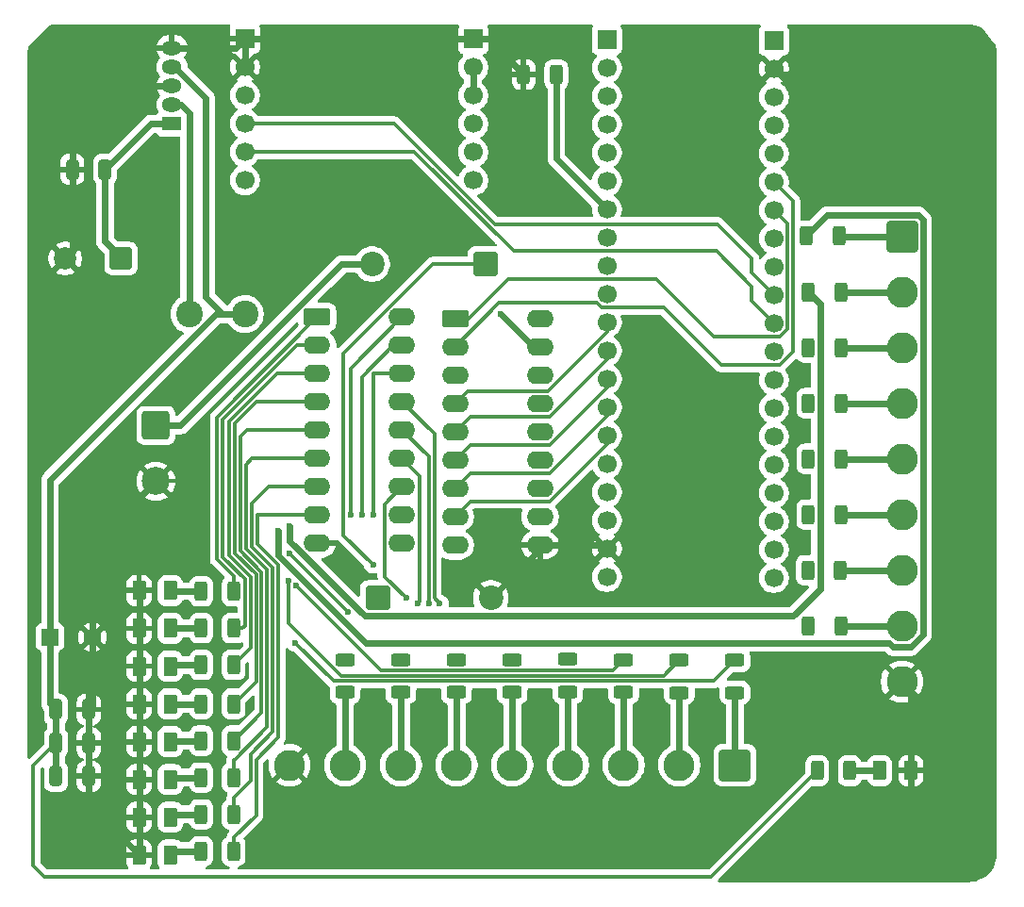
<source format=gbr>
%TF.GenerationSoftware,KiCad,Pcbnew,9.0.4-1.fc42*%
%TF.CreationDate,2025-10-01T21:15:53+08:00*%
%TF.ProjectId,lan_outlet,6c616e5f-6f75-4746-9c65-742e6b696361,rev?*%
%TF.SameCoordinates,Original*%
%TF.FileFunction,Copper,L1,Top*%
%TF.FilePolarity,Positive*%
%FSLAX46Y46*%
G04 Gerber Fmt 4.6, Leading zero omitted, Abs format (unit mm)*
G04 Created by KiCad (PCBNEW 9.0.4-1.fc42) date 2025-10-01 21:15:53*
%MOMM*%
%LPD*%
G01*
G04 APERTURE LIST*
G04 Aperture macros list*
%AMRoundRect*
0 Rectangle with rounded corners*
0 $1 Rounding radius*
0 $2 $3 $4 $5 $6 $7 $8 $9 X,Y pos of 4 corners*
0 Add a 4 corners polygon primitive as box body*
4,1,4,$2,$3,$4,$5,$6,$7,$8,$9,$2,$3,0*
0 Add four circle primitives for the rounded corners*
1,1,$1+$1,$2,$3*
1,1,$1+$1,$4,$5*
1,1,$1+$1,$6,$7*
1,1,$1+$1,$8,$9*
0 Add four rect primitives between the rounded corners*
20,1,$1+$1,$2,$3,$4,$5,0*
20,1,$1+$1,$4,$5,$6,$7,0*
20,1,$1+$1,$6,$7,$8,$9,0*
20,1,$1+$1,$8,$9,$2,$3,0*%
G04 Aperture macros list end*
%TA.AperFunction,SMDPad,CuDef*%
%ADD10RoundRect,0.250000X0.375000X0.625000X-0.375000X0.625000X-0.375000X-0.625000X0.375000X-0.625000X0*%
%TD*%
%TA.AperFunction,SMDPad,CuDef*%
%ADD11RoundRect,0.250000X-0.312500X-0.625000X0.312500X-0.625000X0.312500X0.625000X-0.312500X0.625000X0*%
%TD*%
%TA.AperFunction,SMDPad,CuDef*%
%ADD12RoundRect,0.250000X-0.325000X-0.650000X0.325000X-0.650000X0.325000X0.650000X-0.325000X0.650000X0*%
%TD*%
%TA.AperFunction,ComponentPad*%
%ADD13C,6.400000*%
%TD*%
%TA.AperFunction,ComponentPad*%
%ADD14R,1.700000X1.700000*%
%TD*%
%TA.AperFunction,ComponentPad*%
%ADD15C,1.700000*%
%TD*%
%TA.AperFunction,ComponentPad*%
%ADD16RoundRect,0.250000X-0.950000X-0.550000X0.950000X-0.550000X0.950000X0.550000X-0.950000X0.550000X0*%
%TD*%
%TA.AperFunction,ComponentPad*%
%ADD17O,2.400000X1.600000*%
%TD*%
%TA.AperFunction,ComponentPad*%
%ADD18R,1.800000X1.275000*%
%TD*%
%TA.AperFunction,ComponentPad*%
%ADD19O,1.800000X1.275000*%
%TD*%
%TA.AperFunction,SMDPad,CuDef*%
%ADD20RoundRect,0.250000X0.312500X0.625000X-0.312500X0.625000X-0.312500X-0.625000X0.312500X-0.625000X0*%
%TD*%
%TA.AperFunction,ComponentPad*%
%ADD21C,2.400000*%
%TD*%
%TA.AperFunction,ComponentPad*%
%ADD22RoundRect,0.250001X1.149999X1.149999X-1.149999X1.149999X-1.149999X-1.149999X1.149999X-1.149999X0*%
%TD*%
%TA.AperFunction,ComponentPad*%
%ADD23C,2.800000*%
%TD*%
%TA.AperFunction,ComponentPad*%
%ADD24RoundRect,0.250001X-1.149999X1.149999X-1.149999X-1.149999X1.149999X-1.149999X1.149999X1.149999X0*%
%TD*%
%TA.AperFunction,ComponentPad*%
%ADD25RoundRect,0.250000X-1.000000X1.000000X-1.000000X-1.000000X1.000000X-1.000000X1.000000X1.000000X0*%
%TD*%
%TA.AperFunction,ComponentPad*%
%ADD26C,2.500000*%
%TD*%
%TA.AperFunction,SMDPad,CuDef*%
%ADD27RoundRect,0.250000X-0.625000X0.312500X-0.625000X-0.312500X0.625000X-0.312500X0.625000X0.312500X0*%
%TD*%
%TA.AperFunction,SMDPad,CuDef*%
%ADD28RoundRect,0.250000X-0.375000X-0.625000X0.375000X-0.625000X0.375000X0.625000X-0.375000X0.625000X0*%
%TD*%
%TA.AperFunction,ComponentPad*%
%ADD29RoundRect,0.249999X-0.850001X-0.850001X0.850001X-0.850001X0.850001X0.850001X-0.850001X0.850001X0*%
%TD*%
%TA.AperFunction,ComponentPad*%
%ADD30C,2.200000*%
%TD*%
%TA.AperFunction,ComponentPad*%
%ADD31RoundRect,0.249999X0.850001X0.850001X-0.850001X0.850001X-0.850001X-0.850001X0.850001X-0.850001X0*%
%TD*%
%TA.AperFunction,ComponentPad*%
%ADD32RoundRect,0.250000X-0.550000X-0.550000X0.550000X-0.550000X0.550000X0.550000X-0.550000X0.550000X0*%
%TD*%
%TA.AperFunction,ComponentPad*%
%ADD33C,1.600000*%
%TD*%
%TA.AperFunction,ComponentPad*%
%ADD34RoundRect,0.250000X0.750000X0.750000X-0.750000X0.750000X-0.750000X-0.750000X0.750000X-0.750000X0*%
%TD*%
%TA.AperFunction,ComponentPad*%
%ADD35C,2.000000*%
%TD*%
%TA.AperFunction,SMDPad,CuDef*%
%ADD36RoundRect,0.250000X0.325000X0.650000X-0.325000X0.650000X-0.325000X-0.650000X0.325000X-0.650000X0*%
%TD*%
%TA.AperFunction,ViaPad*%
%ADD37C,0.600000*%
%TD*%
%TA.AperFunction,Conductor*%
%ADD38C,0.300000*%
%TD*%
%TA.AperFunction,Conductor*%
%ADD39C,0.600000*%
%TD*%
G04 APERTURE END LIST*
D10*
%TO.P,D3,2,A*%
%TO.N,Net-(D3-A)*%
X172000000Y-126000000D03*
%TO.P,D3,1,K*%
%TO.N,GND*%
X174800000Y-126000000D03*
%TD*%
D11*
%TO.P,R2,2*%
%TO.N,Net-(D3-A)*%
X169300000Y-126000000D03*
%TO.P,R2,1*%
%TO.N,+3.3V*%
X166375000Y-126000000D03*
%TD*%
D12*
%TO.P,C4,2*%
%TO.N,GND*%
X100975000Y-123500000D03*
%TO.P,C4,1*%
%TO.N,+3.3V*%
X98025000Y-123500000D03*
%TD*%
%TO.P,C3,2*%
%TO.N,GND*%
X100975000Y-120500000D03*
%TO.P,C3,1*%
%TO.N,+3.3V*%
X98025000Y-120500000D03*
%TD*%
%TO.P,C5,2*%
%TO.N,GND*%
X100975000Y-126500000D03*
%TO.P,C5,1*%
%TO.N,+3.3V*%
X98025000Y-126500000D03*
%TD*%
D13*
%TO.P,H4,1,1*%
%TO.N,GND*%
X177500000Y-131500000D03*
%TD*%
%TO.P,H3,1,1*%
%TO.N,GND*%
X100500000Y-131500000D03*
%TD*%
%TO.P,H2,1,1*%
%TO.N,GND*%
X177500000Y-63500000D03*
%TD*%
%TO.P,H1,1,1*%
%TO.N,GND*%
X100500000Y-63500000D03*
%TD*%
D14*
%TO.P,W5500_right1,1,Pin_1*%
%TO.N,GND*%
X135500000Y-60300000D03*
D15*
%TO.P,W5500_right1,2,Pin_2*%
%TO.N,+3.3V*%
X135500000Y-62840000D03*
%TO.P,W5500_right1,3,Pin_3*%
X135500000Y-65380000D03*
%TO.P,W5500_right1,4,Pin_4*%
%TO.N,unconnected-(W5500_right1-Pin_4-Pad4)*%
X135500000Y-67920000D03*
%TO.P,W5500_right1,5,Pin_5*%
%TO.N,RST*%
X135500000Y-70460000D03*
%TO.P,W5500_right1,6,Pin_6*%
%TO.N,MISO*%
X135500000Y-73000000D03*
%TD*%
D14*
%TO.P,W5500_left1,1,Pin_1*%
%TO.N,GND*%
X115000000Y-60260000D03*
D15*
%TO.P,W5500_left1,2,Pin_2*%
X115000000Y-62800000D03*
%TO.P,W5500_left1,3,Pin_3*%
%TO.N,MOSI*%
X115000000Y-65340000D03*
%TO.P,W5500_left1,4,Pin_4*%
%TO.N,SCK*%
X115000000Y-67880000D03*
%TO.P,W5500_left1,5,Pin_5*%
%TO.N,CS*%
X115000000Y-70420000D03*
%TO.P,W5500_left1,6,Pin_6*%
%TO.N,unconnected-(W5500_left1-Pin_6-Pad6)*%
X115000000Y-72960000D03*
%TD*%
D16*
%TO.P,U3,1,I1*%
%TO.N,OUT1*%
X121500000Y-85260000D03*
D17*
%TO.P,U3,2,I2*%
%TO.N,OUT2*%
X121500000Y-87800000D03*
%TO.P,U3,3,I3*%
%TO.N,OUT3*%
X121500000Y-90340000D03*
%TO.P,U3,4,I4*%
%TO.N,OUT4*%
X121500000Y-92880000D03*
%TO.P,U3,5,I5*%
%TO.N,OUT5*%
X121500000Y-95420000D03*
%TO.P,U3,6,I6*%
%TO.N,OUT6*%
X121500000Y-97960000D03*
%TO.P,U3,7,I7*%
%TO.N,OUT7*%
X121500000Y-100500000D03*
%TO.P,U3,8,I8*%
%TO.N,OUT8*%
X121500000Y-103040000D03*
%TO.P,U3,9,GND*%
%TO.N,GND*%
X121500000Y-105580000D03*
%TO.P,U3,10,COM*%
%TO.N,Net-(D1-K)*%
X129120000Y-105580000D03*
%TO.P,U3,11,O8*%
%TO.N,Net-(U3-O8)*%
X129120000Y-103040000D03*
%TO.P,U3,12,O7*%
%TO.N,Net-(U3-O7)*%
X129120000Y-100500000D03*
%TO.P,U3,13,O6*%
%TO.N,Net-(U3-O6)*%
X129120000Y-97960000D03*
%TO.P,U3,14,O5*%
%TO.N,Net-(U3-O5)*%
X129120000Y-95420000D03*
%TO.P,U3,15,O4*%
%TO.N,Net-(U3-O4)*%
X129120000Y-92880000D03*
%TO.P,U3,16,O3*%
%TO.N,Net-(U3-O3)*%
X129120000Y-90340000D03*
%TO.P,U3,17,O2*%
%TO.N,Net-(U3-O2)*%
X129120000Y-87800000D03*
%TO.P,U3,18,O1*%
%TO.N,Net-(U3-O1)*%
X129120000Y-85260000D03*
%TD*%
D16*
%TO.P,U2,1,IN1*%
%TO.N,OUT1*%
X133880000Y-85420000D03*
D17*
%TO.P,U2,2,IN2*%
%TO.N,OUT2*%
X133880000Y-87960000D03*
%TO.P,U2,3,IN3*%
%TO.N,OUT3*%
X133880000Y-90500000D03*
%TO.P,U2,4,IN4*%
%TO.N,OUT4*%
X133880000Y-93040000D03*
%TO.P,U2,5,IN5*%
%TO.N,OUT5*%
X133880000Y-95580000D03*
%TO.P,U2,6,IN6*%
%TO.N,OUT6*%
X133880000Y-98120000D03*
%TO.P,U2,7,IN7*%
%TO.N,OUT7*%
X133880000Y-100660000D03*
%TO.P,U2,8,IN8*%
%TO.N,OUT8*%
X133880000Y-103200000D03*
%TO.P,U2,9,VS*%
%TO.N,Net-(D1-K)*%
X133880000Y-105740000D03*
%TO.P,U2,10,GND*%
%TO.N,GND*%
X141500000Y-105740000D03*
%TO.P,U2,11,OUT8*%
%TO.N,Net-(U2-OUT8)*%
X141500000Y-103200000D03*
%TO.P,U2,12,OUT7*%
%TO.N,Net-(U2-OUT7)*%
X141500000Y-100660000D03*
%TO.P,U2,13,OUT6*%
%TO.N,Net-(U2-OUT6)*%
X141500000Y-98120000D03*
%TO.P,U2,14,OUT5*%
%TO.N,Net-(U2-OUT5)*%
X141500000Y-95580000D03*
%TO.P,U2,15,OUT4*%
%TO.N,Net-(U2-OUT4)*%
X141500000Y-93040000D03*
%TO.P,U2,16,OUT3*%
%TO.N,Net-(U2-OUT3)*%
X141500000Y-90500000D03*
%TO.P,U2,17,OUT2*%
%TO.N,Net-(U2-OUT2)*%
X141500000Y-87960000D03*
%TO.P,U2,18,OUT1*%
%TO.N,Net-(U2-OUT1)*%
X141500000Y-85420000D03*
%TD*%
D18*
%TO.P,U1,1,VIN*%
%TO.N,Net-(D1-K)*%
X108450000Y-67900000D03*
D19*
%TO.P,U1,2,OUT*%
%TO.N,Net-(D2-K)*%
X108450000Y-66200000D03*
%TO.P,U1,3,GND*%
%TO.N,GND*%
X108450000Y-64500000D03*
%TO.P,U1,4,FB*%
%TO.N,+3.3V*%
X108450000Y-62800000D03*
%TO.P,U1,5,~{ON}/OFF*%
%TO.N,GND*%
X108450000Y-61100000D03*
%TD*%
D20*
%TO.P,R10,1*%
%TO.N,OUT8*%
X114000000Y-133240000D03*
%TO.P,R10,2*%
%TO.N,Net-(D11-A)*%
X111075000Y-133240000D03*
%TD*%
%TO.P,R9,1*%
%TO.N,OUT7*%
X114000000Y-129930000D03*
%TO.P,R9,2*%
%TO.N,Net-(D10-A)*%
X111075000Y-129930000D03*
%TD*%
%TO.P,R8,1*%
%TO.N,OUT6*%
X114000000Y-126620000D03*
%TO.P,R8,2*%
%TO.N,Net-(D9-A)*%
X111075000Y-126620000D03*
%TD*%
%TO.P,R7,1*%
%TO.N,OUT5*%
X114000000Y-123310000D03*
%TO.P,R7,2*%
%TO.N,Net-(D8-A)*%
X111075000Y-123310000D03*
%TD*%
%TO.P,R6,1*%
%TO.N,OUT4*%
X114000000Y-120000000D03*
%TO.P,R6,2*%
%TO.N,Net-(D7-A)*%
X111075000Y-120000000D03*
%TD*%
%TO.P,R5,1*%
%TO.N,OUT3*%
X114000000Y-116500000D03*
%TO.P,R5,2*%
%TO.N,Net-(D6-A)*%
X111075000Y-116500000D03*
%TD*%
%TO.P,R4,1*%
%TO.N,OUT2*%
X114000000Y-113190000D03*
%TO.P,R4,2*%
%TO.N,Net-(D5-A)*%
X111075000Y-113190000D03*
%TD*%
%TO.P,R3,1*%
%TO.N,OUT1*%
X114000000Y-109880000D03*
%TO.P,R3,2*%
%TO.N,Net-(D4-A)*%
X111075000Y-109880000D03*
%TD*%
D11*
%TO.P,R1,1*%
%TO.N,GND*%
X140037500Y-63500000D03*
%TO.P,R1,2*%
%TO.N,Net-(Black_pill_left1-Pin_7)*%
X142962500Y-63500000D03*
%TD*%
D21*
%TO.P,L1,1,1*%
%TO.N,Net-(D2-K)*%
X110000000Y-85000000D03*
%TO.P,L1,2,2*%
%TO.N,+3.3V*%
X115000000Y-85000000D03*
%TD*%
D22*
%TO.P,J3,1,Pin_1*%
%TO.N,Net-(J3-Pin_1)*%
X159000000Y-125500000D03*
D23*
%TO.P,J3,2,Pin_2*%
%TO.N,Net-(J3-Pin_2)*%
X154000000Y-125500000D03*
%TO.P,J3,3,Pin_3*%
%TO.N,Net-(J3-Pin_3)*%
X149000000Y-125500000D03*
%TO.P,J3,4,Pin_4*%
%TO.N,Net-(J3-Pin_4)*%
X144000000Y-125500000D03*
%TO.P,J3,5,Pin_5*%
%TO.N,Net-(J3-Pin_5)*%
X139000000Y-125500000D03*
%TO.P,J3,6,Pin_6*%
%TO.N,Net-(J3-Pin_6)*%
X134000000Y-125500000D03*
%TO.P,J3,7,Pin_7*%
%TO.N,Net-(J3-Pin_7)*%
X129000000Y-125500000D03*
%TO.P,J3,8,Pin_8*%
%TO.N,Net-(J3-Pin_8)*%
X124000000Y-125500000D03*
%TO.P,J3,9,Pin_9*%
%TO.N,GND*%
X119000000Y-125500000D03*
%TD*%
D24*
%TO.P,J2,1,Pin_1*%
%TO.N,Net-(J2-Pin_1)*%
X174000000Y-78000000D03*
D23*
%TO.P,J2,2,Pin_2*%
%TO.N,Net-(J2-Pin_2)*%
X174000000Y-83000000D03*
%TO.P,J2,3,Pin_3*%
%TO.N,Net-(J2-Pin_3)*%
X174000000Y-88000000D03*
%TO.P,J2,4,Pin_4*%
%TO.N,Net-(J2-Pin_4)*%
X174000000Y-93000000D03*
%TO.P,J2,5,Pin_5*%
%TO.N,Net-(J2-Pin_5)*%
X174000000Y-98000000D03*
%TO.P,J2,6,Pin_6*%
%TO.N,Net-(J2-Pin_6)*%
X174000000Y-103000000D03*
%TO.P,J2,7,Pin_7*%
%TO.N,Net-(J2-Pin_7)*%
X174000000Y-108000000D03*
%TO.P,J2,8,Pin_8*%
%TO.N,Net-(J2-Pin_8)*%
X174000000Y-113000000D03*
%TO.P,J2,9,Pin_9*%
%TO.N,GND*%
X174000000Y-118000000D03*
%TD*%
D25*
%TO.P,J1,1,Pin_1*%
%TO.N,Net-(D1-A)*%
X107000000Y-95000000D03*
D26*
%TO.P,J1,2,Pin_2*%
%TO.N,GND*%
X107000000Y-100000000D03*
%TD*%
D11*
%TO.P,F16,1*%
%TO.N,Net-(U2-OUT8)*%
X165575000Y-113000000D03*
%TO.P,F16,2*%
%TO.N,Net-(J2-Pin_8)*%
X168500000Y-113000000D03*
%TD*%
%TO.P,F15,1*%
%TO.N,Net-(U2-OUT7)*%
X165537500Y-108000000D03*
%TO.P,F15,2*%
%TO.N,Net-(J2-Pin_7)*%
X168462500Y-108000000D03*
%TD*%
%TO.P,F14,1*%
%TO.N,Net-(U2-OUT6)*%
X165575000Y-103000000D03*
%TO.P,F14,2*%
%TO.N,Net-(J2-Pin_6)*%
X168500000Y-103000000D03*
%TD*%
%TO.P,F13,1*%
%TO.N,Net-(U2-OUT5)*%
X165575000Y-98000000D03*
%TO.P,F13,2*%
%TO.N,Net-(J2-Pin_5)*%
X168500000Y-98000000D03*
%TD*%
%TO.P,F12,1*%
%TO.N,Net-(U2-OUT4)*%
X165575000Y-93000000D03*
%TO.P,F12,2*%
%TO.N,Net-(J2-Pin_4)*%
X168500000Y-93000000D03*
%TD*%
%TO.P,F11,1*%
%TO.N,Net-(U2-OUT3)*%
X165575000Y-88000000D03*
%TO.P,F11,2*%
%TO.N,Net-(J2-Pin_3)*%
X168500000Y-88000000D03*
%TD*%
%TO.P,F10,1*%
%TO.N,Net-(U2-OUT2)*%
X165575000Y-83000000D03*
%TO.P,F10,2*%
%TO.N,Net-(J2-Pin_2)*%
X168500000Y-83000000D03*
%TD*%
%TO.P,F9,1*%
%TO.N,Net-(U2-OUT1)*%
X165441770Y-77944009D03*
%TO.P,F9,2*%
%TO.N,Net-(J2-Pin_1)*%
X168366770Y-77944009D03*
%TD*%
D27*
%TO.P,F8,1*%
%TO.N,Net-(U3-O8)*%
X124000000Y-116037500D03*
%TO.P,F8,2*%
%TO.N,Net-(J3-Pin_8)*%
X124000000Y-118962500D03*
%TD*%
%TO.P,F7,1*%
%TO.N,Net-(U3-O7)*%
X129000000Y-116037500D03*
%TO.P,F7,2*%
%TO.N,Net-(J3-Pin_7)*%
X129000000Y-118962500D03*
%TD*%
%TO.P,F6,1*%
%TO.N,Net-(U3-O6)*%
X134000000Y-116037500D03*
%TO.P,F6,2*%
%TO.N,Net-(J3-Pin_6)*%
X134000000Y-118962500D03*
%TD*%
%TO.P,F5,1*%
%TO.N,Net-(U3-O5)*%
X139000000Y-116037500D03*
%TO.P,F5,2*%
%TO.N,Net-(J3-Pin_5)*%
X139000000Y-118962500D03*
%TD*%
%TO.P,F4,1*%
%TO.N,Net-(U3-O4)*%
X144000000Y-116000000D03*
%TO.P,F4,2*%
%TO.N,Net-(J3-Pin_4)*%
X144000000Y-118925000D03*
%TD*%
%TO.P,F3,1*%
%TO.N,Net-(U3-O3)*%
X149000000Y-116037500D03*
%TO.P,F3,2*%
%TO.N,Net-(J3-Pin_3)*%
X149000000Y-118962500D03*
%TD*%
%TO.P,F2,1*%
%TO.N,Net-(U3-O2)*%
X154000000Y-116075000D03*
%TO.P,F2,2*%
%TO.N,Net-(J3-Pin_2)*%
X154000000Y-119000000D03*
%TD*%
%TO.P,F1,1*%
%TO.N,Net-(U3-O1)*%
X159000000Y-116075000D03*
%TO.P,F1,2*%
%TO.N,Net-(J3-Pin_1)*%
X159000000Y-119000000D03*
%TD*%
D28*
%TO.P,D11,1,K*%
%TO.N,GND*%
X105500000Y-133560000D03*
%TO.P,D11,2,A*%
%TO.N,Net-(D11-A)*%
X108300000Y-133560000D03*
%TD*%
%TO.P,D10,1,K*%
%TO.N,GND*%
X105500000Y-130170000D03*
%TO.P,D10,2,A*%
%TO.N,Net-(D10-A)*%
X108300000Y-130170000D03*
%TD*%
%TO.P,D9,1,K*%
%TO.N,GND*%
X105500000Y-126780000D03*
%TO.P,D9,2,A*%
%TO.N,Net-(D9-A)*%
X108300000Y-126780000D03*
%TD*%
%TO.P,D8,1,K*%
%TO.N,GND*%
X105500000Y-123390000D03*
%TO.P,D8,2,A*%
%TO.N,Net-(D8-A)*%
X108300000Y-123390000D03*
%TD*%
%TO.P,D7,1,K*%
%TO.N,GND*%
X105500000Y-120000000D03*
%TO.P,D7,2,A*%
%TO.N,Net-(D7-A)*%
X108300000Y-120000000D03*
%TD*%
%TO.P,D6,1,K*%
%TO.N,GND*%
X105500000Y-116610000D03*
%TO.P,D6,2,A*%
%TO.N,Net-(D6-A)*%
X108300000Y-116610000D03*
%TD*%
%TO.P,D5,1,K*%
%TO.N,GND*%
X105500000Y-113220000D03*
%TO.P,D5,2,A*%
%TO.N,Net-(D5-A)*%
X108300000Y-113220000D03*
%TD*%
%TO.P,D4,1,K*%
%TO.N,GND*%
X105500000Y-109830000D03*
%TO.P,D4,2,A*%
%TO.N,Net-(D4-A)*%
X108300000Y-109830000D03*
%TD*%
D29*
%TO.P,D2,1,K*%
%TO.N,Net-(D2-K)*%
X126920000Y-110500000D03*
D30*
%TO.P,D2,2,A*%
%TO.N,GND*%
X137080000Y-110500000D03*
%TD*%
D31*
%TO.P,D1,1,K*%
%TO.N,Net-(D1-K)*%
X136580000Y-80500000D03*
D30*
%TO.P,D1,2,A*%
%TO.N,Net-(D1-A)*%
X126420000Y-80500000D03*
%TD*%
D32*
%TO.P,C6,1*%
%TO.N,+3.3V*%
X97500000Y-114000000D03*
D33*
%TO.P,C6,2*%
%TO.N,GND*%
X101300000Y-114000000D03*
%TD*%
D34*
%TO.P,C2,1*%
%TO.N,Net-(D1-K)*%
X103867677Y-80000000D03*
D35*
%TO.P,C2,2*%
%TO.N,GND*%
X98867677Y-80000000D03*
%TD*%
D36*
%TO.P,C1,1*%
%TO.N,Net-(D1-K)*%
X102450000Y-72000000D03*
%TO.P,C1,2*%
%TO.N,GND*%
X99500000Y-72000000D03*
%TD*%
D14*
%TO.P,Black_pill_right1,1,Pin_1*%
%TO.N,unconnected-(Black_pill_right1-Pin_1-Pad1)*%
X162500000Y-60420000D03*
D15*
%TO.P,Black_pill_right1,2,Pin_2*%
%TO.N,GND*%
X162500000Y-62960000D03*
%TO.P,Black_pill_right1,3,Pin_3*%
%TO.N,+3.3V*%
X162500000Y-65500000D03*
%TO.P,Black_pill_right1,4,Pin_4*%
%TO.N,unconnected-(Black_pill_right1-Pin_4-Pad4)*%
X162500000Y-68040000D03*
%TO.P,Black_pill_right1,5,Pin_5*%
%TO.N,OUT3*%
X162500000Y-70580000D03*
%TO.P,Black_pill_right1,6,Pin_6*%
%TO.N,OUT2*%
X162500000Y-73120000D03*
%TO.P,Black_pill_right1,7,Pin_7*%
%TO.N,OUT1*%
X162500000Y-75660000D03*
%TO.P,Black_pill_right1,8,Pin_8*%
%TO.N,MOSI*%
X162500000Y-78200000D03*
%TO.P,Black_pill_right1,9,Pin_9*%
%TO.N,MISO*%
X162500000Y-80740000D03*
%TO.P,Black_pill_right1,10,Pin_10*%
%TO.N,SCK*%
X162500000Y-83280000D03*
%TO.P,Black_pill_right1,11,Pin_11*%
%TO.N,CS*%
X162500000Y-85820000D03*
%TO.P,Black_pill_right1,12,Pin_12*%
%TO.N,RST*%
X162500000Y-88360000D03*
%TO.P,Black_pill_right1,13,Pin_13*%
%TO.N,unconnected-(Black_pill_right1-Pin_13-Pad13)*%
X162500000Y-90900000D03*
%TO.P,Black_pill_right1,14,Pin_14*%
%TO.N,unconnected-(Black_pill_right1-Pin_14-Pad14)*%
X162500000Y-93440000D03*
%TO.P,Black_pill_right1,15,Pin_15*%
%TO.N,unconnected-(Black_pill_right1-Pin_15-Pad15)*%
X162500000Y-95980000D03*
%TO.P,Black_pill_right1,16,Pin_16*%
%TO.N,unconnected-(Black_pill_right1-Pin_16-Pad16)*%
X162500000Y-98520000D03*
%TO.P,Black_pill_right1,17,Pin_17*%
%TO.N,unconnected-(Black_pill_right1-Pin_17-Pad17)*%
X162500000Y-101060000D03*
%TO.P,Black_pill_right1,18,Pin_18*%
%TO.N,unconnected-(Black_pill_right1-Pin_18-Pad18)*%
X162500000Y-103600000D03*
%TO.P,Black_pill_right1,19,Pin_19*%
%TO.N,unconnected-(Black_pill_right1-Pin_19-Pad19)*%
X162500000Y-106140000D03*
%TO.P,Black_pill_right1,20,Pin_20*%
%TO.N,unconnected-(Black_pill_right1-Pin_20-Pad20)*%
X162500000Y-108680000D03*
%TD*%
D14*
%TO.P,Black_pill_left1,1,Pin_1*%
%TO.N,unconnected-(Black_pill_left1-Pin_1-Pad1)*%
X147500000Y-60340000D03*
D15*
%TO.P,Black_pill_left1,2,Pin_2*%
%TO.N,unconnected-(Black_pill_left1-Pin_2-Pad2)*%
X147500000Y-62880000D03*
%TO.P,Black_pill_left1,3,Pin_3*%
%TO.N,unconnected-(Black_pill_left1-Pin_3-Pad3)*%
X147500000Y-65420000D03*
%TO.P,Black_pill_left1,4,Pin_4*%
%TO.N,unconnected-(Black_pill_left1-Pin_4-Pad4)*%
X147500000Y-67960000D03*
%TO.P,Black_pill_left1,5,Pin_5*%
%TO.N,unconnected-(Black_pill_left1-Pin_5-Pad5)*%
X147500000Y-70500000D03*
%TO.P,Black_pill_left1,6,Pin_6*%
%TO.N,unconnected-(Black_pill_left1-Pin_6-Pad6)*%
X147500000Y-73040000D03*
%TO.P,Black_pill_left1,7,Pin_7*%
%TO.N,Net-(Black_pill_left1-Pin_7)*%
X147500000Y-75580000D03*
%TO.P,Black_pill_left1,8,Pin_8*%
%TO.N,unconnected-(Black_pill_left1-Pin_8-Pad8)*%
X147500000Y-78120000D03*
%TO.P,Black_pill_left1,9,Pin_9*%
%TO.N,unconnected-(Black_pill_left1-Pin_9-Pad9)*%
X147500000Y-80660000D03*
%TO.P,Black_pill_left1,10,Pin_10*%
%TO.N,unconnected-(Black_pill_left1-Pin_10-Pad10)*%
X147500000Y-83200000D03*
%TO.P,Black_pill_left1,11,Pin_11*%
%TO.N,OUT4*%
X147500000Y-85740000D03*
%TO.P,Black_pill_left1,12,Pin_12*%
%TO.N,OUT5*%
X147500000Y-88280000D03*
%TO.P,Black_pill_left1,13,Pin_13*%
%TO.N,OUT6*%
X147500000Y-90820000D03*
%TO.P,Black_pill_left1,14,Pin_14*%
%TO.N,OUT7*%
X147500000Y-93360000D03*
%TO.P,Black_pill_left1,15,Pin_15*%
%TO.N,OUT8*%
X147500000Y-95900000D03*
%TO.P,Black_pill_left1,16,Pin_16*%
%TO.N,unconnected-(Black_pill_left1-Pin_16-Pad16)*%
X147500000Y-98440000D03*
%TO.P,Black_pill_left1,17,Pin_17*%
%TO.N,unconnected-(Black_pill_left1-Pin_17-Pad17)*%
X147500000Y-100980000D03*
%TO.P,Black_pill_left1,18,Pin_18*%
%TO.N,unconnected-(Black_pill_left1-Pin_18-Pad18)*%
X147500000Y-103520000D03*
%TO.P,Black_pill_left1,19,Pin_19*%
%TO.N,GND*%
X147500000Y-106060000D03*
%TO.P,Black_pill_left1,20,Pin_20*%
%TO.N,+3.3V*%
X147500000Y-108600000D03*
%TD*%
D37*
%TO.N,GND*%
X111500000Y-99500000D03*
%TO.N,Net-(D1-K)*%
X126500000Y-107500000D03*
%TO.N,Net-(U3-O1)*%
X119005833Y-106494167D03*
X124255833Y-111744167D03*
X119500000Y-114500000D03*
X124500000Y-103000000D03*
%TO.N,Net-(U3-O2)*%
X125500000Y-103000000D03*
X118938883Y-108963245D03*
%TO.N,Net-(U3-O3)*%
X119624461Y-109375539D03*
X126500000Y-103000000D03*
%TO.N,Net-(U3-O4)*%
X132500000Y-111000000D03*
X143928798Y-116071202D03*
%TO.N,Net-(U3-O5)*%
X131500000Y-111000000D03*
X139000000Y-116037500D03*
%TO.N,Net-(U3-O6)*%
X130500000Y-111000000D03*
X134000000Y-116037500D03*
%TO.N,Net-(U3-O7)*%
X129500000Y-110500000D03*
X129000000Y-116037500D03*
%TO.N,Net-(U3-O8)*%
X124000000Y-116037500D03*
%TO.N,Net-(U2-OUT1)*%
X118000000Y-104500000D03*
X165441770Y-77944009D03*
%TO.N,Net-(U2-OUT2)*%
X138000000Y-85000000D03*
X119000000Y-104000000D03*
X165575000Y-83000000D03*
%TO.N,Net-(U2-OUT3)*%
X165575000Y-88000000D03*
%TO.N,Net-(U2-OUT4)*%
X165575000Y-93000000D03*
%TO.N,Net-(U2-OUT5)*%
X165575000Y-98000000D03*
%TO.N,Net-(U2-OUT6)*%
X165575000Y-103000000D03*
%TO.N,Net-(U2-OUT7)*%
X165537500Y-108000000D03*
%TO.N,Net-(U2-OUT8)*%
X165575000Y-113000000D03*
%TD*%
D38*
%TO.N,GND*%
X111500000Y-99500000D02*
X111000000Y-100000000D01*
X111000000Y-100000000D02*
X107000000Y-100000000D01*
D39*
%TO.N,Net-(U2-OUT1)*%
X165441770Y-77944009D02*
X165444009Y-77944009D01*
D38*
%TO.N,Net-(D1-K)*%
X126500000Y-107500000D02*
X123849000Y-104849000D01*
X131852240Y-80500000D02*
X136580000Y-80500000D01*
X123849000Y-104849000D02*
X123849000Y-88503240D01*
X123849000Y-88503240D02*
X131852240Y-80500000D01*
%TO.N,Net-(U3-O7)*%
X129120000Y-100500000D02*
X127569000Y-102051000D01*
X127569000Y-102051000D02*
X127569000Y-108569000D01*
X127569000Y-108569000D02*
X129500000Y-110500000D01*
%TO.N,Net-(U3-O1)*%
X124500000Y-103000000D02*
X124500000Y-89880000D01*
X124500000Y-89880000D02*
X129120000Y-85260000D01*
X159000000Y-116075000D02*
X157116130Y-117958870D01*
X122958870Y-117958870D02*
X119500000Y-114500000D01*
X124255833Y-111744167D02*
X119005833Y-106494167D01*
X157116130Y-117958870D02*
X122958870Y-117958870D01*
%TO.N,Net-(U3-O2)*%
X125500000Y-90631479D02*
X125500000Y-103000000D01*
X128331479Y-87800000D02*
X125500000Y-90631479D01*
X129120000Y-87800000D02*
X128331479Y-87800000D01*
X118938883Y-108963245D02*
X118938883Y-112770753D01*
X118938883Y-112770753D02*
X123626000Y-117457870D01*
X123626000Y-117457870D02*
X152617130Y-117457870D01*
X152617130Y-117457870D02*
X154000000Y-116075000D01*
%TO.N,Net-(U3-O3)*%
X126500000Y-103000000D02*
X126500000Y-90340000D01*
X126500000Y-90340000D02*
X129120000Y-90340000D01*
X127205792Y-116956870D02*
X119624461Y-109375539D01*
X148080630Y-116956870D02*
X127205792Y-116956870D01*
X149000000Y-116037500D02*
X148080630Y-116956870D01*
D39*
%TO.N,Net-(U2-OUT1)*%
X118000000Y-104500000D02*
X118000000Y-106619706D01*
X174787420Y-114901000D02*
X175901000Y-113787420D01*
X118000000Y-106619706D02*
X125880294Y-114500000D01*
X125880294Y-114500000D02*
X172811580Y-114500000D01*
X172811580Y-114500000D02*
X173212580Y-114901000D01*
X173212580Y-114901000D02*
X174787420Y-114901000D01*
X175901000Y-113787420D02*
X175901000Y-76531998D01*
X175901000Y-76531998D02*
X175468002Y-76099000D01*
X175468002Y-76099000D02*
X167286779Y-76099000D01*
X167286779Y-76099000D02*
X165441770Y-77944009D01*
D38*
%TO.N,Net-(U3-O4)*%
X132001000Y-110501000D02*
X132500000Y-111000000D01*
X132001000Y-95761000D02*
X132001000Y-110501000D01*
X129120000Y-92880000D02*
X132001000Y-95761000D01*
%TO.N,Net-(U3-O5)*%
X129120000Y-95420000D02*
X131500000Y-97800000D01*
X131500000Y-97800000D02*
X131500000Y-111000000D01*
%TO.N,Net-(U3-O6)*%
X129120000Y-97960000D02*
X130671000Y-99511000D01*
X130671000Y-99511000D02*
X130671000Y-110829000D01*
X130671000Y-110829000D02*
X130500000Y-111000000D01*
D39*
%TO.N,Net-(U2-OUT2)*%
X119000000Y-104000000D02*
X119000000Y-105349002D01*
X164241002Y-112101000D02*
X166638500Y-109703502D01*
X119000000Y-105349002D02*
X125751998Y-112101000D01*
X125751998Y-112101000D02*
X164241002Y-112101000D01*
X166638500Y-109703502D02*
X166638500Y-84063500D01*
X166638500Y-84063500D02*
X165575000Y-83000000D01*
D38*
%TO.N,+3.3V*%
X166375000Y-126000000D02*
X156875000Y-135500000D01*
X156875000Y-135500000D02*
X97000000Y-135500000D01*
X97000000Y-135500000D02*
X96000000Y-134500000D01*
X96000000Y-134500000D02*
X96000000Y-125525000D01*
X96000000Y-125525000D02*
X98025000Y-123500000D01*
D39*
%TO.N,Net-(U2-OUT2)*%
X140960000Y-87960000D02*
X138000000Y-85000000D01*
X141500000Y-87960000D02*
X140960000Y-87960000D01*
D38*
%TO.N,OUT8*%
X133880000Y-103200000D02*
X135269000Y-101811000D01*
X135269000Y-101811000D02*
X142376760Y-101811000D01*
X142376760Y-101811000D02*
X147500000Y-96687760D01*
X147500000Y-96687760D02*
X147500000Y-95900000D01*
%TO.N,OUT7*%
X133880000Y-100660000D02*
X135269000Y-99271000D01*
X135269000Y-99271000D02*
X142376760Y-99271000D01*
X142376760Y-99271000D02*
X147500000Y-94147760D01*
X147500000Y-94147760D02*
X147500000Y-93360000D01*
%TO.N,OUT6*%
X133880000Y-98120000D02*
X135269000Y-96731000D01*
X135269000Y-96731000D02*
X142376760Y-96731000D01*
X142376760Y-96731000D02*
X147500000Y-91607760D01*
X147500000Y-91607760D02*
X147500000Y-90820000D01*
%TO.N,OUT5*%
X133880000Y-95580000D02*
X135269000Y-94191000D01*
X135269000Y-94191000D02*
X142376760Y-94191000D01*
X142376760Y-94191000D02*
X147500000Y-89067760D01*
X147500000Y-89067760D02*
X147500000Y-88280000D01*
%TO.N,OUT4*%
X133880000Y-93040000D02*
X135031000Y-91889000D01*
X135031000Y-91889000D02*
X142192529Y-91889000D01*
X142192529Y-91889000D02*
X147500000Y-86581529D01*
X147500000Y-86581529D02*
X147500000Y-85740000D01*
%TO.N,OUT2*%
X133880000Y-87960000D02*
X137840000Y-84000000D01*
X137840000Y-84000000D02*
X146601529Y-84000000D01*
X146601529Y-84000000D02*
X147002529Y-84401000D01*
X147002529Y-84401000D02*
X152599000Y-84401000D01*
X157759000Y-89561000D02*
X162997471Y-89561000D01*
X152599000Y-84401000D02*
X157759000Y-89561000D01*
X162997471Y-89561000D02*
X164202000Y-88356471D01*
X164202000Y-88356471D02*
X164202000Y-74822000D01*
X164202000Y-74822000D02*
X162500000Y-73120000D01*
%TO.N,OUT1*%
X133880000Y-85420000D02*
X135080000Y-85420000D01*
X162997471Y-87021000D02*
X163701000Y-86317471D01*
X135080000Y-85420000D02*
X138639000Y-81861000D01*
X138639000Y-81861000D02*
X151961000Y-81861000D01*
X151961000Y-81861000D02*
X157121000Y-87021000D01*
X163701000Y-76861000D02*
X162500000Y-75660000D01*
X157121000Y-87021000D02*
X162997471Y-87021000D01*
X163701000Y-86317471D02*
X163701000Y-76861000D01*
%TO.N,CS*%
X115000000Y-70420000D02*
X130211480Y-70420000D01*
X130211480Y-70420000D02*
X139112480Y-79321000D01*
X139112480Y-79321000D02*
X157321000Y-79321000D01*
X157321000Y-79321000D02*
X160500000Y-82500000D01*
X160500000Y-82500000D02*
X160500000Y-83820000D01*
X160500000Y-83820000D02*
X162500000Y-85820000D01*
%TO.N,SCK*%
X115000000Y-67880000D02*
X128380000Y-67880000D01*
X128380000Y-67880000D02*
X137419000Y-76919000D01*
X137419000Y-76919000D02*
X157419000Y-76919000D01*
X157419000Y-76919000D02*
X160500000Y-80000000D01*
X160500000Y-80000000D02*
X160500000Y-81280000D01*
X160500000Y-81280000D02*
X162500000Y-83280000D01*
%TO.N,OUT8*%
X121500000Y-103040000D02*
X116149260Y-103040000D01*
X116149260Y-103040000D02*
X116109260Y-103000000D01*
X114000000Y-132000000D02*
X114000000Y-133240000D01*
X116109260Y-103000000D02*
X116109260Y-105649620D01*
X116109260Y-105649620D02*
X118006000Y-107546360D01*
X118006000Y-107546360D02*
X118006000Y-122995000D01*
X118006000Y-122995000D02*
X116001000Y-125000000D01*
X116001000Y-125000000D02*
X116001000Y-129999000D01*
X116001000Y-129999000D02*
X114000000Y-132000000D01*
%TO.N,OUT7*%
X121500000Y-100500000D02*
X117108260Y-100500000D01*
X115500000Y-124500000D02*
X115500000Y-126914370D01*
X117108260Y-100500000D02*
X115608260Y-102000000D01*
X115608260Y-102000000D02*
X115608260Y-105857140D01*
X115608260Y-105857140D02*
X117505000Y-107753880D01*
X117505000Y-107753880D02*
X117505000Y-122495000D01*
X117505000Y-122495000D02*
X115500000Y-124500000D01*
X115500000Y-126914370D02*
X114000000Y-128414370D01*
X114000000Y-128414370D02*
X114000000Y-129930000D01*
%TO.N,OUT6*%
X121500000Y-97960000D02*
X115647260Y-97960000D01*
X115647260Y-97960000D02*
X115107260Y-98500000D01*
X115107260Y-98500000D02*
X115107260Y-106064660D01*
X115107260Y-106064660D02*
X117004000Y-107961400D01*
X117004000Y-107961400D02*
X117004000Y-122100370D01*
X117004000Y-122100370D02*
X114104370Y-125000000D01*
X114104370Y-125000000D02*
X114000000Y-125000000D01*
X114000000Y-125000000D02*
X114000000Y-126620000D01*
%TO.N,OUT5*%
X121500000Y-95420000D02*
X115186260Y-95420000D01*
X115186260Y-95420000D02*
X114606260Y-96000000D01*
X114606260Y-96000000D02*
X114606260Y-106272180D01*
X114606260Y-106272180D02*
X116503000Y-108168920D01*
X116503000Y-108168920D02*
X116503000Y-120807000D01*
X116503000Y-120807000D02*
X114000000Y-123310000D01*
%TO.N,OUT4*%
X121500000Y-92880000D02*
X116037040Y-92880000D01*
X116037040Y-92880000D02*
X114105260Y-94811780D01*
X114105260Y-94811780D02*
X114105260Y-106479700D01*
X114105260Y-106479700D02*
X116002000Y-108376440D01*
X116002000Y-108376440D02*
X116002000Y-117998000D01*
X116002000Y-117998000D02*
X114000000Y-120000000D01*
%TO.N,OUT3*%
X121500000Y-90340000D02*
X117868520Y-90340000D01*
X113604260Y-94604260D02*
X113604260Y-106687220D01*
X117868520Y-90340000D02*
X113604260Y-94604260D01*
X113604260Y-106687220D02*
X115501000Y-108583960D01*
X115501000Y-108583960D02*
X115501000Y-114999000D01*
X115501000Y-114999000D02*
X114000000Y-116500000D01*
%TO.N,OUT2*%
X121500000Y-87800000D02*
X119700000Y-87800000D01*
X119700000Y-87800000D02*
X113000000Y-94500000D01*
X113000000Y-94500000D02*
X113000000Y-106791480D01*
X114810000Y-113190000D02*
X114000000Y-113190000D01*
X113000000Y-106791480D02*
X115000000Y-108791480D01*
X115000000Y-108791480D02*
X115000000Y-113000000D01*
X115000000Y-113000000D02*
X114810000Y-113190000D01*
%TO.N,OUT1*%
X121500000Y-85260000D02*
X112500000Y-94260000D01*
X112500000Y-94260000D02*
X112500000Y-107000000D01*
X112500000Y-107000000D02*
X114000000Y-108500000D01*
X114000000Y-108500000D02*
X114000000Y-109880000D01*
D39*
%TO.N,Net-(D11-A)*%
X111075000Y-133240000D02*
X108620000Y-133240000D01*
X108620000Y-133240000D02*
X108300000Y-133560000D01*
%TO.N,Net-(D10-A)*%
X111075000Y-129930000D02*
X108540000Y-129930000D01*
X108540000Y-129930000D02*
X108300000Y-130170000D01*
%TO.N,Net-(D9-A)*%
X111075000Y-126620000D02*
X108460000Y-126620000D01*
X108460000Y-126620000D02*
X108300000Y-126780000D01*
%TO.N,Net-(D8-A)*%
X111075000Y-123310000D02*
X108380000Y-123310000D01*
X108380000Y-123310000D02*
X108300000Y-123390000D01*
%TO.N,Net-(D7-A)*%
X111075000Y-120000000D02*
X108300000Y-120000000D01*
%TO.N,Net-(D6-A)*%
X111075000Y-116500000D02*
X108410000Y-116500000D01*
X108410000Y-116500000D02*
X108300000Y-116610000D01*
%TO.N,Net-(D5-A)*%
X111075000Y-113190000D02*
X108330000Y-113190000D01*
X108330000Y-113190000D02*
X108300000Y-113220000D01*
%TO.N,Net-(D4-A)*%
X111075000Y-109880000D02*
X108350000Y-109880000D01*
X108350000Y-109880000D02*
X108300000Y-109830000D01*
%TO.N,GND*%
X115000000Y-60260000D02*
X135460000Y-60260000D01*
X135460000Y-60260000D02*
X135500000Y-60300000D01*
%TO.N,+3.3V*%
X111500000Y-65587500D02*
X111500000Y-83500000D01*
X108712500Y-62800000D02*
X111500000Y-65587500D01*
X108450000Y-62800000D02*
X108712500Y-62800000D01*
X111500000Y-83500000D02*
X113000000Y-85000000D01*
X113000000Y-85000000D02*
X115000000Y-85000000D01*
%TO.N,Net-(D2-K)*%
X108450000Y-66200000D02*
X109289500Y-66200000D01*
X109289500Y-66200000D02*
X110000000Y-66910500D01*
X110000000Y-66910500D02*
X110000000Y-85000000D01*
%TO.N,GND*%
X141500000Y-105740000D02*
X147180000Y-105740000D01*
X147180000Y-105740000D02*
X147500000Y-106060000D01*
X141500000Y-105740000D02*
X141500000Y-106080000D01*
X141500000Y-106080000D02*
X137080000Y-110500000D01*
X101300000Y-114000000D02*
X101300000Y-105700000D01*
X101300000Y-105700000D02*
X107000000Y-100000000D01*
%TO.N,+3.3V*%
X97500000Y-114000000D02*
X97500000Y-99905578D01*
X97500000Y-99905578D02*
X112405578Y-85000000D01*
X112405578Y-85000000D02*
X115000000Y-85000000D01*
%TO.N,Net-(J3-Pin_1)*%
X159000000Y-119000000D02*
X159000000Y-125500000D01*
%TO.N,Net-(J3-Pin_2)*%
X154000000Y-119000000D02*
X154000000Y-125500000D01*
%TO.N,Net-(J3-Pin_3)*%
X149000000Y-118962500D02*
X149000000Y-125500000D01*
%TO.N,Net-(J3-Pin_4)*%
X144000000Y-118925000D02*
X144000000Y-125500000D01*
%TO.N,Net-(J3-Pin_5)*%
X139000000Y-118962500D02*
X139000000Y-125500000D01*
%TO.N,Net-(J3-Pin_6)*%
X134000000Y-118962500D02*
X134000000Y-125500000D01*
%TO.N,Net-(J3-Pin_7)*%
X129000000Y-118962500D02*
X129000000Y-125500000D01*
%TO.N,Net-(J3-Pin_8)*%
X124000000Y-118962500D02*
X124000000Y-125500000D01*
%TO.N,GND*%
X177500000Y-63500000D02*
X163040000Y-63500000D01*
X163040000Y-63500000D02*
X162500000Y-62960000D01*
%TO.N,Net-(J2-Pin_1)*%
X174000000Y-78000000D02*
X168422761Y-78000000D01*
X168422761Y-78000000D02*
X168366770Y-77944009D01*
%TO.N,Net-(J2-Pin_2)*%
X174000000Y-83000000D02*
X168500000Y-83000000D01*
%TO.N,Net-(J2-Pin_3)*%
X174000000Y-88000000D02*
X168500000Y-88000000D01*
%TO.N,Net-(J2-Pin_4)*%
X174000000Y-93000000D02*
X168500000Y-93000000D01*
%TO.N,Net-(J2-Pin_5)*%
X174000000Y-98000000D02*
X168500000Y-98000000D01*
%TO.N,Net-(J2-Pin_6)*%
X174000000Y-103000000D02*
X168500000Y-103000000D01*
%TO.N,Net-(J2-Pin_7)*%
X174000000Y-108000000D02*
X168462500Y-108000000D01*
%TO.N,Net-(J2-Pin_8)*%
X174000000Y-113000000D02*
X168500000Y-113000000D01*
%TO.N,Net-(D3-A)*%
X172000000Y-126000000D02*
X169300000Y-126000000D01*
%TO.N,GND*%
X174000000Y-118000000D02*
X174000000Y-118500000D01*
X174000000Y-118500000D02*
X174800000Y-119300000D01*
X174800000Y-119300000D02*
X174800000Y-126000000D01*
X177500000Y-131500000D02*
X174800000Y-128800000D01*
X174800000Y-128800000D02*
X174800000Y-126000000D01*
X100500000Y-131500000D02*
X103440000Y-131500000D01*
X103440000Y-131500000D02*
X105500000Y-133560000D01*
X105500000Y-133560000D02*
X105500000Y-130170000D01*
X105500000Y-126780000D02*
X105500000Y-130170000D01*
X105500000Y-123390000D02*
X105500000Y-126780000D01*
X105500000Y-120000000D02*
X105500000Y-123390000D01*
X105500000Y-116610000D02*
X105500000Y-120000000D01*
X105500000Y-113220000D02*
X105500000Y-116610000D01*
X105500000Y-109830000D02*
X105500000Y-113220000D01*
X101300000Y-114000000D02*
X101300000Y-120175000D01*
X101300000Y-120175000D02*
X100975000Y-120500000D01*
X100500000Y-129000000D02*
X101000000Y-128500000D01*
X100500000Y-131500000D02*
X100500000Y-129000000D01*
X101000000Y-128500000D02*
X100975000Y-128475000D01*
X100975000Y-128475000D02*
X100975000Y-126500000D01*
X100975000Y-120500000D02*
X100975000Y-123500000D01*
X100975000Y-126500000D02*
X100975000Y-123500000D01*
%TO.N,+3.3V*%
X98025000Y-123500000D02*
X98025000Y-126500000D01*
X98025000Y-120500000D02*
X98025000Y-123500000D01*
X97500000Y-114000000D02*
X97500000Y-119975000D01*
X97500000Y-119975000D02*
X98025000Y-120500000D01*
%TO.N,Net-(Black_pill_left1-Pin_7)*%
X142962500Y-63500000D02*
X142962500Y-71042500D01*
X142962500Y-71042500D02*
X147500000Y-75580000D01*
%TO.N,+3.3V*%
X135500000Y-62840000D02*
X135500000Y-65380000D01*
%TO.N,GND*%
X135500000Y-60300000D02*
X136837500Y-60300000D01*
X136837500Y-60300000D02*
X140037500Y-63500000D01*
X115000000Y-60260000D02*
X115000000Y-62800000D01*
X108450000Y-61100000D02*
X114160000Y-61100000D01*
X114160000Y-61100000D02*
X115000000Y-60260000D01*
X108450000Y-64500000D02*
X101500000Y-64500000D01*
X101500000Y-64500000D02*
X100500000Y-63500000D01*
X99500000Y-72000000D02*
X99500000Y-79367677D01*
X99500000Y-79367677D02*
X98867677Y-80000000D01*
X99500000Y-72000000D02*
X99500000Y-64500000D01*
X99500000Y-64500000D02*
X100500000Y-63500000D01*
%TO.N,Net-(D1-K)*%
X108450000Y-67900000D02*
X106550000Y-67900000D01*
X106550000Y-67900000D02*
X102450000Y-72000000D01*
X103867677Y-80000000D02*
X104000000Y-80000000D01*
X104000000Y-80000000D02*
X102450000Y-78450000D01*
X102450000Y-78450000D02*
X102450000Y-72000000D01*
%TO.N,Net-(D1-A)*%
X107000000Y-95000000D02*
X109190998Y-95000000D01*
X123690998Y-80500000D02*
X126420000Y-80500000D01*
X109190998Y-95000000D02*
X123690998Y-80500000D01*
%TD*%
%TA.AperFunction,Conductor*%
%TO.N,GND*%
G36*
X180003736Y-59000726D02*
G01*
X180293796Y-59018271D01*
X180308657Y-59020075D01*
X180578356Y-59069500D01*
X180590798Y-59071780D01*
X180605335Y-59075363D01*
X180879172Y-59160695D01*
X180893168Y-59166003D01*
X181154736Y-59283726D01*
X181167994Y-59290683D01*
X181238898Y-59333545D01*
X181273945Y-59365260D01*
X182019225Y-60358967D01*
X182409520Y-60879360D01*
X182432289Y-60931409D01*
X182479923Y-61191341D01*
X182481728Y-61206205D01*
X182499274Y-61496263D01*
X182499500Y-61503750D01*
X182499500Y-133496249D01*
X182499274Y-133503736D01*
X182481728Y-133793794D01*
X182479923Y-133808659D01*
X182428219Y-134090798D01*
X182424635Y-134105336D01*
X182339306Y-134379167D01*
X182333997Y-134393168D01*
X182216275Y-134654736D01*
X182209316Y-134667995D01*
X182060928Y-134913459D01*
X182052422Y-134925782D01*
X181875526Y-135151573D01*
X181865596Y-135162781D01*
X181662781Y-135365596D01*
X181651573Y-135375526D01*
X181489644Y-135502388D01*
X181468625Y-135515686D01*
X180734789Y-135882604D01*
X180716226Y-135890080D01*
X180605334Y-135924636D01*
X180590794Y-135928220D01*
X180308658Y-135979923D01*
X180293794Y-135981728D01*
X180003736Y-135999274D01*
X179996249Y-135999500D01*
X157594808Y-135999500D01*
X157527769Y-135979815D01*
X157482014Y-135927011D01*
X157472070Y-135857853D01*
X157501095Y-135794297D01*
X157507127Y-135787819D01*
X159501152Y-133793794D01*
X165886406Y-127408538D01*
X165947727Y-127375055D01*
X165986690Y-127372864D01*
X166012491Y-127375500D01*
X166737508Y-127375499D01*
X166737516Y-127375498D01*
X166737519Y-127375498D01*
X166811095Y-127367982D01*
X166840297Y-127364999D01*
X167006834Y-127309814D01*
X167156156Y-127217712D01*
X167280212Y-127093656D01*
X167372314Y-126944334D01*
X167427499Y-126777797D01*
X167438000Y-126675009D01*
X167437999Y-125324992D01*
X167437998Y-125324983D01*
X168237000Y-125324983D01*
X168237000Y-126675001D01*
X168237001Y-126675018D01*
X168247500Y-126777796D01*
X168247501Y-126777799D01*
X168298577Y-126931933D01*
X168302686Y-126944334D01*
X168394788Y-127093656D01*
X168518844Y-127217712D01*
X168668166Y-127309814D01*
X168834703Y-127364999D01*
X168937491Y-127375500D01*
X169662508Y-127375499D01*
X169662516Y-127375498D01*
X169662519Y-127375498D01*
X169736095Y-127367982D01*
X169765297Y-127364999D01*
X169931834Y-127309814D01*
X170081156Y-127217712D01*
X170205212Y-127093656D01*
X170297314Y-126944334D01*
X170316811Y-126885493D01*
X170356584Y-126828051D01*
X170421100Y-126801228D01*
X170434517Y-126800500D01*
X170802983Y-126800500D01*
X170870022Y-126820185D01*
X170915777Y-126872989D01*
X170920686Y-126885489D01*
X170940186Y-126944334D01*
X171032288Y-127093656D01*
X171156344Y-127217712D01*
X171305666Y-127309814D01*
X171472203Y-127364999D01*
X171574991Y-127375500D01*
X172425008Y-127375499D01*
X172425016Y-127375498D01*
X172425019Y-127375498D01*
X172498595Y-127367982D01*
X172527797Y-127364999D01*
X172694334Y-127309814D01*
X172843656Y-127217712D01*
X172967712Y-127093656D01*
X173059814Y-126944334D01*
X173114999Y-126777797D01*
X173125500Y-126675009D01*
X173125500Y-126674986D01*
X173675001Y-126674986D01*
X173685494Y-126777697D01*
X173740641Y-126944119D01*
X173740643Y-126944124D01*
X173832684Y-127093345D01*
X173956654Y-127217315D01*
X174105875Y-127309356D01*
X174105880Y-127309358D01*
X174272302Y-127364505D01*
X174272309Y-127364506D01*
X174375019Y-127374999D01*
X174549999Y-127374999D01*
X175050000Y-127374999D01*
X175224972Y-127374999D01*
X175224986Y-127374998D01*
X175327697Y-127364505D01*
X175494119Y-127309358D01*
X175494124Y-127309356D01*
X175643345Y-127217315D01*
X175767315Y-127093345D01*
X175859356Y-126944124D01*
X175859358Y-126944119D01*
X175914505Y-126777697D01*
X175914506Y-126777690D01*
X175924999Y-126674986D01*
X175925000Y-126674973D01*
X175925000Y-126250000D01*
X175050000Y-126250000D01*
X175050000Y-127374999D01*
X174549999Y-127374999D01*
X174550000Y-127374998D01*
X174550000Y-126250000D01*
X173675001Y-126250000D01*
X173675001Y-126674986D01*
X173125500Y-126674986D01*
X173125499Y-125944998D01*
X173125499Y-125325013D01*
X173675000Y-125325013D01*
X173675000Y-125750000D01*
X174550000Y-125750000D01*
X175050000Y-125750000D01*
X175924999Y-125750000D01*
X175924999Y-125325028D01*
X175924998Y-125325013D01*
X175914505Y-125222302D01*
X175859358Y-125055880D01*
X175859356Y-125055875D01*
X175767315Y-124906654D01*
X175643345Y-124782684D01*
X175494124Y-124690643D01*
X175494119Y-124690641D01*
X175327697Y-124635494D01*
X175327690Y-124635493D01*
X175224986Y-124625000D01*
X175050000Y-124625000D01*
X175050000Y-125750000D01*
X174550000Y-125750000D01*
X174550000Y-124625000D01*
X174375029Y-124625000D01*
X174375012Y-124625001D01*
X174272302Y-124635494D01*
X174105880Y-124690641D01*
X174105875Y-124690643D01*
X173956654Y-124782684D01*
X173832684Y-124906654D01*
X173740643Y-125055875D01*
X173740641Y-125055880D01*
X173685494Y-125222302D01*
X173685493Y-125222309D01*
X173675000Y-125325013D01*
X173125499Y-125325013D01*
X173125499Y-125324998D01*
X173125498Y-125324981D01*
X173114999Y-125222203D01*
X173114998Y-125222200D01*
X173096257Y-125165643D01*
X173059814Y-125055666D01*
X172967712Y-124906344D01*
X172843656Y-124782288D01*
X172709944Y-124699814D01*
X172694336Y-124690187D01*
X172694331Y-124690185D01*
X172692862Y-124689698D01*
X172527797Y-124635001D01*
X172527795Y-124635000D01*
X172425010Y-124624500D01*
X171574998Y-124624500D01*
X171574980Y-124624501D01*
X171472203Y-124635000D01*
X171472200Y-124635001D01*
X171305668Y-124690185D01*
X171305663Y-124690187D01*
X171156342Y-124782289D01*
X171032289Y-124906342D01*
X170940187Y-125055663D01*
X170940186Y-125055666D01*
X170921866Y-125110954D01*
X170920689Y-125114505D01*
X170880916Y-125171949D01*
X170816400Y-125198772D01*
X170802983Y-125199500D01*
X170434517Y-125199500D01*
X170367478Y-125179815D01*
X170321723Y-125127011D01*
X170316811Y-125114505D01*
X170297314Y-125055666D01*
X170205212Y-124906344D01*
X170081156Y-124782288D01*
X169947444Y-124699814D01*
X169931836Y-124690187D01*
X169931831Y-124690185D01*
X169930362Y-124689698D01*
X169765297Y-124635001D01*
X169765295Y-124635000D01*
X169662510Y-124624500D01*
X168937498Y-124624500D01*
X168937480Y-124624501D01*
X168834703Y-124635000D01*
X168834700Y-124635001D01*
X168668168Y-124690185D01*
X168668163Y-124690187D01*
X168518842Y-124782289D01*
X168394789Y-124906342D01*
X168302687Y-125055663D01*
X168302685Y-125055668D01*
X168287995Y-125099999D01*
X168247501Y-125222203D01*
X168247501Y-125222204D01*
X168247500Y-125222204D01*
X168237000Y-125324983D01*
X167437998Y-125324983D01*
X167437571Y-125320806D01*
X167427499Y-125222203D01*
X167427498Y-125222200D01*
X167408757Y-125165643D01*
X167372314Y-125055666D01*
X167280212Y-124906344D01*
X167156156Y-124782288D01*
X167022444Y-124699814D01*
X167006836Y-124690187D01*
X167006831Y-124690185D01*
X167005362Y-124689698D01*
X166840297Y-124635001D01*
X166840295Y-124635000D01*
X166737510Y-124624500D01*
X166012498Y-124624500D01*
X166012480Y-124624501D01*
X165909703Y-124635000D01*
X165909700Y-124635001D01*
X165743168Y-124690185D01*
X165743163Y-124690187D01*
X165593842Y-124782289D01*
X165469789Y-124906342D01*
X165377687Y-125055663D01*
X165377685Y-125055668D01*
X165362995Y-125099999D01*
X165322501Y-125222203D01*
X165322501Y-125222204D01*
X165322500Y-125222204D01*
X165312000Y-125324983D01*
X165312000Y-126091691D01*
X165292315Y-126158730D01*
X165275681Y-126179372D01*
X156641873Y-134813181D01*
X156580550Y-134846666D01*
X156554192Y-134849500D01*
X114494767Y-134849500D01*
X114427728Y-134829815D01*
X114381973Y-134777011D01*
X114372029Y-134707853D01*
X114401054Y-134644297D01*
X114458873Y-134607139D01*
X114458870Y-134607129D01*
X114458909Y-134607115D01*
X114459832Y-134606523D01*
X114463519Y-134605588D01*
X114465296Y-134604999D01*
X114465297Y-134604999D01*
X114631834Y-134549814D01*
X114781156Y-134457712D01*
X114905212Y-134333656D01*
X114997314Y-134184334D01*
X115052499Y-134017797D01*
X115063000Y-133915009D01*
X115062999Y-132564992D01*
X115052499Y-132462203D01*
X114997314Y-132295666D01*
X114906473Y-132148389D01*
X114888034Y-132080998D01*
X114908957Y-132014335D01*
X114924327Y-131995618D01*
X116506276Y-130413670D01*
X116577465Y-130307127D01*
X116626501Y-130188744D01*
X116640226Y-130119744D01*
X116651500Y-130063069D01*
X116651500Y-125320806D01*
X116671185Y-125253767D01*
X116687814Y-125233130D01*
X116929765Y-124991179D01*
X116991086Y-124957696D01*
X117060778Y-124962680D01*
X117116711Y-125004552D01*
X117141128Y-125070016D01*
X117137219Y-125110954D01*
X117132509Y-125128531D01*
X117132509Y-125128532D01*
X117100000Y-125375466D01*
X117100000Y-125624533D01*
X117132508Y-125871463D01*
X117196973Y-126112049D01*
X117292283Y-126342148D01*
X117292288Y-126342159D01*
X117416813Y-126557841D01*
X117416819Y-126557849D01*
X117491400Y-126655045D01*
X118398958Y-125747487D01*
X118423978Y-125807890D01*
X118495112Y-125914351D01*
X118585649Y-126004888D01*
X118692110Y-126076022D01*
X118752511Y-126101041D01*
X117844953Y-127008598D01*
X117942150Y-127083180D01*
X117942158Y-127083186D01*
X118157840Y-127207711D01*
X118157851Y-127207716D01*
X118387950Y-127303026D01*
X118628536Y-127367491D01*
X118875466Y-127400000D01*
X119124534Y-127400000D01*
X119371463Y-127367491D01*
X119612049Y-127303026D01*
X119842148Y-127207716D01*
X119842159Y-127207711D01*
X120057855Y-127083178D01*
X120155045Y-127008600D01*
X120155045Y-127008597D01*
X119247488Y-126101041D01*
X119307890Y-126076022D01*
X119414351Y-126004888D01*
X119504888Y-125914351D01*
X119576022Y-125807890D01*
X119601041Y-125747489D01*
X120508597Y-126655045D01*
X120508600Y-126655045D01*
X120583178Y-126557855D01*
X120707711Y-126342159D01*
X120707716Y-126342148D01*
X120803026Y-126112049D01*
X120867491Y-125871463D01*
X120900000Y-125624533D01*
X120900000Y-125375466D01*
X120867491Y-125128536D01*
X120803026Y-124887950D01*
X120707716Y-124657851D01*
X120707711Y-124657840D01*
X120583186Y-124442158D01*
X120583180Y-124442150D01*
X120508598Y-124344953D01*
X119601041Y-125252510D01*
X119576022Y-125192110D01*
X119504888Y-125085649D01*
X119414351Y-124995112D01*
X119307890Y-124923978D01*
X119247487Y-124898958D01*
X120155045Y-123991400D01*
X120057849Y-123916819D01*
X120057841Y-123916813D01*
X119842159Y-123792288D01*
X119842148Y-123792283D01*
X119612049Y-123696973D01*
X119371463Y-123632508D01*
X119124534Y-123600000D01*
X118875466Y-123600000D01*
X118628533Y-123632509D01*
X118610953Y-123637219D01*
X118541103Y-123635554D01*
X118483242Y-123596389D01*
X118455740Y-123532160D01*
X118467329Y-123463258D01*
X118491185Y-123429760D01*
X118511274Y-123409671D01*
X118511276Y-123409669D01*
X118582465Y-123303127D01*
X118631501Y-123184744D01*
X118656500Y-123059069D01*
X118656500Y-115086690D01*
X118676185Y-115019651D01*
X118728989Y-114973896D01*
X118798147Y-114963952D01*
X118861703Y-114992977D01*
X118876357Y-115008030D01*
X118878214Y-115010293D01*
X118989707Y-115121786D01*
X118989711Y-115121789D01*
X119120814Y-115209390D01*
X119120827Y-115209397D01*
X119182642Y-115235001D01*
X119266503Y-115269737D01*
X119333580Y-115283079D01*
X119395490Y-115315463D01*
X119397069Y-115317015D01*
X122544201Y-118464147D01*
X122570306Y-118481589D01*
X122615112Y-118535200D01*
X122624776Y-118597288D01*
X122624500Y-118599985D01*
X122624500Y-119325001D01*
X122624501Y-119325019D01*
X122635000Y-119427796D01*
X122635001Y-119427799D01*
X122669159Y-119530880D01*
X122690186Y-119594334D01*
X122782288Y-119743656D01*
X122906344Y-119867712D01*
X123055666Y-119959814D01*
X123055668Y-119959815D01*
X123076110Y-119966588D01*
X123114502Y-119979310D01*
X123171947Y-120019081D01*
X123198772Y-120083596D01*
X123199500Y-120097016D01*
X123199500Y-123696068D01*
X123179815Y-123763107D01*
X123137500Y-123803455D01*
X122941873Y-123916400D01*
X122744225Y-124068060D01*
X122744218Y-124068066D01*
X122568066Y-124244218D01*
X122568060Y-124244225D01*
X122416400Y-124441873D01*
X122291837Y-124657623D01*
X122291830Y-124657638D01*
X122196498Y-124887792D01*
X122132017Y-125128438D01*
X122099501Y-125375424D01*
X122099500Y-125375441D01*
X122099500Y-125624558D01*
X122099501Y-125624575D01*
X122132004Y-125871463D01*
X122132018Y-125871565D01*
X122151693Y-125944992D01*
X122196498Y-126112207D01*
X122291830Y-126342361D01*
X122291837Y-126342376D01*
X122416400Y-126558126D01*
X122568060Y-126755774D01*
X122568066Y-126755781D01*
X122744218Y-126931933D01*
X122744225Y-126931939D01*
X122941873Y-127083599D01*
X123157623Y-127208162D01*
X123157638Y-127208169D01*
X123256825Y-127249253D01*
X123387793Y-127303502D01*
X123628435Y-127367982D01*
X123875435Y-127400500D01*
X123875442Y-127400500D01*
X124124558Y-127400500D01*
X124124565Y-127400500D01*
X124371565Y-127367982D01*
X124612207Y-127303502D01*
X124842373Y-127208164D01*
X125058127Y-127083599D01*
X125255776Y-126931938D01*
X125431938Y-126755776D01*
X125583599Y-126558127D01*
X125708164Y-126342373D01*
X125803502Y-126112207D01*
X125867982Y-125871565D01*
X125900500Y-125624565D01*
X125900500Y-125375435D01*
X125867982Y-125128435D01*
X125803502Y-124887793D01*
X125734079Y-124720191D01*
X125708169Y-124657638D01*
X125708162Y-124657623D01*
X125583599Y-124441873D01*
X125431939Y-124244225D01*
X125431933Y-124244218D01*
X125255781Y-124068066D01*
X125255774Y-124068060D01*
X125058126Y-123916400D01*
X124862500Y-123803455D01*
X124814284Y-123752888D01*
X124800500Y-123696068D01*
X124800500Y-120097016D01*
X124820185Y-120029977D01*
X124872989Y-119984222D01*
X124885488Y-119979313D01*
X124944334Y-119959814D01*
X125093656Y-119867712D01*
X125217712Y-119743656D01*
X125309814Y-119594334D01*
X125364999Y-119427797D01*
X125375500Y-119325009D01*
X125375499Y-118733369D01*
X125395183Y-118666331D01*
X125447987Y-118620576D01*
X125499499Y-118609370D01*
X127500500Y-118609370D01*
X127567539Y-118629055D01*
X127613294Y-118681859D01*
X127624500Y-118733370D01*
X127624500Y-119325001D01*
X127624501Y-119325019D01*
X127635000Y-119427796D01*
X127635001Y-119427799D01*
X127669159Y-119530880D01*
X127690186Y-119594334D01*
X127782288Y-119743656D01*
X127906344Y-119867712D01*
X128055666Y-119959814D01*
X128055668Y-119959815D01*
X128076110Y-119966588D01*
X128114502Y-119979310D01*
X128171947Y-120019081D01*
X128198772Y-120083596D01*
X128199500Y-120097016D01*
X128199500Y-123696068D01*
X128179815Y-123763107D01*
X128137500Y-123803455D01*
X127941873Y-123916400D01*
X127744225Y-124068060D01*
X127744218Y-124068066D01*
X127568066Y-124244218D01*
X127568060Y-124244225D01*
X127416400Y-124441873D01*
X127291837Y-124657623D01*
X127291830Y-124657638D01*
X127196498Y-124887792D01*
X127132017Y-125128438D01*
X127099501Y-125375424D01*
X127099500Y-125375441D01*
X127099500Y-125624558D01*
X127099501Y-125624575D01*
X127132004Y-125871463D01*
X127132018Y-125871565D01*
X127151693Y-125944992D01*
X127196498Y-126112207D01*
X127291830Y-126342361D01*
X127291837Y-126342376D01*
X127416400Y-126558126D01*
X127568060Y-126755774D01*
X127568066Y-126755781D01*
X127744218Y-126931933D01*
X127744225Y-126931939D01*
X127941873Y-127083599D01*
X128157623Y-127208162D01*
X128157638Y-127208169D01*
X128256825Y-127249253D01*
X128387793Y-127303502D01*
X128628435Y-127367982D01*
X128875435Y-127400500D01*
X128875442Y-127400500D01*
X129124558Y-127400500D01*
X129124565Y-127400500D01*
X129371565Y-127367982D01*
X129612207Y-127303502D01*
X129842373Y-127208164D01*
X130058127Y-127083599D01*
X130255776Y-126931938D01*
X130431938Y-126755776D01*
X130583599Y-126558127D01*
X130708164Y-126342373D01*
X130803502Y-126112207D01*
X130867982Y-125871565D01*
X130900500Y-125624565D01*
X130900500Y-125375435D01*
X130867982Y-125128435D01*
X130803502Y-124887793D01*
X130734079Y-124720191D01*
X130708169Y-124657638D01*
X130708162Y-124657623D01*
X130583599Y-124441873D01*
X130431939Y-124244225D01*
X130431933Y-124244218D01*
X130255781Y-124068066D01*
X130255774Y-124068060D01*
X130058126Y-123916400D01*
X129862500Y-123803455D01*
X129814284Y-123752888D01*
X129800500Y-123696068D01*
X129800500Y-120097016D01*
X129820185Y-120029977D01*
X129872989Y-119984222D01*
X129885488Y-119979313D01*
X129944334Y-119959814D01*
X130093656Y-119867712D01*
X130217712Y-119743656D01*
X130309814Y-119594334D01*
X130364999Y-119427797D01*
X130375500Y-119325009D01*
X130375499Y-118733369D01*
X130395183Y-118666331D01*
X130447987Y-118620576D01*
X130499499Y-118609370D01*
X132500500Y-118609370D01*
X132567539Y-118629055D01*
X132613294Y-118681859D01*
X132624500Y-118733370D01*
X132624500Y-119325001D01*
X132624501Y-119325019D01*
X132635000Y-119427796D01*
X132635001Y-119427799D01*
X132669159Y-119530880D01*
X132690186Y-119594334D01*
X132782288Y-119743656D01*
X132906344Y-119867712D01*
X133055666Y-119959814D01*
X133055668Y-119959815D01*
X133076110Y-119966588D01*
X133114502Y-119979310D01*
X133171947Y-120019081D01*
X133198772Y-120083596D01*
X133199500Y-120097016D01*
X133199500Y-123696068D01*
X133179815Y-123763107D01*
X133137500Y-123803455D01*
X132941873Y-123916400D01*
X132744225Y-124068060D01*
X132744218Y-124068066D01*
X132568066Y-124244218D01*
X132568060Y-124244225D01*
X132416400Y-124441873D01*
X132291837Y-124657623D01*
X132291830Y-124657638D01*
X132196498Y-124887792D01*
X132132017Y-125128438D01*
X132099501Y-125375424D01*
X132099500Y-125375441D01*
X132099500Y-125624558D01*
X132099501Y-125624575D01*
X132132004Y-125871463D01*
X132132018Y-125871565D01*
X132151693Y-125944992D01*
X132196498Y-126112207D01*
X132291830Y-126342361D01*
X132291837Y-126342376D01*
X132416400Y-126558126D01*
X132568060Y-126755774D01*
X132568066Y-126755781D01*
X132744218Y-126931933D01*
X132744225Y-126931939D01*
X132941873Y-127083599D01*
X133157623Y-127208162D01*
X133157638Y-127208169D01*
X133256825Y-127249253D01*
X133387793Y-127303502D01*
X133628435Y-127367982D01*
X133875435Y-127400500D01*
X133875442Y-127400500D01*
X134124558Y-127400500D01*
X134124565Y-127400500D01*
X134371565Y-127367982D01*
X134612207Y-127303502D01*
X134842373Y-127208164D01*
X135058127Y-127083599D01*
X135255776Y-126931938D01*
X135431938Y-126755776D01*
X135583599Y-126558127D01*
X135708164Y-126342373D01*
X135803502Y-126112207D01*
X135867982Y-125871565D01*
X135900500Y-125624565D01*
X135900500Y-125375435D01*
X135867982Y-125128435D01*
X135803502Y-124887793D01*
X135734079Y-124720191D01*
X135708169Y-124657638D01*
X135708162Y-124657623D01*
X135583599Y-124441873D01*
X135431939Y-124244225D01*
X135431933Y-124244218D01*
X135255781Y-124068066D01*
X135255774Y-124068060D01*
X135058126Y-123916400D01*
X134862500Y-123803455D01*
X134814284Y-123752888D01*
X134800500Y-123696068D01*
X134800500Y-120097016D01*
X134820185Y-120029977D01*
X134872989Y-119984222D01*
X134885488Y-119979313D01*
X134944334Y-119959814D01*
X135093656Y-119867712D01*
X135217712Y-119743656D01*
X135309814Y-119594334D01*
X135364999Y-119427797D01*
X135375500Y-119325009D01*
X135375499Y-118733369D01*
X135395183Y-118666331D01*
X135447987Y-118620576D01*
X135499499Y-118609370D01*
X137500500Y-118609370D01*
X137567539Y-118629055D01*
X137613294Y-118681859D01*
X137624500Y-118733370D01*
X137624500Y-119325001D01*
X137624501Y-119325019D01*
X137635000Y-119427796D01*
X137635001Y-119427799D01*
X137669159Y-119530880D01*
X137690186Y-119594334D01*
X137782288Y-119743656D01*
X137906344Y-119867712D01*
X138055666Y-119959814D01*
X138055668Y-119959815D01*
X138076110Y-119966588D01*
X138114502Y-119979310D01*
X138171947Y-120019081D01*
X138198772Y-120083596D01*
X138199500Y-120097016D01*
X138199500Y-123696068D01*
X138179815Y-123763107D01*
X138137500Y-123803455D01*
X137941873Y-123916400D01*
X137744225Y-124068060D01*
X137744218Y-124068066D01*
X137568066Y-124244218D01*
X137568060Y-124244225D01*
X137416400Y-124441873D01*
X137291837Y-124657623D01*
X137291830Y-124657638D01*
X137196498Y-124887792D01*
X137132017Y-125128438D01*
X137099501Y-125375424D01*
X137099500Y-125375441D01*
X137099500Y-125624558D01*
X137099501Y-125624575D01*
X137132004Y-125871463D01*
X137132018Y-125871565D01*
X137151693Y-125944992D01*
X137196498Y-126112207D01*
X137291830Y-126342361D01*
X137291837Y-126342376D01*
X137416400Y-126558126D01*
X137568060Y-126755774D01*
X137568066Y-126755781D01*
X137744218Y-126931933D01*
X137744225Y-126931939D01*
X137941873Y-127083599D01*
X138157623Y-127208162D01*
X138157638Y-127208169D01*
X138256825Y-127249253D01*
X138387793Y-127303502D01*
X138628435Y-127367982D01*
X138875435Y-127400500D01*
X138875442Y-127400500D01*
X139124558Y-127400500D01*
X139124565Y-127400500D01*
X139371565Y-127367982D01*
X139612207Y-127303502D01*
X139842373Y-127208164D01*
X140058127Y-127083599D01*
X140255776Y-126931938D01*
X140431938Y-126755776D01*
X140583599Y-126558127D01*
X140708164Y-126342373D01*
X140803502Y-126112207D01*
X140867982Y-125871565D01*
X140900500Y-125624565D01*
X140900500Y-125375435D01*
X140867982Y-125128435D01*
X140803502Y-124887793D01*
X140734079Y-124720191D01*
X140708169Y-124657638D01*
X140708162Y-124657623D01*
X140583599Y-124441873D01*
X140431939Y-124244225D01*
X140431933Y-124244218D01*
X140255781Y-124068066D01*
X140255774Y-124068060D01*
X140058126Y-123916400D01*
X139862500Y-123803455D01*
X139814284Y-123752888D01*
X139800500Y-123696068D01*
X139800500Y-120097016D01*
X139820185Y-120029977D01*
X139872989Y-119984222D01*
X139885488Y-119979313D01*
X139944334Y-119959814D01*
X140093656Y-119867712D01*
X140217712Y-119743656D01*
X140309814Y-119594334D01*
X140364999Y-119427797D01*
X140375500Y-119325009D01*
X140375499Y-118733369D01*
X140395183Y-118666331D01*
X140447987Y-118620576D01*
X140499499Y-118609370D01*
X142500500Y-118609370D01*
X142567539Y-118629055D01*
X142613294Y-118681859D01*
X142624500Y-118733370D01*
X142624500Y-119287501D01*
X142624501Y-119287519D01*
X142635000Y-119390296D01*
X142635001Y-119390299D01*
X142659854Y-119465299D01*
X142690186Y-119556834D01*
X142782288Y-119706156D01*
X142906344Y-119830212D01*
X143032957Y-119908307D01*
X143055668Y-119922315D01*
X143076110Y-119929088D01*
X143114502Y-119941810D01*
X143171947Y-119981581D01*
X143198772Y-120046096D01*
X143199500Y-120059516D01*
X143199500Y-123696068D01*
X143179815Y-123763107D01*
X143137500Y-123803455D01*
X142941873Y-123916400D01*
X142744225Y-124068060D01*
X142744218Y-124068066D01*
X142568066Y-124244218D01*
X142568060Y-124244225D01*
X142416400Y-124441873D01*
X142291837Y-124657623D01*
X142291830Y-124657638D01*
X142196498Y-124887792D01*
X142132017Y-125128438D01*
X142099501Y-125375424D01*
X142099500Y-125375441D01*
X142099500Y-125624558D01*
X142099501Y-125624575D01*
X142132004Y-125871463D01*
X142132018Y-125871565D01*
X142151693Y-125944992D01*
X142196498Y-126112207D01*
X142291830Y-126342361D01*
X142291837Y-126342376D01*
X142416400Y-126558126D01*
X142568060Y-126755774D01*
X142568066Y-126755781D01*
X142744218Y-126931933D01*
X142744225Y-126931939D01*
X142941873Y-127083599D01*
X143157623Y-127208162D01*
X143157638Y-127208169D01*
X143256825Y-127249253D01*
X143387793Y-127303502D01*
X143628435Y-127367982D01*
X143875435Y-127400500D01*
X143875442Y-127400500D01*
X144124558Y-127400500D01*
X144124565Y-127400500D01*
X144371565Y-127367982D01*
X144612207Y-127303502D01*
X144842373Y-127208164D01*
X145058127Y-127083599D01*
X145255776Y-126931938D01*
X145431938Y-126755776D01*
X145583599Y-126558127D01*
X145708164Y-126342373D01*
X145803502Y-126112207D01*
X145867982Y-125871565D01*
X145900500Y-125624565D01*
X145900500Y-125375435D01*
X145867982Y-125128435D01*
X145803502Y-124887793D01*
X145734079Y-124720191D01*
X145708169Y-124657638D01*
X145708162Y-124657623D01*
X145583599Y-124441873D01*
X145431939Y-124244225D01*
X145431933Y-124244218D01*
X145255781Y-124068066D01*
X145255774Y-124068060D01*
X145058126Y-123916400D01*
X144862500Y-123803455D01*
X144814284Y-123752888D01*
X144800500Y-123696068D01*
X144800500Y-120059516D01*
X144820185Y-119992477D01*
X144872989Y-119946722D01*
X144885488Y-119941813D01*
X144944334Y-119922314D01*
X145093656Y-119830212D01*
X145217712Y-119706156D01*
X145309814Y-119556834D01*
X145364999Y-119390297D01*
X145375500Y-119287509D01*
X145375499Y-118733369D01*
X145395183Y-118666331D01*
X145447987Y-118620576D01*
X145499499Y-118609370D01*
X147500500Y-118609370D01*
X147567539Y-118629055D01*
X147613294Y-118681859D01*
X147624500Y-118733370D01*
X147624500Y-119325001D01*
X147624501Y-119325019D01*
X147635000Y-119427796D01*
X147635001Y-119427799D01*
X147669159Y-119530880D01*
X147690186Y-119594334D01*
X147782288Y-119743656D01*
X147906344Y-119867712D01*
X148055666Y-119959814D01*
X148055668Y-119959815D01*
X148076110Y-119966588D01*
X148114502Y-119979310D01*
X148171947Y-120019081D01*
X148198772Y-120083596D01*
X148199500Y-120097016D01*
X148199500Y-123696068D01*
X148179815Y-123763107D01*
X148137500Y-123803455D01*
X147941873Y-123916400D01*
X147744225Y-124068060D01*
X147744218Y-124068066D01*
X147568066Y-124244218D01*
X147568060Y-124244225D01*
X147416400Y-124441873D01*
X147291837Y-124657623D01*
X147291830Y-124657638D01*
X147196498Y-124887792D01*
X147132017Y-125128438D01*
X147099501Y-125375424D01*
X147099500Y-125375441D01*
X147099500Y-125624558D01*
X147099501Y-125624575D01*
X147132004Y-125871463D01*
X147132018Y-125871565D01*
X147151693Y-125944992D01*
X147196498Y-126112207D01*
X147291830Y-126342361D01*
X147291837Y-126342376D01*
X147416400Y-126558126D01*
X147568060Y-126755774D01*
X147568066Y-126755781D01*
X147744218Y-126931933D01*
X147744225Y-126931939D01*
X147941873Y-127083599D01*
X148157623Y-127208162D01*
X148157638Y-127208169D01*
X148256825Y-127249253D01*
X148387793Y-127303502D01*
X148628435Y-127367982D01*
X148875435Y-127400500D01*
X148875442Y-127400500D01*
X149124558Y-127400500D01*
X149124565Y-127400500D01*
X149371565Y-127367982D01*
X149612207Y-127303502D01*
X149842373Y-127208164D01*
X150058127Y-127083599D01*
X150255776Y-126931938D01*
X150431938Y-126755776D01*
X150583599Y-126558127D01*
X150708164Y-126342373D01*
X150803502Y-126112207D01*
X150867982Y-125871565D01*
X150900500Y-125624565D01*
X150900500Y-125375435D01*
X150867982Y-125128435D01*
X150803502Y-124887793D01*
X150734079Y-124720191D01*
X150708169Y-124657638D01*
X150708162Y-124657623D01*
X150583599Y-124441873D01*
X150431939Y-124244225D01*
X150431933Y-124244218D01*
X150255781Y-124068066D01*
X150255774Y-124068060D01*
X150058126Y-123916400D01*
X149862500Y-123803455D01*
X149814284Y-123752888D01*
X149800500Y-123696068D01*
X149800500Y-120097016D01*
X149820185Y-120029977D01*
X149872989Y-119984222D01*
X149885488Y-119979313D01*
X149944334Y-119959814D01*
X150093656Y-119867712D01*
X150217712Y-119743656D01*
X150309814Y-119594334D01*
X150364999Y-119427797D01*
X150375500Y-119325009D01*
X150375499Y-118733369D01*
X150395183Y-118666331D01*
X150447987Y-118620576D01*
X150499499Y-118609370D01*
X152500500Y-118609370D01*
X152567539Y-118629055D01*
X152613294Y-118681859D01*
X152624500Y-118733370D01*
X152624500Y-119362501D01*
X152624501Y-119362519D01*
X152635000Y-119465296D01*
X152635001Y-119465299D01*
X152677759Y-119594331D01*
X152690186Y-119631834D01*
X152782288Y-119781156D01*
X152906344Y-119905212D01*
X153047824Y-119992477D01*
X153055668Y-119997315D01*
X153076110Y-120004088D01*
X153114502Y-120016810D01*
X153171947Y-120056581D01*
X153198772Y-120121096D01*
X153199500Y-120134516D01*
X153199500Y-123696068D01*
X153179815Y-123763107D01*
X153137500Y-123803455D01*
X152941873Y-123916400D01*
X152744225Y-124068060D01*
X152744218Y-124068066D01*
X152568066Y-124244218D01*
X152568060Y-124244225D01*
X152416400Y-124441873D01*
X152291837Y-124657623D01*
X152291830Y-124657638D01*
X152196498Y-124887792D01*
X152132017Y-125128438D01*
X152099501Y-125375424D01*
X152099500Y-125375441D01*
X152099500Y-125624558D01*
X152099501Y-125624575D01*
X152132004Y-125871463D01*
X152132018Y-125871565D01*
X152151693Y-125944992D01*
X152196498Y-126112207D01*
X152291830Y-126342361D01*
X152291837Y-126342376D01*
X152416400Y-126558126D01*
X152568060Y-126755774D01*
X152568066Y-126755781D01*
X152744218Y-126931933D01*
X152744225Y-126931939D01*
X152941873Y-127083599D01*
X153157623Y-127208162D01*
X153157638Y-127208169D01*
X153256825Y-127249253D01*
X153387793Y-127303502D01*
X153628435Y-127367982D01*
X153875435Y-127400500D01*
X153875442Y-127400500D01*
X154124558Y-127400500D01*
X154124565Y-127400500D01*
X154371565Y-127367982D01*
X154612207Y-127303502D01*
X154842373Y-127208164D01*
X155058127Y-127083599D01*
X155255776Y-126931938D01*
X155431938Y-126755776D01*
X155583599Y-126558127D01*
X155708164Y-126342373D01*
X155803502Y-126112207D01*
X155867982Y-125871565D01*
X155900500Y-125624565D01*
X155900500Y-125375435D01*
X155867982Y-125128435D01*
X155803502Y-124887793D01*
X155734079Y-124720191D01*
X155708169Y-124657638D01*
X155708162Y-124657623D01*
X155583599Y-124441873D01*
X155431939Y-124244225D01*
X155431933Y-124244218D01*
X155255781Y-124068066D01*
X155255774Y-124068060D01*
X155058126Y-123916400D01*
X154862500Y-123803455D01*
X154814284Y-123752888D01*
X154800500Y-123696068D01*
X154800500Y-120134516D01*
X154820185Y-120067477D01*
X154872989Y-120021722D01*
X154885488Y-120016813D01*
X154944334Y-119997314D01*
X155093656Y-119905212D01*
X155217712Y-119781156D01*
X155309814Y-119631834D01*
X155364999Y-119465297D01*
X155375500Y-119362509D01*
X155375499Y-118733369D01*
X155395183Y-118666331D01*
X155447987Y-118620576D01*
X155499499Y-118609370D01*
X157180201Y-118609370D01*
X157270246Y-118591458D01*
X157305874Y-118584371D01*
X157424257Y-118535335D01*
X157431648Y-118530396D01*
X157498318Y-118509515D01*
X157565700Y-118527994D01*
X157612395Y-118579969D01*
X157623311Y-118634334D01*
X157624500Y-118634334D01*
X157624500Y-119362501D01*
X157624501Y-119362519D01*
X157635000Y-119465296D01*
X157635001Y-119465299D01*
X157677759Y-119594331D01*
X157690186Y-119631834D01*
X157782288Y-119781156D01*
X157906344Y-119905212D01*
X158047824Y-119992477D01*
X158055668Y-119997315D01*
X158076110Y-120004088D01*
X158114502Y-120016810D01*
X158171947Y-120056581D01*
X158198772Y-120121096D01*
X158199500Y-120134516D01*
X158199500Y-123475500D01*
X158179815Y-123542539D01*
X158127011Y-123588294D01*
X158075500Y-123599500D01*
X157799984Y-123599500D01*
X157697204Y-123610000D01*
X157697203Y-123610001D01*
X157530664Y-123665186D01*
X157530662Y-123665187D01*
X157381348Y-123757286D01*
X157381344Y-123757289D01*
X157257289Y-123881344D01*
X157257286Y-123881348D01*
X157165187Y-124030662D01*
X157165186Y-124030664D01*
X157110001Y-124197203D01*
X157110000Y-124197204D01*
X157099500Y-124299984D01*
X157099500Y-126700015D01*
X157110000Y-126802795D01*
X157110001Y-126802797D01*
X157133260Y-126872989D01*
X157165186Y-126969335D01*
X157165187Y-126969337D01*
X157257286Y-127118651D01*
X157257289Y-127118655D01*
X157381344Y-127242710D01*
X157381348Y-127242713D01*
X157530662Y-127334812D01*
X157530664Y-127334813D01*
X157530666Y-127334814D01*
X157697203Y-127389999D01*
X157799992Y-127400500D01*
X157799997Y-127400500D01*
X160200003Y-127400500D01*
X160200008Y-127400500D01*
X160302797Y-127389999D01*
X160469334Y-127334814D01*
X160618655Y-127242711D01*
X160742711Y-127118655D01*
X160834814Y-126969334D01*
X160889999Y-126802797D01*
X160900500Y-126700008D01*
X160900500Y-124299992D01*
X160889999Y-124197203D01*
X160834814Y-124030666D01*
X160810594Y-123991400D01*
X160742713Y-123881348D01*
X160742710Y-123881344D01*
X160618655Y-123757289D01*
X160618651Y-123757286D01*
X160469337Y-123665187D01*
X160469335Y-123665186D01*
X160379911Y-123635554D01*
X160302797Y-123610001D01*
X160302795Y-123610000D01*
X160200015Y-123599500D01*
X160200008Y-123599500D01*
X159924500Y-123599500D01*
X159857461Y-123579815D01*
X159811706Y-123527011D01*
X159800500Y-123475500D01*
X159800500Y-120134516D01*
X159820185Y-120067477D01*
X159872989Y-120021722D01*
X159885488Y-120016813D01*
X159944334Y-119997314D01*
X160093656Y-119905212D01*
X160217712Y-119781156D01*
X160309814Y-119631834D01*
X160364999Y-119465297D01*
X160375500Y-119362509D01*
X160375499Y-118637492D01*
X160375244Y-118635000D01*
X160364999Y-118534703D01*
X160364998Y-118534700D01*
X160361138Y-118523052D01*
X160309814Y-118368166D01*
X160217712Y-118218844D01*
X160093656Y-118094788D01*
X159944334Y-118002686D01*
X159777797Y-117947501D01*
X159777795Y-117947500D01*
X159675016Y-117937000D01*
X158357306Y-117937000D01*
X158290267Y-117917315D01*
X158254005Y-117875466D01*
X172100000Y-117875466D01*
X172100000Y-118124533D01*
X172132508Y-118371463D01*
X172196973Y-118612049D01*
X172292283Y-118842148D01*
X172292288Y-118842159D01*
X172416813Y-119057841D01*
X172416819Y-119057849D01*
X172491400Y-119155045D01*
X173398958Y-118247487D01*
X173423978Y-118307890D01*
X173495112Y-118414351D01*
X173585649Y-118504888D01*
X173692110Y-118576022D01*
X173752511Y-118601041D01*
X172844953Y-119508598D01*
X172942150Y-119583180D01*
X172942158Y-119583186D01*
X173157840Y-119707711D01*
X173157851Y-119707716D01*
X173387950Y-119803026D01*
X173628536Y-119867491D01*
X173875466Y-119900000D01*
X174124534Y-119900000D01*
X174371463Y-119867491D01*
X174612049Y-119803026D01*
X174842148Y-119707716D01*
X174842159Y-119707711D01*
X175057855Y-119583178D01*
X175155045Y-119508600D01*
X175155045Y-119508597D01*
X174247488Y-118601041D01*
X174307890Y-118576022D01*
X174414351Y-118504888D01*
X174504888Y-118414351D01*
X174576022Y-118307890D01*
X174601041Y-118247489D01*
X175508597Y-119155045D01*
X175508600Y-119155045D01*
X175583178Y-119057855D01*
X175707711Y-118842159D01*
X175707716Y-118842148D01*
X175803026Y-118612049D01*
X175867491Y-118371463D01*
X175900000Y-118124533D01*
X175900000Y-117875466D01*
X175867491Y-117628536D01*
X175803026Y-117387950D01*
X175707716Y-117157851D01*
X175707711Y-117157840D01*
X175583186Y-116942158D01*
X175583180Y-116942150D01*
X175508598Y-116844953D01*
X174601041Y-117752510D01*
X174576022Y-117692110D01*
X174504888Y-117585649D01*
X174414351Y-117495112D01*
X174307890Y-117423978D01*
X174247487Y-117398957D01*
X175155045Y-116491400D01*
X175057849Y-116416819D01*
X175057841Y-116416813D01*
X174842159Y-116292288D01*
X174842148Y-116292283D01*
X174612049Y-116196973D01*
X174371463Y-116132508D01*
X174124534Y-116100000D01*
X173875466Y-116100000D01*
X173628536Y-116132508D01*
X173387950Y-116196973D01*
X173157851Y-116292283D01*
X173157847Y-116292285D01*
X172942143Y-116416823D01*
X172844953Y-116491399D01*
X172844953Y-116491400D01*
X173752511Y-117398958D01*
X173692110Y-117423978D01*
X173585649Y-117495112D01*
X173495112Y-117585649D01*
X173423978Y-117692110D01*
X173398958Y-117752511D01*
X172491400Y-116844953D01*
X172491399Y-116844953D01*
X172416823Y-116942143D01*
X172292285Y-117157847D01*
X172292283Y-117157851D01*
X172196973Y-117387950D01*
X172132508Y-117628536D01*
X172100000Y-117875466D01*
X158254005Y-117875466D01*
X158244512Y-117864511D01*
X158234568Y-117795353D01*
X158263593Y-117731797D01*
X158269605Y-117725339D01*
X158820627Y-117174317D01*
X158881950Y-117140833D01*
X158908308Y-117137999D01*
X159675002Y-117137999D01*
X159675008Y-117137999D01*
X159777797Y-117127499D01*
X159944334Y-117072314D01*
X160093656Y-116980212D01*
X160217712Y-116856156D01*
X160309814Y-116706834D01*
X160364999Y-116540297D01*
X160375500Y-116437509D01*
X160375499Y-115712492D01*
X160374097Y-115698772D01*
X160364999Y-115609703D01*
X160364998Y-115609700D01*
X160352573Y-115572203D01*
X160316552Y-115463502D01*
X160314151Y-115393676D01*
X160349883Y-115333634D01*
X160412403Y-115302441D01*
X160434259Y-115300500D01*
X172428640Y-115300500D01*
X172495679Y-115320185D01*
X172516321Y-115336819D01*
X172702287Y-115522786D01*
X172702291Y-115522789D01*
X172833394Y-115610390D01*
X172833398Y-115610392D01*
X172833401Y-115610394D01*
X172979083Y-115670738D01*
X173120023Y-115698772D01*
X173133733Y-115701499D01*
X173133737Y-115701500D01*
X173133738Y-115701500D01*
X174866264Y-115701500D01*
X174866265Y-115701499D01*
X175020917Y-115670737D01*
X175166599Y-115610394D01*
X175297709Y-115522789D01*
X176522789Y-114297709D01*
X176610394Y-114166599D01*
X176611334Y-114164331D01*
X176670735Y-114020921D01*
X176670737Y-114020917D01*
X176701500Y-113866262D01*
X176701500Y-113708578D01*
X176701500Y-76453156D01*
X176698314Y-76437139D01*
X176698314Y-76437136D01*
X176670739Y-76298508D01*
X176670738Y-76298501D01*
X176610394Y-76152819D01*
X176610392Y-76152816D01*
X176610390Y-76152812D01*
X176522789Y-76021709D01*
X176522786Y-76021705D01*
X175978294Y-75477213D01*
X175978290Y-75477210D01*
X175847187Y-75389609D01*
X175847174Y-75389602D01*
X175701503Y-75329264D01*
X175701491Y-75329261D01*
X175546847Y-75298500D01*
X175546844Y-75298500D01*
X167365622Y-75298500D01*
X167207937Y-75298500D01*
X167207932Y-75298500D01*
X167053289Y-75329260D01*
X167053281Y-75329262D01*
X166907603Y-75389604D01*
X166907593Y-75389609D01*
X166776490Y-75477210D01*
X166776486Y-75477213D01*
X165721509Y-76532190D01*
X165660186Y-76565675D01*
X165633828Y-76568509D01*
X165079268Y-76568509D01*
X165079250Y-76568510D01*
X164989101Y-76577720D01*
X164920409Y-76564950D01*
X164869524Y-76517069D01*
X164852500Y-76454362D01*
X164852500Y-74757928D01*
X164827502Y-74632261D01*
X164827501Y-74632260D01*
X164827501Y-74632256D01*
X164778465Y-74513873D01*
X164727265Y-74437246D01*
X164707276Y-74407330D01*
X164707273Y-74407327D01*
X164707271Y-74407324D01*
X163850657Y-73550711D01*
X163817172Y-73489388D01*
X163817689Y-73441245D01*
X163816484Y-73441055D01*
X163836253Y-73316239D01*
X163850500Y-73226287D01*
X163850500Y-73013713D01*
X163817246Y-72803757D01*
X163751557Y-72601588D01*
X163655051Y-72412184D01*
X163655049Y-72412181D01*
X163655048Y-72412179D01*
X163530109Y-72240213D01*
X163379786Y-72089890D01*
X163207820Y-71964951D01*
X163207115Y-71964591D01*
X163199054Y-71960485D01*
X163148259Y-71912512D01*
X163131463Y-71844692D01*
X163153999Y-71778556D01*
X163199054Y-71739515D01*
X163207816Y-71735051D01*
X163245749Y-71707491D01*
X163379786Y-71610109D01*
X163379788Y-71610106D01*
X163379792Y-71610104D01*
X163530104Y-71459792D01*
X163530106Y-71459788D01*
X163530109Y-71459786D01*
X163639086Y-71309789D01*
X163655051Y-71287816D01*
X163751557Y-71098412D01*
X163817246Y-70896243D01*
X163850500Y-70686287D01*
X163850500Y-70473713D01*
X163817246Y-70263757D01*
X163751557Y-70061588D01*
X163655051Y-69872184D01*
X163655049Y-69872181D01*
X163655048Y-69872179D01*
X163530109Y-69700213D01*
X163379786Y-69549890D01*
X163207820Y-69424951D01*
X163207115Y-69424591D01*
X163199054Y-69420485D01*
X163148259Y-69372512D01*
X163131463Y-69304692D01*
X163153999Y-69238556D01*
X163199054Y-69199515D01*
X163207816Y-69195051D01*
X163245749Y-69167491D01*
X163379786Y-69070109D01*
X163379788Y-69070106D01*
X163379792Y-69070104D01*
X163530104Y-68919792D01*
X163530106Y-68919788D01*
X163530109Y-68919786D01*
X163655048Y-68747820D01*
X163655047Y-68747820D01*
X163655051Y-68747816D01*
X163751557Y-68558412D01*
X163817246Y-68356243D01*
X163850500Y-68146287D01*
X163850500Y-67933713D01*
X163817246Y-67723757D01*
X163751557Y-67521588D01*
X163655051Y-67332184D01*
X163655049Y-67332181D01*
X163655048Y-67332179D01*
X163530109Y-67160213D01*
X163379786Y-67009890D01*
X163207820Y-66884951D01*
X163207115Y-66884591D01*
X163199054Y-66880485D01*
X163148259Y-66832512D01*
X163131463Y-66764692D01*
X163153999Y-66698556D01*
X163199054Y-66659515D01*
X163207816Y-66655051D01*
X163245749Y-66627491D01*
X163379786Y-66530109D01*
X163379788Y-66530106D01*
X163379792Y-66530104D01*
X163530104Y-66379792D01*
X163530106Y-66379788D01*
X163530109Y-66379786D01*
X163655048Y-66207820D01*
X163655047Y-66207820D01*
X163655051Y-66207816D01*
X163751557Y-66018412D01*
X163817246Y-65816243D01*
X163850500Y-65606287D01*
X163850500Y-65393713D01*
X163817246Y-65183757D01*
X163751557Y-64981588D01*
X163655051Y-64792184D01*
X163655049Y-64792181D01*
X163655048Y-64792179D01*
X163530109Y-64620213D01*
X163379786Y-64469890D01*
X163207817Y-64344949D01*
X163198504Y-64340204D01*
X163147707Y-64292230D01*
X163130912Y-64224409D01*
X163153449Y-64158274D01*
X163198507Y-64119232D01*
X163207555Y-64114622D01*
X163261716Y-64075270D01*
X163261717Y-64075270D01*
X162629408Y-63442962D01*
X162692993Y-63425925D01*
X162807007Y-63360099D01*
X162900099Y-63267007D01*
X162965925Y-63152993D01*
X162982962Y-63089408D01*
X163615270Y-63721717D01*
X163615270Y-63721716D01*
X163654622Y-63667554D01*
X163751095Y-63478217D01*
X163816757Y-63276130D01*
X163816757Y-63276127D01*
X163850000Y-63066246D01*
X163850000Y-62853753D01*
X163816757Y-62643872D01*
X163816757Y-62643869D01*
X163751095Y-62441782D01*
X163654624Y-62252449D01*
X163615270Y-62198282D01*
X163615269Y-62198282D01*
X162982962Y-62830590D01*
X162965925Y-62767007D01*
X162900099Y-62652993D01*
X162807007Y-62559901D01*
X162692993Y-62494075D01*
X162629409Y-62477037D01*
X163299627Y-61806818D01*
X163360950Y-61773333D01*
X163387307Y-61770499D01*
X163397872Y-61770499D01*
X163457483Y-61764091D01*
X163592331Y-61713796D01*
X163707546Y-61627546D01*
X163793796Y-61512331D01*
X163844091Y-61377483D01*
X163850500Y-61317873D01*
X163850499Y-59522128D01*
X163844091Y-59462517D01*
X163836486Y-59442128D01*
X163793797Y-59327671D01*
X163793793Y-59327664D01*
X163707547Y-59212455D01*
X163707273Y-59212181D01*
X163707087Y-59211840D01*
X163702232Y-59205355D01*
X163703164Y-59204656D01*
X163673788Y-59150858D01*
X163678772Y-59081166D01*
X163720644Y-59025233D01*
X163786108Y-59000816D01*
X163794954Y-59000500D01*
X179934108Y-59000500D01*
X179996249Y-59000500D01*
X180003736Y-59000726D01*
G37*
%TD.AperFunction*%
%TA.AperFunction,Conductor*%
G36*
X113657533Y-59020185D02*
G01*
X113703288Y-59072989D01*
X113713232Y-59142147D01*
X113706676Y-59167833D01*
X113656403Y-59302620D01*
X113656401Y-59302627D01*
X113650000Y-59362155D01*
X113650000Y-60010000D01*
X114566988Y-60010000D01*
X114534075Y-60067007D01*
X114500000Y-60194174D01*
X114500000Y-60325826D01*
X114534075Y-60452993D01*
X114566988Y-60510000D01*
X113650000Y-60510000D01*
X113650000Y-61157844D01*
X113656401Y-61217372D01*
X113656403Y-61217379D01*
X113706645Y-61352086D01*
X113706649Y-61352093D01*
X113792809Y-61467187D01*
X113792812Y-61467190D01*
X113907906Y-61553350D01*
X113907913Y-61553354D01*
X114042620Y-61603596D01*
X114042619Y-61603596D01*
X114125444Y-61612501D01*
X114125116Y-61615550D01*
X114142014Y-61614642D01*
X114201196Y-61647642D01*
X114870591Y-62317037D01*
X114807007Y-62334075D01*
X114692993Y-62399901D01*
X114599901Y-62492993D01*
X114534075Y-62607007D01*
X114517037Y-62670591D01*
X113884728Y-62038282D01*
X113884727Y-62038282D01*
X113845380Y-62092439D01*
X113748904Y-62281782D01*
X113683242Y-62483869D01*
X113683242Y-62483872D01*
X113650000Y-62693753D01*
X113650000Y-62906246D01*
X113683242Y-63116127D01*
X113683242Y-63116130D01*
X113748904Y-63318217D01*
X113845375Y-63507550D01*
X113884728Y-63561716D01*
X114517037Y-62929408D01*
X114534075Y-62992993D01*
X114599901Y-63107007D01*
X114692993Y-63200099D01*
X114807007Y-63265925D01*
X114870590Y-63282962D01*
X114238282Y-63915269D01*
X114238282Y-63915270D01*
X114292452Y-63954626D01*
X114292451Y-63954626D01*
X114301495Y-63959234D01*
X114352292Y-64007208D01*
X114369087Y-64075029D01*
X114346550Y-64141164D01*
X114301499Y-64180202D01*
X114292182Y-64184949D01*
X114120213Y-64309890D01*
X113969890Y-64460213D01*
X113844951Y-64632179D01*
X113748444Y-64821585D01*
X113682753Y-65023760D01*
X113657412Y-65183757D01*
X113649500Y-65233713D01*
X113649500Y-65446287D01*
X113656520Y-65490609D01*
X113674841Y-65606287D01*
X113682754Y-65656243D01*
X113734741Y-65816243D01*
X113748444Y-65858414D01*
X113844951Y-66047820D01*
X113969890Y-66219786D01*
X114120213Y-66370109D01*
X114292182Y-66495050D01*
X114300946Y-66499516D01*
X114351742Y-66547491D01*
X114368536Y-66615312D01*
X114345998Y-66681447D01*
X114300946Y-66720484D01*
X114292182Y-66724949D01*
X114120213Y-66849890D01*
X113969890Y-67000213D01*
X113844951Y-67172179D01*
X113748444Y-67361585D01*
X113682753Y-67563760D01*
X113649500Y-67773713D01*
X113649500Y-67986286D01*
X113674841Y-68146287D01*
X113682754Y-68196243D01*
X113734741Y-68356243D01*
X113748444Y-68398414D01*
X113844951Y-68587820D01*
X113969890Y-68759786D01*
X114120213Y-68910109D01*
X114292182Y-69035050D01*
X114300946Y-69039516D01*
X114351742Y-69087491D01*
X114368536Y-69155312D01*
X114345998Y-69221447D01*
X114300946Y-69260484D01*
X114292182Y-69264949D01*
X114120213Y-69389890D01*
X113969890Y-69540213D01*
X113844951Y-69712179D01*
X113748444Y-69901585D01*
X113682753Y-70103760D01*
X113657412Y-70263757D01*
X113649500Y-70313713D01*
X113649500Y-70526287D01*
X113655835Y-70566286D01*
X113678743Y-70710922D01*
X113682754Y-70736243D01*
X113734741Y-70896243D01*
X113748444Y-70938414D01*
X113844951Y-71127820D01*
X113969890Y-71299786D01*
X114120213Y-71450109D01*
X114292182Y-71575050D01*
X114300946Y-71579516D01*
X114351742Y-71627491D01*
X114368536Y-71695312D01*
X114345998Y-71761447D01*
X114300946Y-71800484D01*
X114292182Y-71804949D01*
X114120213Y-71929890D01*
X113969890Y-72080213D01*
X113844951Y-72252179D01*
X113748444Y-72441585D01*
X113682753Y-72643760D01*
X113657564Y-72802797D01*
X113649500Y-72853713D01*
X113649500Y-73066287D01*
X113657795Y-73118657D01*
X113674841Y-73226287D01*
X113682754Y-73276243D01*
X113734741Y-73436243D01*
X113748444Y-73478414D01*
X113844951Y-73667820D01*
X113969890Y-73839786D01*
X114120213Y-73990109D01*
X114292179Y-74115048D01*
X114292181Y-74115049D01*
X114292184Y-74115051D01*
X114481588Y-74211557D01*
X114683757Y-74277246D01*
X114893713Y-74310500D01*
X114893714Y-74310500D01*
X115106286Y-74310500D01*
X115106287Y-74310500D01*
X115316243Y-74277246D01*
X115518412Y-74211557D01*
X115707816Y-74115051D01*
X115769681Y-74070104D01*
X115879786Y-73990109D01*
X115879788Y-73990106D01*
X115879792Y-73990104D01*
X116030104Y-73839792D01*
X116030106Y-73839788D01*
X116030109Y-73839786D01*
X116155048Y-73667820D01*
X116155047Y-73667820D01*
X116155051Y-73667816D01*
X116251557Y-73478412D01*
X116317246Y-73276243D01*
X116350500Y-73066287D01*
X116350500Y-72853713D01*
X116317246Y-72643757D01*
X116251557Y-72441588D01*
X116155051Y-72252184D01*
X116155049Y-72252181D01*
X116155048Y-72252179D01*
X116030109Y-72080213D01*
X115879786Y-71929890D01*
X115707820Y-71804951D01*
X115707115Y-71804591D01*
X115699054Y-71800485D01*
X115648259Y-71752512D01*
X115631463Y-71684692D01*
X115653999Y-71618556D01*
X115699054Y-71579515D01*
X115707816Y-71575051D01*
X115769681Y-71530104D01*
X115879786Y-71450109D01*
X115879788Y-71450106D01*
X115879792Y-71450104D01*
X116030104Y-71299792D01*
X116030106Y-71299788D01*
X116030109Y-71299786D01*
X116157915Y-71123875D01*
X116159259Y-71124851D01*
X116205705Y-71082834D01*
X116259618Y-71070500D01*
X129890672Y-71070500D01*
X129957711Y-71090185D01*
X129978353Y-71106819D01*
X137559352Y-78687819D01*
X137592837Y-78749142D01*
X137587853Y-78818834D01*
X137545981Y-78874767D01*
X137480517Y-78899184D01*
X137471671Y-78899500D01*
X135679982Y-78899500D01*
X135577203Y-78910000D01*
X135577202Y-78910001D01*
X135514833Y-78930668D01*
X135410667Y-78965185D01*
X135410662Y-78965187D01*
X135261342Y-79057289D01*
X135137289Y-79181342D01*
X135045187Y-79330662D01*
X135045185Y-79330667D01*
X135019728Y-79407491D01*
X134990001Y-79497202D01*
X134990001Y-79497203D01*
X134990000Y-79497203D01*
X134979500Y-79599982D01*
X134979500Y-79725500D01*
X134959815Y-79792539D01*
X134907011Y-79838294D01*
X134855500Y-79849500D01*
X131788169Y-79849500D01*
X131662501Y-79874497D01*
X131662495Y-79874499D01*
X131625076Y-79889999D01*
X131625075Y-79889999D01*
X131544121Y-79923530D01*
X131544103Y-79923540D01*
X131437572Y-79994721D01*
X131437565Y-79994727D01*
X123408356Y-88023936D01*
X123347033Y-88057421D01*
X123277341Y-88052437D01*
X123221408Y-88010565D01*
X123196991Y-87945101D01*
X123198201Y-87916863D01*
X123200500Y-87902352D01*
X123200500Y-87697648D01*
X123196409Y-87671816D01*
X123168477Y-87495465D01*
X123120929Y-87349129D01*
X123105220Y-87300781D01*
X123105218Y-87300778D01*
X123105218Y-87300776D01*
X123065182Y-87222203D01*
X123012287Y-87118390D01*
X122966714Y-87055663D01*
X122891971Y-86952786D01*
X122747219Y-86808034D01*
X122710453Y-86781322D01*
X122653547Y-86739978D01*
X122610882Y-86684649D01*
X122604903Y-86615036D01*
X122637508Y-86553240D01*
X122687426Y-86521955D01*
X122769334Y-86494814D01*
X122918656Y-86402712D01*
X123042712Y-86278656D01*
X123134814Y-86129334D01*
X123189999Y-85962797D01*
X123200500Y-85860009D01*
X123200499Y-84659992D01*
X123200206Y-84657128D01*
X123189999Y-84557203D01*
X123189998Y-84557200D01*
X123187972Y-84551085D01*
X123134814Y-84390666D01*
X123042712Y-84241344D01*
X122918656Y-84117288D01*
X122769334Y-84025186D01*
X122602797Y-83970001D01*
X122602795Y-83970000D01*
X122500016Y-83959500D01*
X122500009Y-83959500D01*
X121662937Y-83959500D01*
X121595898Y-83939815D01*
X121550143Y-83887011D01*
X121540199Y-83817853D01*
X121569224Y-83754297D01*
X121575256Y-83747819D01*
X122709592Y-82613484D01*
X123986257Y-81336819D01*
X124047580Y-81303334D01*
X124073938Y-81300500D01*
X124960089Y-81300500D01*
X125027128Y-81320185D01*
X125060407Y-81351615D01*
X125199201Y-81542649D01*
X125199205Y-81542654D01*
X125377345Y-81720794D01*
X125377350Y-81720798D01*
X125555117Y-81849952D01*
X125581155Y-81868870D01*
X125724184Y-81941747D01*
X125805616Y-81983239D01*
X125805618Y-81983239D01*
X125805621Y-81983241D01*
X126045215Y-82061090D01*
X126294038Y-82100500D01*
X126294039Y-82100500D01*
X126545961Y-82100500D01*
X126545962Y-82100500D01*
X126794785Y-82061090D01*
X127034379Y-81983241D01*
X127258845Y-81868870D01*
X127462656Y-81720793D01*
X127640793Y-81542656D01*
X127788870Y-81338845D01*
X127903241Y-81114379D01*
X127981090Y-80874785D01*
X128020500Y-80625962D01*
X128020500Y-80374038D01*
X127981090Y-80125215D01*
X127903241Y-79885621D01*
X127903239Y-79885618D01*
X127903239Y-79885616D01*
X127854827Y-79790604D01*
X127788870Y-79661155D01*
X127744425Y-79599982D01*
X127640798Y-79457350D01*
X127640794Y-79457345D01*
X127462654Y-79279205D01*
X127462649Y-79279201D01*
X127258848Y-79131132D01*
X127258847Y-79131131D01*
X127258845Y-79131130D01*
X127188747Y-79095413D01*
X127034383Y-79016760D01*
X126794785Y-78938910D01*
X126742716Y-78930663D01*
X126545962Y-78899500D01*
X126294038Y-78899500D01*
X126227738Y-78910001D01*
X126045214Y-78938910D01*
X125805616Y-79016760D01*
X125581151Y-79131132D01*
X125377350Y-79279201D01*
X125377345Y-79279205D01*
X125199205Y-79457345D01*
X125199201Y-79457350D01*
X125060407Y-79648385D01*
X125005077Y-79691051D01*
X124960089Y-79699500D01*
X123612151Y-79699500D01*
X123457508Y-79730260D01*
X123457500Y-79730262D01*
X123311822Y-79790604D01*
X123311812Y-79790609D01*
X123180709Y-79878210D01*
X123180705Y-79878213D01*
X108962180Y-94096739D01*
X108900857Y-94130224D01*
X108831165Y-94125240D01*
X108775232Y-94083368D01*
X108750815Y-94017904D01*
X108750499Y-94009058D01*
X108750499Y-93949991D01*
X108750498Y-93949981D01*
X108739999Y-93847203D01*
X108739998Y-93847200D01*
X108724523Y-93800500D01*
X108684814Y-93680666D01*
X108592712Y-93531344D01*
X108468656Y-93407288D01*
X108319334Y-93315186D01*
X108152797Y-93260001D01*
X108152795Y-93260000D01*
X108050010Y-93249500D01*
X105949998Y-93249500D01*
X105949981Y-93249501D01*
X105847203Y-93260000D01*
X105847200Y-93260001D01*
X105680668Y-93315185D01*
X105680663Y-93315187D01*
X105531342Y-93407289D01*
X105407289Y-93531342D01*
X105315187Y-93680663D01*
X105315186Y-93680666D01*
X105260001Y-93847203D01*
X105260001Y-93847204D01*
X105260000Y-93847204D01*
X105249500Y-93949983D01*
X105249500Y-96050001D01*
X105249501Y-96050018D01*
X105260000Y-96152796D01*
X105260001Y-96152799D01*
X105315185Y-96319331D01*
X105315187Y-96319336D01*
X105350069Y-96375888D01*
X105407288Y-96468656D01*
X105531344Y-96592712D01*
X105680666Y-96684814D01*
X105847203Y-96739999D01*
X105949991Y-96750500D01*
X108050008Y-96750499D01*
X108152797Y-96739999D01*
X108319334Y-96684814D01*
X108468656Y-96592712D01*
X108592712Y-96468656D01*
X108684814Y-96319334D01*
X108739999Y-96152797D01*
X108750500Y-96050009D01*
X108750500Y-95924500D01*
X108770185Y-95857461D01*
X108822989Y-95811706D01*
X108874500Y-95800500D01*
X109269842Y-95800500D01*
X109269843Y-95800499D01*
X109424495Y-95769737D01*
X109570177Y-95709394D01*
X109701287Y-95621789D01*
X119587821Y-85735253D01*
X119603358Y-85726769D01*
X119615855Y-85714223D01*
X119633389Y-85710371D01*
X119649142Y-85701770D01*
X119666801Y-85703032D01*
X119684098Y-85699234D01*
X119700929Y-85705473D01*
X119718834Y-85706754D01*
X119733009Y-85717365D01*
X119749611Y-85723520D01*
X119760397Y-85737868D01*
X119774767Y-85748626D01*
X119780992Y-85765265D01*
X119791595Y-85779370D01*
X119796611Y-85807013D01*
X119799166Y-85813842D01*
X119799500Y-85818396D01*
X119799501Y-85860008D01*
X119810001Y-85962797D01*
X119810153Y-85963255D01*
X119810554Y-85968708D01*
X119803552Y-86001207D01*
X119797476Y-86033894D01*
X119796102Y-86035788D01*
X119795839Y-86037011D01*
X119793546Y-86039312D01*
X119774569Y-86065483D01*
X111994726Y-93845326D01*
X111983251Y-93862500D01*
X111924800Y-93949981D01*
X111924797Y-93949985D01*
X111924793Y-93949991D01*
X111923535Y-93951873D01*
X111923533Y-93951875D01*
X111874499Y-94070255D01*
X111874497Y-94070261D01*
X111849500Y-94195928D01*
X111849500Y-94195931D01*
X111849500Y-107064069D01*
X111849500Y-107064071D01*
X111849499Y-107064071D01*
X111868110Y-107157627D01*
X111870592Y-107170104D01*
X111871620Y-107175270D01*
X111874498Y-107189743D01*
X111913025Y-107282754D01*
X111923535Y-107308127D01*
X111994723Y-107414669D01*
X111994726Y-107414673D01*
X113142911Y-108562858D01*
X113176396Y-108624181D01*
X113171412Y-108693873D01*
X113142912Y-108738219D01*
X113094789Y-108786342D01*
X113002687Y-108935663D01*
X113002685Y-108935668D01*
X112983189Y-108994504D01*
X112947501Y-109102203D01*
X112947501Y-109102204D01*
X112947500Y-109102204D01*
X112937000Y-109204983D01*
X112937000Y-110555001D01*
X112937001Y-110555018D01*
X112947500Y-110657796D01*
X112947501Y-110657799D01*
X112986118Y-110774336D01*
X113002686Y-110824334D01*
X113094788Y-110973656D01*
X113218844Y-111097712D01*
X113368166Y-111189814D01*
X113534703Y-111244999D01*
X113637491Y-111255500D01*
X114225500Y-111255499D01*
X114292539Y-111275183D01*
X114338294Y-111327987D01*
X114349500Y-111379499D01*
X114349500Y-111690500D01*
X114329815Y-111757539D01*
X114277011Y-111803294D01*
X114225500Y-111814500D01*
X113637498Y-111814500D01*
X113637480Y-111814501D01*
X113534703Y-111825000D01*
X113534700Y-111825001D01*
X113368168Y-111880185D01*
X113368163Y-111880187D01*
X113218842Y-111972289D01*
X113094789Y-112096342D01*
X113002687Y-112245663D01*
X113002685Y-112245668D01*
X112992674Y-112275880D01*
X112947501Y-112412203D01*
X112947501Y-112412204D01*
X112947500Y-112412204D01*
X112937000Y-112514983D01*
X112937000Y-113865001D01*
X112937001Y-113865018D01*
X112947500Y-113967796D01*
X112947501Y-113967799D01*
X113002685Y-114134331D01*
X113002687Y-114134336D01*
X113021188Y-114164331D01*
X113094788Y-114283656D01*
X113218844Y-114407712D01*
X113368166Y-114499814D01*
X113534703Y-114554999D01*
X113637491Y-114565500D01*
X114362508Y-114565499D01*
X114362516Y-114565498D01*
X114362519Y-114565498D01*
X114418802Y-114559748D01*
X114465297Y-114554999D01*
X114631834Y-114499814D01*
X114647551Y-114490120D01*
X114661403Y-114481576D01*
X114669020Y-114479491D01*
X114674989Y-114474320D01*
X114702238Y-114470401D01*
X114728795Y-114463135D01*
X114736330Y-114465499D01*
X114744147Y-114464376D01*
X114769189Y-114475812D01*
X114795459Y-114484057D01*
X114800519Y-114490120D01*
X114807703Y-114493401D01*
X114822588Y-114516563D01*
X114840228Y-114537699D01*
X114842167Y-114547029D01*
X114845477Y-114552179D01*
X114850500Y-114587114D01*
X114850500Y-114678191D01*
X114830815Y-114745230D01*
X114814181Y-114765872D01*
X114488594Y-115091458D01*
X114427271Y-115124943D01*
X114388314Y-115127135D01*
X114362525Y-115124501D01*
X114362514Y-115124500D01*
X114362509Y-115124500D01*
X114362502Y-115124500D01*
X113637498Y-115124500D01*
X113637480Y-115124501D01*
X113534703Y-115135000D01*
X113534700Y-115135001D01*
X113368168Y-115190185D01*
X113368163Y-115190187D01*
X113218842Y-115282289D01*
X113094789Y-115406342D01*
X113002687Y-115555663D01*
X113002685Y-115555668D01*
X112984550Y-115610397D01*
X112947501Y-115722203D01*
X112947501Y-115722204D01*
X112947500Y-115722204D01*
X112937000Y-115824983D01*
X112937000Y-117175001D01*
X112937001Y-117175018D01*
X112947500Y-117277796D01*
X112947501Y-117277799D01*
X112983916Y-117387690D01*
X113002686Y-117444334D01*
X113094788Y-117593656D01*
X113218844Y-117717712D01*
X113368166Y-117809814D01*
X113534703Y-117864999D01*
X113637491Y-117875500D01*
X114362508Y-117875499D01*
X114362516Y-117875498D01*
X114362519Y-117875498D01*
X114418802Y-117869748D01*
X114465297Y-117864999D01*
X114631834Y-117809814D01*
X114781156Y-117717712D01*
X114905212Y-117593656D01*
X114997314Y-117444334D01*
X115052499Y-117277797D01*
X115063000Y-117175009D01*
X115062999Y-116408307D01*
X115071645Y-116378861D01*
X115078167Y-116348881D01*
X115081919Y-116343867D01*
X115082683Y-116341269D01*
X115099318Y-116320627D01*
X115139819Y-116280126D01*
X115201142Y-116246641D01*
X115270834Y-116251625D01*
X115326767Y-116293497D01*
X115351184Y-116358961D01*
X115351500Y-116367807D01*
X115351500Y-117677191D01*
X115331815Y-117744230D01*
X115315181Y-117764872D01*
X114488594Y-118591458D01*
X114427271Y-118624943D01*
X114388314Y-118627135D01*
X114362525Y-118624501D01*
X114362514Y-118624500D01*
X114362509Y-118624500D01*
X114362502Y-118624500D01*
X113637498Y-118624500D01*
X113637480Y-118624501D01*
X113534703Y-118635000D01*
X113534700Y-118635001D01*
X113368168Y-118690185D01*
X113368163Y-118690187D01*
X113218842Y-118782289D01*
X113094789Y-118906342D01*
X113002687Y-119055663D01*
X113002685Y-119055668D01*
X112984681Y-119110000D01*
X112947501Y-119222203D01*
X112947501Y-119222204D01*
X112947500Y-119222204D01*
X112937000Y-119324983D01*
X112937000Y-120675001D01*
X112937001Y-120675018D01*
X112947500Y-120777796D01*
X112947501Y-120777799D01*
X113002615Y-120944119D01*
X113002686Y-120944334D01*
X113094788Y-121093656D01*
X113218844Y-121217712D01*
X113368166Y-121309814D01*
X113534703Y-121364999D01*
X113637491Y-121375500D01*
X114362508Y-121375499D01*
X114362516Y-121375498D01*
X114362519Y-121375498D01*
X114418802Y-121369748D01*
X114465297Y-121364999D01*
X114631834Y-121309814D01*
X114781156Y-121217712D01*
X114905212Y-121093656D01*
X114997314Y-120944334D01*
X115052499Y-120777797D01*
X115063000Y-120675009D01*
X115062999Y-119908306D01*
X115082683Y-119841268D01*
X115099313Y-119820631D01*
X115640820Y-119279125D01*
X115702142Y-119245641D01*
X115771834Y-119250625D01*
X115827767Y-119292497D01*
X115852184Y-119357961D01*
X115852500Y-119366807D01*
X115852500Y-120486191D01*
X115832815Y-120553230D01*
X115816181Y-120573872D01*
X114488594Y-121901458D01*
X114427271Y-121934943D01*
X114388314Y-121937135D01*
X114362525Y-121934501D01*
X114362514Y-121934500D01*
X114362509Y-121934500D01*
X114362502Y-121934500D01*
X113637498Y-121934500D01*
X113637480Y-121934501D01*
X113534703Y-121945000D01*
X113534700Y-121945001D01*
X113368168Y-122000185D01*
X113368163Y-122000187D01*
X113218842Y-122092289D01*
X113094789Y-122216342D01*
X113002687Y-122365663D01*
X113002686Y-122365666D01*
X112947501Y-122532203D01*
X112947501Y-122532204D01*
X112947500Y-122532204D01*
X112937000Y-122634983D01*
X112937000Y-123985001D01*
X112937001Y-123985018D01*
X112947500Y-124087796D01*
X112947501Y-124087799D01*
X112984677Y-124199986D01*
X113002686Y-124254334D01*
X113094788Y-124403656D01*
X113218844Y-124527712D01*
X113344324Y-124605108D01*
X113346167Y-124606245D01*
X113392891Y-124658193D01*
X113404114Y-124727156D01*
X113395632Y-124759235D01*
X113374499Y-124810256D01*
X113374497Y-124810261D01*
X113349500Y-124935928D01*
X113349500Y-125252491D01*
X113329815Y-125319530D01*
X113290598Y-125358029D01*
X113218844Y-125402287D01*
X113094789Y-125526342D01*
X113002687Y-125675663D01*
X113002685Y-125675668D01*
X112983189Y-125734505D01*
X112947501Y-125842203D01*
X112947501Y-125842204D01*
X112947500Y-125842204D01*
X112937000Y-125944983D01*
X112937000Y-127295001D01*
X112937001Y-127295018D01*
X112947500Y-127397796D01*
X112947501Y-127397799D01*
X113002685Y-127564331D01*
X113002686Y-127564334D01*
X113094788Y-127713656D01*
X113218844Y-127837712D01*
X113368166Y-127929814D01*
X113368169Y-127929815D01*
X113369288Y-127930337D01*
X113369927Y-127930899D01*
X113374313Y-127933605D01*
X113373850Y-127934354D01*
X113421728Y-127976509D01*
X113440881Y-128043702D01*
X113426252Y-128101158D01*
X113423536Y-128106240D01*
X113374499Y-128224625D01*
X113374497Y-128224631D01*
X113349500Y-128350298D01*
X113349500Y-128562491D01*
X113329815Y-128629530D01*
X113290598Y-128668029D01*
X113218844Y-128712287D01*
X113094789Y-128836342D01*
X113002687Y-128985663D01*
X113002686Y-128985666D01*
X112947501Y-129152203D01*
X112947501Y-129152204D01*
X112947500Y-129152204D01*
X112937000Y-129254983D01*
X112937000Y-130605001D01*
X112937001Y-130605018D01*
X112947500Y-130707796D01*
X112947501Y-130707799D01*
X113002685Y-130874331D01*
X113002686Y-130874334D01*
X113094788Y-131023656D01*
X113218844Y-131147712D01*
X113368166Y-131239814D01*
X113531916Y-131294075D01*
X113589359Y-131333846D01*
X113616182Y-131398362D01*
X113603867Y-131467138D01*
X113580592Y-131499460D01*
X113494726Y-131585327D01*
X113494724Y-131585329D01*
X113423534Y-131691874D01*
X113374499Y-131810255D01*
X113374497Y-131810260D01*
X113358731Y-131889520D01*
X113326345Y-131951431D01*
X113302212Y-131970865D01*
X113218844Y-132022287D01*
X113094789Y-132146342D01*
X113002687Y-132295663D01*
X113002685Y-132295668D01*
X112987106Y-132342684D01*
X112947501Y-132462203D01*
X112947501Y-132462204D01*
X112947500Y-132462204D01*
X112937000Y-132564983D01*
X112937000Y-133915001D01*
X112937001Y-133915018D01*
X112947500Y-134017796D01*
X112947501Y-134017799D01*
X112996114Y-134164500D01*
X113002686Y-134184334D01*
X113094788Y-134333656D01*
X113218844Y-134457712D01*
X113368166Y-134549814D01*
X113534703Y-134604999D01*
X113534704Y-134604999D01*
X113541129Y-134607128D01*
X113540426Y-134609248D01*
X113592627Y-134637530D01*
X113626314Y-134698742D01*
X113621560Y-134768449D01*
X113579874Y-134824521D01*
X113514491Y-134849154D01*
X113505236Y-134849500D01*
X111569767Y-134849500D01*
X111502728Y-134829815D01*
X111456973Y-134777011D01*
X111447029Y-134707853D01*
X111476054Y-134644297D01*
X111533873Y-134607139D01*
X111533870Y-134607129D01*
X111533909Y-134607115D01*
X111534832Y-134606523D01*
X111538519Y-134605588D01*
X111540296Y-134604999D01*
X111540297Y-134604999D01*
X111706834Y-134549814D01*
X111856156Y-134457712D01*
X111980212Y-134333656D01*
X112072314Y-134184334D01*
X112127499Y-134017797D01*
X112138000Y-133915009D01*
X112137999Y-132564992D01*
X112127499Y-132462203D01*
X112072314Y-132295666D01*
X111980212Y-132146344D01*
X111856156Y-132022288D01*
X111706834Y-131930186D01*
X111540297Y-131875001D01*
X111540295Y-131875000D01*
X111437510Y-131864500D01*
X110712498Y-131864500D01*
X110712480Y-131864501D01*
X110609703Y-131875000D01*
X110609700Y-131875001D01*
X110443168Y-131930185D01*
X110443163Y-131930187D01*
X110293842Y-132022289D01*
X110169789Y-132146342D01*
X110077687Y-132295663D01*
X110077686Y-132295666D01*
X110058189Y-132354505D01*
X110018416Y-132411949D01*
X109953900Y-132438772D01*
X109940483Y-132439500D01*
X109292230Y-132439500D01*
X109225191Y-132419815D01*
X109204549Y-132403181D01*
X109143657Y-132342289D01*
X109143656Y-132342288D01*
X108994334Y-132250186D01*
X108827797Y-132195001D01*
X108827795Y-132195000D01*
X108725010Y-132184500D01*
X107874998Y-132184500D01*
X107874980Y-132184501D01*
X107772203Y-132195000D01*
X107772200Y-132195001D01*
X107605668Y-132250185D01*
X107605663Y-132250187D01*
X107456342Y-132342289D01*
X107332289Y-132466342D01*
X107240187Y-132615663D01*
X107240185Y-132615668D01*
X107240115Y-132615880D01*
X107185001Y-132782203D01*
X107185001Y-132782204D01*
X107185000Y-132782204D01*
X107174500Y-132884983D01*
X107174500Y-134235001D01*
X107174501Y-134235018D01*
X107185000Y-134337796D01*
X107185001Y-134337799D01*
X107203349Y-134393168D01*
X107240186Y-134504334D01*
X107326515Y-134644297D01*
X107336080Y-134659803D01*
X107333466Y-134661415D01*
X107354427Y-134713440D01*
X107341356Y-134782076D01*
X107293253Y-134832750D01*
X107231015Y-134849500D01*
X106568343Y-134849500D01*
X106501304Y-134829815D01*
X106455549Y-134777011D01*
X106445605Y-134707853D01*
X106465788Y-134660886D01*
X106463525Y-134659491D01*
X106559356Y-134504124D01*
X106559358Y-134504119D01*
X106614505Y-134337697D01*
X106614506Y-134337690D01*
X106624999Y-134234986D01*
X106625000Y-134234973D01*
X106625000Y-133810000D01*
X104375001Y-133810000D01*
X104375001Y-134234986D01*
X104385494Y-134337697D01*
X104440641Y-134504119D01*
X104440643Y-134504124D01*
X104536475Y-134659491D01*
X104533951Y-134661047D01*
X104555065Y-134713396D01*
X104542018Y-134782037D01*
X104493932Y-134832728D01*
X104431657Y-134849500D01*
X97320808Y-134849500D01*
X97253769Y-134829815D01*
X97233127Y-134813181D01*
X96686819Y-134266873D01*
X96653334Y-134205550D01*
X96650500Y-134179192D01*
X96650500Y-132885013D01*
X104375000Y-132885013D01*
X104375000Y-133310000D01*
X105250000Y-133310000D01*
X105750000Y-133310000D01*
X106624999Y-133310000D01*
X106624999Y-132885028D01*
X106624998Y-132885013D01*
X106614505Y-132782302D01*
X106559358Y-132615880D01*
X106559356Y-132615875D01*
X106467315Y-132466654D01*
X106343345Y-132342684D01*
X106194124Y-132250643D01*
X106194119Y-132250641D01*
X106027697Y-132195494D01*
X106027690Y-132195493D01*
X105924986Y-132185000D01*
X105750000Y-132185000D01*
X105750000Y-133310000D01*
X105250000Y-133310000D01*
X105250000Y-132185000D01*
X105075029Y-132185000D01*
X105075012Y-132185001D01*
X104972302Y-132195494D01*
X104805880Y-132250641D01*
X104805875Y-132250643D01*
X104656654Y-132342684D01*
X104532684Y-132466654D01*
X104440643Y-132615875D01*
X104440641Y-132615880D01*
X104385494Y-132782302D01*
X104385493Y-132782309D01*
X104375000Y-132885013D01*
X96650500Y-132885013D01*
X96650500Y-130844986D01*
X104375001Y-130844986D01*
X104385494Y-130947697D01*
X104440641Y-131114119D01*
X104440643Y-131114124D01*
X104532684Y-131263345D01*
X104656654Y-131387315D01*
X104805875Y-131479356D01*
X104805880Y-131479358D01*
X104972302Y-131534505D01*
X104972309Y-131534506D01*
X105075019Y-131544999D01*
X105249999Y-131544999D01*
X105750000Y-131544999D01*
X105924972Y-131544999D01*
X105924986Y-131544998D01*
X106027697Y-131534505D01*
X106194119Y-131479358D01*
X106194124Y-131479356D01*
X106343345Y-131387315D01*
X106467315Y-131263345D01*
X106559356Y-131114124D01*
X106559358Y-131114119D01*
X106614505Y-130947697D01*
X106614506Y-130947690D01*
X106624999Y-130844986D01*
X106625000Y-130844973D01*
X106625000Y-130420000D01*
X105750000Y-130420000D01*
X105750000Y-131544999D01*
X105249999Y-131544999D01*
X105250000Y-131544998D01*
X105250000Y-130420000D01*
X104375001Y-130420000D01*
X104375001Y-130844986D01*
X96650500Y-130844986D01*
X96650500Y-129495013D01*
X104375000Y-129495013D01*
X104375000Y-129920000D01*
X105250000Y-129920000D01*
X105750000Y-129920000D01*
X106624999Y-129920000D01*
X106624999Y-129495024D01*
X106624998Y-129495016D01*
X106624995Y-129494983D01*
X107174500Y-129494983D01*
X107174500Y-130845001D01*
X107174501Y-130845018D01*
X107185000Y-130947796D01*
X107185001Y-130947799D01*
X107240185Y-131114331D01*
X107240187Y-131114336D01*
X107275069Y-131170888D01*
X107332288Y-131263656D01*
X107456344Y-131387712D01*
X107605666Y-131479814D01*
X107772203Y-131534999D01*
X107874991Y-131545500D01*
X108725008Y-131545499D01*
X108725016Y-131545498D01*
X108725019Y-131545498D01*
X108781302Y-131539748D01*
X108827797Y-131534999D01*
X108994334Y-131479814D01*
X109143656Y-131387712D01*
X109267712Y-131263656D01*
X109359814Y-131114334D01*
X109414999Y-130947797D01*
X109425500Y-130845009D01*
X109425500Y-130845008D01*
X109425818Y-130841897D01*
X109452214Y-130777206D01*
X109509395Y-130737054D01*
X109549176Y-130730500D01*
X109940483Y-130730500D01*
X110007522Y-130750185D01*
X110053277Y-130802989D01*
X110058186Y-130815489D01*
X110077686Y-130874334D01*
X110169788Y-131023656D01*
X110293844Y-131147712D01*
X110443166Y-131239814D01*
X110609703Y-131294999D01*
X110712491Y-131305500D01*
X111437508Y-131305499D01*
X111437516Y-131305498D01*
X111437519Y-131305498D01*
X111493802Y-131299748D01*
X111540297Y-131294999D01*
X111706834Y-131239814D01*
X111856156Y-131147712D01*
X111980212Y-131023656D01*
X112072314Y-130874334D01*
X112127499Y-130707797D01*
X112138000Y-130605009D01*
X112137999Y-129254992D01*
X112127499Y-129152203D01*
X112072314Y-128985666D01*
X111980212Y-128836344D01*
X111856156Y-128712288D01*
X111706834Y-128620186D01*
X111540297Y-128565001D01*
X111540295Y-128565000D01*
X111437510Y-128554500D01*
X110712498Y-128554500D01*
X110712480Y-128554501D01*
X110609703Y-128565000D01*
X110609700Y-128565001D01*
X110443168Y-128620185D01*
X110443163Y-128620187D01*
X110293842Y-128712289D01*
X110169789Y-128836342D01*
X110077687Y-128985663D01*
X110077686Y-128985666D01*
X110058189Y-129044505D01*
X110018416Y-129101949D01*
X109953900Y-129128772D01*
X109940483Y-129129500D01*
X109369706Y-129129500D01*
X109302667Y-129109815D01*
X109273974Y-129080602D01*
X109272193Y-129082011D01*
X109267711Y-129076343D01*
X109143657Y-128952289D01*
X109143656Y-128952288D01*
X108994334Y-128860186D01*
X108827797Y-128805001D01*
X108827795Y-128805000D01*
X108725010Y-128794500D01*
X107874998Y-128794500D01*
X107874980Y-128794501D01*
X107772203Y-128805000D01*
X107772200Y-128805001D01*
X107605668Y-128860185D01*
X107605663Y-128860187D01*
X107456342Y-128952289D01*
X107332289Y-129076342D01*
X107240187Y-129225663D01*
X107240185Y-129225668D01*
X107230468Y-129254992D01*
X107185001Y-129392203D01*
X107185001Y-129392204D01*
X107185000Y-129392204D01*
X107174500Y-129494983D01*
X106624995Y-129494983D01*
X106614505Y-129392302D01*
X106559358Y-129225880D01*
X106559356Y-129225875D01*
X106467315Y-129076654D01*
X106343345Y-128952684D01*
X106194124Y-128860643D01*
X106194119Y-128860641D01*
X106027697Y-128805494D01*
X106027690Y-128805493D01*
X105924986Y-128795000D01*
X105750000Y-128795000D01*
X105750000Y-129920000D01*
X105250000Y-129920000D01*
X105250000Y-128795000D01*
X105075029Y-128795000D01*
X105075012Y-128795001D01*
X104972302Y-128805494D01*
X104805880Y-128860641D01*
X104805875Y-128860643D01*
X104656654Y-128952684D01*
X104532684Y-129076654D01*
X104440643Y-129225875D01*
X104440641Y-129225880D01*
X104385494Y-129392302D01*
X104385493Y-129392309D01*
X104375000Y-129495013D01*
X96650500Y-129495013D01*
X96650500Y-125845808D01*
X96670185Y-125778769D01*
X96686818Y-125758128D01*
X96710441Y-125734505D01*
X96737928Y-125707017D01*
X96799249Y-125673533D01*
X96868940Y-125678517D01*
X96924874Y-125720388D01*
X96949292Y-125785852D01*
X96949407Y-125796834D01*
X96949500Y-125796834D01*
X96949500Y-127200001D01*
X96949501Y-127200018D01*
X96960000Y-127302796D01*
X96960001Y-127302799D01*
X97010439Y-127455008D01*
X97015186Y-127469334D01*
X97107288Y-127618656D01*
X97231344Y-127742712D01*
X97380666Y-127834814D01*
X97547203Y-127889999D01*
X97649991Y-127900500D01*
X98400008Y-127900499D01*
X98400016Y-127900498D01*
X98400019Y-127900498D01*
X98456302Y-127894748D01*
X98502797Y-127889999D01*
X98669334Y-127834814D01*
X98818656Y-127742712D01*
X98942712Y-127618656D01*
X99034814Y-127469334D01*
X99089999Y-127302797D01*
X99100500Y-127200009D01*
X99100500Y-127199986D01*
X99900001Y-127199986D01*
X99910494Y-127302697D01*
X99965641Y-127469119D01*
X99965643Y-127469124D01*
X100057684Y-127618345D01*
X100181654Y-127742315D01*
X100330875Y-127834356D01*
X100330880Y-127834358D01*
X100497302Y-127889505D01*
X100497309Y-127889506D01*
X100600019Y-127899999D01*
X100724999Y-127899999D01*
X101225000Y-127899999D01*
X101349972Y-127899999D01*
X101349986Y-127899998D01*
X101452697Y-127889505D01*
X101619119Y-127834358D01*
X101619124Y-127834356D01*
X101768345Y-127742315D01*
X101892315Y-127618345D01*
X101984356Y-127469124D01*
X101984358Y-127469119D01*
X101989041Y-127454986D01*
X104375001Y-127454986D01*
X104385494Y-127557697D01*
X104440641Y-127724119D01*
X104440643Y-127724124D01*
X104532684Y-127873345D01*
X104656654Y-127997315D01*
X104805875Y-128089356D01*
X104805880Y-128089358D01*
X104972302Y-128144505D01*
X104972309Y-128144506D01*
X105075019Y-128154999D01*
X105249999Y-128154999D01*
X105750000Y-128154999D01*
X105924972Y-128154999D01*
X105924986Y-128154998D01*
X106027697Y-128144505D01*
X106194119Y-128089358D01*
X106194124Y-128089356D01*
X106343345Y-127997315D01*
X106467315Y-127873345D01*
X106559356Y-127724124D01*
X106559358Y-127724119D01*
X106614505Y-127557697D01*
X106614506Y-127557690D01*
X106624999Y-127454986D01*
X106625000Y-127454973D01*
X106625000Y-127030000D01*
X105750000Y-127030000D01*
X105750000Y-128154999D01*
X105249999Y-128154999D01*
X105250000Y-128154998D01*
X105250000Y-127030000D01*
X104375001Y-127030000D01*
X104375001Y-127454986D01*
X101989041Y-127454986D01*
X102039505Y-127302697D01*
X102039506Y-127302690D01*
X102049999Y-127199986D01*
X102050000Y-127199973D01*
X102050000Y-126750000D01*
X101225000Y-126750000D01*
X101225000Y-127899999D01*
X100724999Y-127899999D01*
X100725000Y-127899998D01*
X100725000Y-126750000D01*
X99900001Y-126750000D01*
X99900001Y-127199986D01*
X99100500Y-127199986D01*
X99100499Y-126342376D01*
X99100499Y-125800013D01*
X99900000Y-125800013D01*
X99900000Y-126250000D01*
X100725000Y-126250000D01*
X100725000Y-125099999D01*
X100712681Y-125087680D01*
X100679196Y-125026357D01*
X100684180Y-124956665D01*
X100712681Y-124912318D01*
X100725000Y-124899999D01*
X101225000Y-124899999D01*
X101237319Y-124912318D01*
X101270804Y-124973641D01*
X101265820Y-125043333D01*
X101237320Y-125087679D01*
X101225000Y-125099999D01*
X101225000Y-126250000D01*
X102049999Y-126250000D01*
X102049999Y-126105013D01*
X104375000Y-126105013D01*
X104375000Y-126530000D01*
X105250000Y-126530000D01*
X105750000Y-126530000D01*
X106624999Y-126530000D01*
X106624999Y-126105024D01*
X106624998Y-126105016D01*
X106624995Y-126104983D01*
X107174500Y-126104983D01*
X107174500Y-127455001D01*
X107174501Y-127455018D01*
X107185000Y-127557791D01*
X107185001Y-127557799D01*
X107240185Y-127724331D01*
X107240187Y-127724336D01*
X107275069Y-127780888D01*
X107332288Y-127873656D01*
X107456344Y-127997712D01*
X107605666Y-128089814D01*
X107772203Y-128144999D01*
X107874991Y-128155500D01*
X108725008Y-128155499D01*
X108725016Y-128155498D01*
X108725019Y-128155498D01*
X108781302Y-128149748D01*
X108827797Y-128144999D01*
X108994334Y-128089814D01*
X109143656Y-127997712D01*
X109267712Y-127873656D01*
X109359814Y-127724334D01*
X109414999Y-127557797D01*
X109415010Y-127557697D01*
X109417645Y-127531897D01*
X109444041Y-127467206D01*
X109501222Y-127427054D01*
X109541003Y-127420500D01*
X109940483Y-127420500D01*
X110007522Y-127440185D01*
X110053277Y-127492989D01*
X110058186Y-127505489D01*
X110077686Y-127564334D01*
X110169788Y-127713656D01*
X110293844Y-127837712D01*
X110443166Y-127929814D01*
X110609703Y-127984999D01*
X110712491Y-127995500D01*
X111437508Y-127995499D01*
X111437516Y-127995498D01*
X111437519Y-127995498D01*
X111493802Y-127989748D01*
X111540297Y-127984999D01*
X111706834Y-127929814D01*
X111856156Y-127837712D01*
X111980212Y-127713656D01*
X112072314Y-127564334D01*
X112127499Y-127397797D01*
X112138000Y-127295009D01*
X112137999Y-125944992D01*
X112127499Y-125842203D01*
X112072314Y-125675666D01*
X111980212Y-125526344D01*
X111856156Y-125402288D01*
X111730848Y-125324998D01*
X111706836Y-125310187D01*
X111706831Y-125310185D01*
X111705362Y-125309698D01*
X111540297Y-125255001D01*
X111540295Y-125255000D01*
X111437510Y-125244500D01*
X110712498Y-125244500D01*
X110712480Y-125244501D01*
X110609703Y-125255000D01*
X110609700Y-125255001D01*
X110443168Y-125310185D01*
X110443163Y-125310187D01*
X110293842Y-125402289D01*
X110169789Y-125526342D01*
X110077687Y-125675663D01*
X110077686Y-125675666D01*
X110058189Y-125734505D01*
X110018416Y-125791949D01*
X109953900Y-125818772D01*
X109940483Y-125819500D01*
X109419050Y-125819500D01*
X109352011Y-125799815D01*
X109313511Y-125760597D01*
X109267712Y-125686344D01*
X109143656Y-125562288D01*
X108994334Y-125470186D01*
X108827797Y-125415001D01*
X108827795Y-125415000D01*
X108725010Y-125404500D01*
X107874998Y-125404500D01*
X107874980Y-125404501D01*
X107772203Y-125415000D01*
X107772200Y-125415001D01*
X107605668Y-125470185D01*
X107605663Y-125470187D01*
X107456342Y-125562289D01*
X107332289Y-125686342D01*
X107240187Y-125835663D01*
X107240185Y-125835668D01*
X107228290Y-125871565D01*
X107185001Y-126002203D01*
X107185001Y-126002204D01*
X107185000Y-126002204D01*
X107174500Y-126104983D01*
X106624995Y-126104983D01*
X106614505Y-126002302D01*
X106559358Y-125835880D01*
X106559356Y-125835875D01*
X106467315Y-125686654D01*
X106343345Y-125562684D01*
X106194124Y-125470643D01*
X106194119Y-125470641D01*
X106027697Y-125415494D01*
X106027690Y-125415493D01*
X105924986Y-125405000D01*
X105750000Y-125405000D01*
X105750000Y-126530000D01*
X105250000Y-126530000D01*
X105250000Y-125405000D01*
X105075029Y-125405000D01*
X105075012Y-125405001D01*
X104972302Y-125415494D01*
X104805880Y-125470641D01*
X104805875Y-125470643D01*
X104656654Y-125562684D01*
X104532684Y-125686654D01*
X104440643Y-125835875D01*
X104440641Y-125835880D01*
X104385494Y-126002302D01*
X104385493Y-126002309D01*
X104375000Y-126105013D01*
X102049999Y-126105013D01*
X102049999Y-125800028D01*
X102049998Y-125800013D01*
X102039505Y-125697302D01*
X101984358Y-125530880D01*
X101984356Y-125530875D01*
X101892315Y-125381654D01*
X101768345Y-125257684D01*
X101619124Y-125165643D01*
X101619119Y-125165641D01*
X101474460Y-125117706D01*
X101417015Y-125077933D01*
X101390192Y-125013417D01*
X101402507Y-124944642D01*
X101450050Y-124893442D01*
X101474460Y-124882294D01*
X101619119Y-124834358D01*
X101619124Y-124834356D01*
X101768345Y-124742315D01*
X101892315Y-124618345D01*
X101984356Y-124469124D01*
X101984358Y-124469119D01*
X102039505Y-124302697D01*
X102039506Y-124302690D01*
X102049999Y-124199986D01*
X102050000Y-124199973D01*
X102050000Y-124064986D01*
X104375001Y-124064986D01*
X104385494Y-124167697D01*
X104440641Y-124334119D01*
X104440643Y-124334124D01*
X104532684Y-124483345D01*
X104656654Y-124607315D01*
X104805875Y-124699356D01*
X104805880Y-124699358D01*
X104972302Y-124754505D01*
X104972309Y-124754506D01*
X105075019Y-124764999D01*
X105249999Y-124764999D01*
X105750000Y-124764999D01*
X105924972Y-124764999D01*
X105924986Y-124764998D01*
X106027697Y-124754505D01*
X106194119Y-124699358D01*
X106194124Y-124699356D01*
X106343345Y-124607315D01*
X106467315Y-124483345D01*
X106559356Y-124334124D01*
X106559358Y-124334119D01*
X106614505Y-124167697D01*
X106614506Y-124167690D01*
X106624999Y-124064986D01*
X106625000Y-124064973D01*
X106625000Y-123640000D01*
X105750000Y-123640000D01*
X105750000Y-124764999D01*
X105249999Y-124764999D01*
X105250000Y-124764998D01*
X105250000Y-123640000D01*
X104375001Y-123640000D01*
X104375001Y-124064986D01*
X102050000Y-124064986D01*
X102050000Y-123750000D01*
X101225000Y-123750000D01*
X101225000Y-124899999D01*
X100725000Y-124899999D01*
X100725000Y-123750000D01*
X99900001Y-123750000D01*
X99900001Y-124199986D01*
X99910494Y-124302697D01*
X99965641Y-124469119D01*
X99965643Y-124469124D01*
X100057684Y-124618345D01*
X100181654Y-124742315D01*
X100330875Y-124834356D01*
X100330880Y-124834358D01*
X100475539Y-124882293D01*
X100532984Y-124922065D01*
X100559807Y-124986581D01*
X100547492Y-125055357D01*
X100499949Y-125106557D01*
X100475540Y-125117705D01*
X100330878Y-125165642D01*
X100330875Y-125165643D01*
X100181654Y-125257684D01*
X100057684Y-125381654D01*
X99965643Y-125530875D01*
X99965641Y-125530880D01*
X99910494Y-125697302D01*
X99910493Y-125697309D01*
X99900000Y-125800013D01*
X99100499Y-125800013D01*
X99100499Y-125799998D01*
X99100498Y-125799981D01*
X99089999Y-125697203D01*
X99089998Y-125697200D01*
X99082861Y-125675663D01*
X99034814Y-125530666D01*
X98942712Y-125381344D01*
X98861819Y-125300451D01*
X98828334Y-125239128D01*
X98825500Y-125212770D01*
X98825500Y-124787230D01*
X98845185Y-124720191D01*
X98861819Y-124699549D01*
X98886370Y-124674998D01*
X98942712Y-124618656D01*
X99034814Y-124469334D01*
X99089999Y-124302797D01*
X99100500Y-124200009D01*
X99100499Y-123475500D01*
X99100499Y-122800013D01*
X99900000Y-122800013D01*
X99900000Y-123250000D01*
X100725000Y-123250000D01*
X100725000Y-122099999D01*
X100712681Y-122087680D01*
X100679196Y-122026357D01*
X100684180Y-121956665D01*
X100712681Y-121912318D01*
X100725000Y-121899999D01*
X101225000Y-121899999D01*
X101237319Y-121912318D01*
X101270804Y-121973641D01*
X101265820Y-122043333D01*
X101237320Y-122087679D01*
X101225000Y-122099999D01*
X101225000Y-123250000D01*
X102049999Y-123250000D01*
X102049999Y-122800028D01*
X102049998Y-122800010D01*
X102042281Y-122724465D01*
X102041315Y-122715013D01*
X104375000Y-122715013D01*
X104375000Y-123140000D01*
X105250000Y-123140000D01*
X105750000Y-123140000D01*
X106624999Y-123140000D01*
X106624999Y-122715024D01*
X106624998Y-122715016D01*
X106624995Y-122714983D01*
X107174500Y-122714983D01*
X107174500Y-124065001D01*
X107174501Y-124065018D01*
X107185000Y-124167796D01*
X107185001Y-124167799D01*
X107229735Y-124302795D01*
X107240186Y-124334334D01*
X107332288Y-124483656D01*
X107456344Y-124607712D01*
X107605666Y-124699814D01*
X107772203Y-124754999D01*
X107874991Y-124765500D01*
X108725008Y-124765499D01*
X108725016Y-124765498D01*
X108725019Y-124765498D01*
X108786329Y-124759235D01*
X108827797Y-124754999D01*
X108994334Y-124699814D01*
X109143656Y-124607712D01*
X109267712Y-124483656D01*
X109359814Y-124334334D01*
X109405820Y-124195494D01*
X109445593Y-124138051D01*
X109510108Y-124111228D01*
X109523526Y-124110500D01*
X109940483Y-124110500D01*
X110007522Y-124130185D01*
X110053277Y-124182989D01*
X110058186Y-124195489D01*
X110077686Y-124254334D01*
X110169788Y-124403656D01*
X110293844Y-124527712D01*
X110443166Y-124619814D01*
X110609703Y-124674999D01*
X110712491Y-124685500D01*
X111437508Y-124685499D01*
X111437516Y-124685498D01*
X111437519Y-124685498D01*
X111493802Y-124679748D01*
X111540297Y-124674999D01*
X111706834Y-124619814D01*
X111856156Y-124527712D01*
X111980212Y-124403656D01*
X112072314Y-124254334D01*
X112127499Y-124087797D01*
X112138000Y-123985009D01*
X112137999Y-122634992D01*
X112127499Y-122532203D01*
X112072314Y-122365666D01*
X111980212Y-122216344D01*
X111856156Y-122092288D01*
X111747865Y-122025494D01*
X111706836Y-122000187D01*
X111706831Y-122000185D01*
X111705362Y-121999698D01*
X111540297Y-121945001D01*
X111540295Y-121945000D01*
X111437510Y-121934500D01*
X110712498Y-121934500D01*
X110712480Y-121934501D01*
X110609703Y-121945000D01*
X110609700Y-121945001D01*
X110443168Y-122000185D01*
X110443163Y-122000187D01*
X110293842Y-122092289D01*
X110169789Y-122216342D01*
X110077687Y-122365663D01*
X110077686Y-122365666D01*
X110072492Y-122381342D01*
X110058189Y-122424505D01*
X110018416Y-122481949D01*
X109953900Y-122508772D01*
X109940483Y-122509500D01*
X109468394Y-122509500D01*
X109401355Y-122489815D01*
X109362855Y-122450597D01*
X109359812Y-122445663D01*
X109267712Y-122296344D01*
X109143656Y-122172288D01*
X109050888Y-122115069D01*
X108994336Y-122080187D01*
X108994331Y-122080185D01*
X108987535Y-122077933D01*
X108827797Y-122025001D01*
X108827795Y-122025000D01*
X108725010Y-122014500D01*
X107874998Y-122014500D01*
X107874980Y-122014501D01*
X107772203Y-122025000D01*
X107772200Y-122025001D01*
X107605668Y-122080185D01*
X107605663Y-122080187D01*
X107456342Y-122172289D01*
X107332289Y-122296342D01*
X107240187Y-122445663D01*
X107240185Y-122445668D01*
X107240115Y-122445880D01*
X107185001Y-122612203D01*
X107185001Y-122612204D01*
X107185000Y-122612204D01*
X107174500Y-122714983D01*
X106624995Y-122714983D01*
X106614505Y-122612302D01*
X106559358Y-122445880D01*
X106559356Y-122445875D01*
X106467315Y-122296654D01*
X106343345Y-122172684D01*
X106194124Y-122080643D01*
X106194119Y-122080641D01*
X106027697Y-122025494D01*
X106027690Y-122025493D01*
X105924986Y-122015000D01*
X105750000Y-122015000D01*
X105750000Y-123140000D01*
X105250000Y-123140000D01*
X105250000Y-122015000D01*
X105075029Y-122015000D01*
X105075012Y-122015001D01*
X104972302Y-122025494D01*
X104805880Y-122080641D01*
X104805875Y-122080643D01*
X104656654Y-122172684D01*
X104532684Y-122296654D01*
X104440643Y-122445875D01*
X104440641Y-122445880D01*
X104385494Y-122612302D01*
X104385493Y-122612309D01*
X104375000Y-122715013D01*
X102041315Y-122715013D01*
X102039505Y-122697302D01*
X101984358Y-122530880D01*
X101984356Y-122530875D01*
X101892315Y-122381654D01*
X101768345Y-122257684D01*
X101619124Y-122165643D01*
X101619119Y-122165641D01*
X101474460Y-122117706D01*
X101417015Y-122077933D01*
X101390192Y-122013417D01*
X101402507Y-121944642D01*
X101450050Y-121893442D01*
X101474460Y-121882294D01*
X101619119Y-121834358D01*
X101619124Y-121834356D01*
X101768345Y-121742315D01*
X101892315Y-121618345D01*
X101984356Y-121469124D01*
X101984358Y-121469119D01*
X102039505Y-121302697D01*
X102039506Y-121302690D01*
X102049999Y-121199986D01*
X102050000Y-121199973D01*
X102050000Y-120750000D01*
X101225000Y-120750000D01*
X101225000Y-121899999D01*
X100725000Y-121899999D01*
X100725000Y-120750000D01*
X99900001Y-120750000D01*
X99900001Y-121199986D01*
X99910494Y-121302697D01*
X99965641Y-121469119D01*
X99965643Y-121469124D01*
X100057684Y-121618345D01*
X100181654Y-121742315D01*
X100330875Y-121834356D01*
X100330880Y-121834358D01*
X100475539Y-121882293D01*
X100532984Y-121922065D01*
X100559807Y-121986581D01*
X100547492Y-122055357D01*
X100499949Y-122106557D01*
X100475540Y-122117705D01*
X100330878Y-122165642D01*
X100330875Y-122165643D01*
X100181654Y-122257684D01*
X100057684Y-122381654D01*
X99965643Y-122530875D01*
X99965641Y-122530880D01*
X99910494Y-122697302D01*
X99910493Y-122697309D01*
X99900000Y-122800013D01*
X99100499Y-122800013D01*
X99100499Y-122799998D01*
X99100498Y-122799981D01*
X99089999Y-122697203D01*
X99089998Y-122697200D01*
X99069381Y-122634983D01*
X99034814Y-122530666D01*
X98942712Y-122381344D01*
X98861819Y-122300451D01*
X98828334Y-122239128D01*
X98825500Y-122212770D01*
X98825500Y-121787230D01*
X98845185Y-121720191D01*
X98861819Y-121699549D01*
X98942712Y-121618656D01*
X99034814Y-121469334D01*
X99089999Y-121302797D01*
X99100500Y-121200009D01*
X99100500Y-120674986D01*
X104375001Y-120674986D01*
X104385494Y-120777697D01*
X104440641Y-120944119D01*
X104440643Y-120944124D01*
X104532684Y-121093345D01*
X104656654Y-121217315D01*
X104805875Y-121309356D01*
X104805880Y-121309358D01*
X104972302Y-121364505D01*
X104972309Y-121364506D01*
X105075019Y-121374999D01*
X105249999Y-121374999D01*
X105750000Y-121374999D01*
X105924972Y-121374999D01*
X105924986Y-121374998D01*
X106027697Y-121364505D01*
X106194119Y-121309358D01*
X106194124Y-121309356D01*
X106343345Y-121217315D01*
X106467315Y-121093345D01*
X106559356Y-120944124D01*
X106559358Y-120944119D01*
X106614505Y-120777697D01*
X106614506Y-120777690D01*
X106624999Y-120674986D01*
X106625000Y-120674973D01*
X106625000Y-120250000D01*
X105750000Y-120250000D01*
X105750000Y-121374999D01*
X105249999Y-121374999D01*
X105250000Y-121374998D01*
X105250000Y-120250000D01*
X104375001Y-120250000D01*
X104375001Y-120674986D01*
X99100500Y-120674986D01*
X99100499Y-119800013D01*
X99900000Y-119800013D01*
X99900000Y-120250000D01*
X100725000Y-120250000D01*
X101225000Y-120250000D01*
X102049999Y-120250000D01*
X102049999Y-119800028D01*
X102049998Y-119800013D01*
X102039505Y-119697302D01*
X101984358Y-119530880D01*
X101984356Y-119530875D01*
X101895589Y-119386961D01*
X101895588Y-119386958D01*
X101892319Y-119381659D01*
X101892316Y-119381655D01*
X101835674Y-119325013D01*
X104375000Y-119325013D01*
X104375000Y-119750000D01*
X105250000Y-119750000D01*
X105750000Y-119750000D01*
X106624999Y-119750000D01*
X106624999Y-119325024D01*
X106624998Y-119325016D01*
X106624995Y-119324983D01*
X107174500Y-119324983D01*
X107174500Y-120675001D01*
X107174501Y-120675018D01*
X107185000Y-120777796D01*
X107185001Y-120777799D01*
X107240115Y-120944119D01*
X107240186Y-120944334D01*
X107332288Y-121093656D01*
X107456344Y-121217712D01*
X107605666Y-121309814D01*
X107772203Y-121364999D01*
X107874991Y-121375500D01*
X108725008Y-121375499D01*
X108725016Y-121375498D01*
X108725019Y-121375498D01*
X108781302Y-121369748D01*
X108827797Y-121364999D01*
X108994334Y-121309814D01*
X109143656Y-121217712D01*
X109267712Y-121093656D01*
X109359814Y-120944334D01*
X109379311Y-120885493D01*
X109419084Y-120828051D01*
X109483600Y-120801228D01*
X109497017Y-120800500D01*
X109940483Y-120800500D01*
X110007522Y-120820185D01*
X110053277Y-120872989D01*
X110058186Y-120885489D01*
X110077686Y-120944334D01*
X110169788Y-121093656D01*
X110293844Y-121217712D01*
X110443166Y-121309814D01*
X110609703Y-121364999D01*
X110712491Y-121375500D01*
X111437508Y-121375499D01*
X111437516Y-121375498D01*
X111437519Y-121375498D01*
X111493802Y-121369748D01*
X111540297Y-121364999D01*
X111706834Y-121309814D01*
X111856156Y-121217712D01*
X111980212Y-121093656D01*
X112072314Y-120944334D01*
X112127499Y-120777797D01*
X112138000Y-120675009D01*
X112137999Y-119324992D01*
X112127499Y-119222203D01*
X112072314Y-119055666D01*
X111980212Y-118906344D01*
X111856156Y-118782288D01*
X111706834Y-118690186D01*
X111540297Y-118635001D01*
X111540295Y-118635000D01*
X111437510Y-118624500D01*
X110712498Y-118624500D01*
X110712480Y-118624501D01*
X110609703Y-118635000D01*
X110609700Y-118635001D01*
X110443168Y-118690185D01*
X110443163Y-118690187D01*
X110293842Y-118782289D01*
X110169789Y-118906342D01*
X110077687Y-119055663D01*
X110077686Y-119055666D01*
X110059682Y-119110000D01*
X110058189Y-119114505D01*
X110018416Y-119171949D01*
X109953900Y-119198772D01*
X109940483Y-119199500D01*
X109497017Y-119199500D01*
X109429978Y-119179815D01*
X109384223Y-119127011D01*
X109379311Y-119114505D01*
X109377982Y-119110493D01*
X109359814Y-119055666D01*
X109267712Y-118906344D01*
X109143656Y-118782288D01*
X108994334Y-118690186D01*
X108827797Y-118635001D01*
X108827795Y-118635000D01*
X108725010Y-118624500D01*
X107874998Y-118624500D01*
X107874980Y-118624501D01*
X107772203Y-118635000D01*
X107772200Y-118635001D01*
X107605668Y-118690185D01*
X107605663Y-118690187D01*
X107456342Y-118782289D01*
X107332289Y-118906342D01*
X107240187Y-119055663D01*
X107240185Y-119055668D01*
X107222181Y-119110000D01*
X107185001Y-119222203D01*
X107185001Y-119222204D01*
X107185000Y-119222204D01*
X107174500Y-119324983D01*
X106624995Y-119324983D01*
X106614505Y-119222302D01*
X106559358Y-119055880D01*
X106559356Y-119055875D01*
X106467315Y-118906654D01*
X106343345Y-118782684D01*
X106194124Y-118690643D01*
X106194119Y-118690641D01*
X106027697Y-118635494D01*
X106027690Y-118635493D01*
X105924986Y-118625000D01*
X105750000Y-118625000D01*
X105750000Y-119750000D01*
X105250000Y-119750000D01*
X105250000Y-118625000D01*
X105075029Y-118625000D01*
X105075012Y-118625001D01*
X104972302Y-118635494D01*
X104805880Y-118690641D01*
X104805875Y-118690643D01*
X104656654Y-118782684D01*
X104532684Y-118906654D01*
X104440643Y-119055875D01*
X104440641Y-119055880D01*
X104385494Y-119222302D01*
X104385493Y-119222309D01*
X104375000Y-119325013D01*
X101835674Y-119325013D01*
X101768345Y-119257684D01*
X101619124Y-119165643D01*
X101619119Y-119165641D01*
X101452697Y-119110494D01*
X101452690Y-119110493D01*
X101349986Y-119100000D01*
X101225000Y-119100000D01*
X101225000Y-120250000D01*
X100725000Y-120250000D01*
X100725000Y-119100000D01*
X100600027Y-119100000D01*
X100600012Y-119100001D01*
X100497302Y-119110494D01*
X100330880Y-119165641D01*
X100330875Y-119165643D01*
X100181654Y-119257684D01*
X100057684Y-119381654D01*
X99965643Y-119530875D01*
X99965641Y-119530880D01*
X99910494Y-119697302D01*
X99910493Y-119697309D01*
X99900000Y-119800013D01*
X99100499Y-119800013D01*
X99100499Y-119799992D01*
X99089999Y-119697203D01*
X99034814Y-119530666D01*
X98942712Y-119381344D01*
X98818656Y-119257288D01*
X98669334Y-119165186D01*
X98502797Y-119110001D01*
X98502794Y-119110000D01*
X98411897Y-119100714D01*
X98347205Y-119074317D01*
X98307054Y-119017136D01*
X98300500Y-118977356D01*
X98300500Y-117284986D01*
X104375001Y-117284986D01*
X104385494Y-117387697D01*
X104440641Y-117554119D01*
X104440643Y-117554124D01*
X104532684Y-117703345D01*
X104656654Y-117827315D01*
X104805875Y-117919356D01*
X104805880Y-117919358D01*
X104972302Y-117974505D01*
X104972309Y-117974506D01*
X105075019Y-117984999D01*
X105249999Y-117984999D01*
X105750000Y-117984999D01*
X105924972Y-117984999D01*
X105924986Y-117984998D01*
X106027697Y-117974505D01*
X106194119Y-117919358D01*
X106194124Y-117919356D01*
X106343345Y-117827315D01*
X106467315Y-117703345D01*
X106559356Y-117554124D01*
X106559358Y-117554119D01*
X106614505Y-117387697D01*
X106614506Y-117387690D01*
X106624999Y-117284986D01*
X106625000Y-117284973D01*
X106625000Y-116860000D01*
X105750000Y-116860000D01*
X105750000Y-117984999D01*
X105249999Y-117984999D01*
X105250000Y-117984998D01*
X105250000Y-116860000D01*
X104375001Y-116860000D01*
X104375001Y-117284986D01*
X98300500Y-117284986D01*
X98300500Y-115935013D01*
X104375000Y-115935013D01*
X104375000Y-116360000D01*
X105250000Y-116360000D01*
X105750000Y-116360000D01*
X106624999Y-116360000D01*
X106624999Y-115935024D01*
X106624998Y-115935016D01*
X106624995Y-115934983D01*
X107174500Y-115934983D01*
X107174500Y-117285001D01*
X107174501Y-117285018D01*
X107185000Y-117387796D01*
X107185001Y-117387799D01*
X107240115Y-117554119D01*
X107240186Y-117554334D01*
X107332288Y-117703656D01*
X107456344Y-117827712D01*
X107605666Y-117919814D01*
X107772203Y-117974999D01*
X107874991Y-117985500D01*
X108725008Y-117985499D01*
X108725016Y-117985498D01*
X108725019Y-117985498D01*
X108781302Y-117979748D01*
X108827797Y-117974999D01*
X108994334Y-117919814D01*
X109143656Y-117827712D01*
X109267712Y-117703656D01*
X109359814Y-117554334D01*
X109414948Y-117387950D01*
X109415762Y-117385495D01*
X109455535Y-117328051D01*
X109520051Y-117301228D01*
X109533468Y-117300500D01*
X109940483Y-117300500D01*
X110007522Y-117320185D01*
X110053277Y-117372989D01*
X110058186Y-117385489D01*
X110077686Y-117444334D01*
X110169788Y-117593656D01*
X110293844Y-117717712D01*
X110443166Y-117809814D01*
X110609703Y-117864999D01*
X110712491Y-117875500D01*
X111437508Y-117875499D01*
X111437516Y-117875498D01*
X111437519Y-117875498D01*
X111493802Y-117869748D01*
X111540297Y-117864999D01*
X111706834Y-117809814D01*
X111856156Y-117717712D01*
X111980212Y-117593656D01*
X112072314Y-117444334D01*
X112127499Y-117277797D01*
X112138000Y-117175009D01*
X112137999Y-115824992D01*
X112127499Y-115722203D01*
X112072314Y-115555666D01*
X111980212Y-115406344D01*
X111856156Y-115282288D01*
X111706834Y-115190186D01*
X111540297Y-115135001D01*
X111540295Y-115135000D01*
X111437510Y-115124500D01*
X110712498Y-115124500D01*
X110712480Y-115124501D01*
X110609703Y-115135000D01*
X110609700Y-115135001D01*
X110443168Y-115190185D01*
X110443163Y-115190187D01*
X110293842Y-115282289D01*
X110169789Y-115406342D01*
X110077687Y-115555663D01*
X110077686Y-115555666D01*
X110059553Y-115610390D01*
X110058189Y-115614505D01*
X110018416Y-115671949D01*
X109953900Y-115698772D01*
X109940483Y-115699500D01*
X109449889Y-115699500D01*
X109382850Y-115679815D01*
X109344352Y-115640598D01*
X109267712Y-115516344D01*
X109143656Y-115392288D01*
X109026758Y-115320185D01*
X108994336Y-115300187D01*
X108994331Y-115300185D01*
X108964853Y-115290417D01*
X108827797Y-115245001D01*
X108827795Y-115245000D01*
X108725010Y-115234500D01*
X107874998Y-115234500D01*
X107874980Y-115234501D01*
X107772203Y-115245000D01*
X107772200Y-115245001D01*
X107605668Y-115300185D01*
X107605663Y-115300187D01*
X107456342Y-115392289D01*
X107332289Y-115516342D01*
X107240187Y-115665663D01*
X107240185Y-115665668D01*
X107228312Y-115701499D01*
X107185001Y-115832203D01*
X107185001Y-115832204D01*
X107185000Y-115832204D01*
X107174500Y-115934983D01*
X106624995Y-115934983D01*
X106614505Y-115832302D01*
X106559358Y-115665880D01*
X106559356Y-115665875D01*
X106467315Y-115516654D01*
X106343345Y-115392684D01*
X106194124Y-115300643D01*
X106194119Y-115300641D01*
X106027697Y-115245494D01*
X106027690Y-115245493D01*
X105924986Y-115235000D01*
X105750000Y-115235000D01*
X105750000Y-116360000D01*
X105250000Y-116360000D01*
X105250000Y-115235000D01*
X105075029Y-115235000D01*
X105075012Y-115235001D01*
X104972302Y-115245494D01*
X104805880Y-115300641D01*
X104805875Y-115300643D01*
X104656654Y-115392684D01*
X104532684Y-115516654D01*
X104440643Y-115665875D01*
X104440641Y-115665880D01*
X104385494Y-115832302D01*
X104385493Y-115832309D01*
X104375000Y-115935013D01*
X98300500Y-115935013D01*
X98300500Y-115345908D01*
X98320185Y-115278869D01*
X98364271Y-115240363D01*
X98363187Y-115238605D01*
X98369332Y-115234814D01*
X98369334Y-115234814D01*
X98518656Y-115142712D01*
X98642712Y-115018656D01*
X98734814Y-114869334D01*
X98789999Y-114702797D01*
X98800500Y-114600009D01*
X98800499Y-113897682D01*
X100000000Y-113897682D01*
X100000000Y-114102317D01*
X100032009Y-114304417D01*
X100095244Y-114499031D01*
X100188141Y-114681350D01*
X100188147Y-114681359D01*
X100220523Y-114725921D01*
X100220524Y-114725922D01*
X100900000Y-114046446D01*
X100900000Y-114052661D01*
X100927259Y-114154394D01*
X100979920Y-114245606D01*
X101054394Y-114320080D01*
X101145606Y-114372741D01*
X101247339Y-114400000D01*
X101253553Y-114400000D01*
X100574076Y-115079474D01*
X100618650Y-115111859D01*
X100800968Y-115204755D01*
X100995582Y-115267990D01*
X101197683Y-115300000D01*
X101402317Y-115300000D01*
X101604417Y-115267990D01*
X101799031Y-115204755D01*
X101981349Y-115111859D01*
X102025921Y-115079474D01*
X101346447Y-114400000D01*
X101352661Y-114400000D01*
X101454394Y-114372741D01*
X101545606Y-114320080D01*
X101620080Y-114245606D01*
X101672741Y-114154394D01*
X101700000Y-114052661D01*
X101700000Y-114046447D01*
X102379474Y-114725921D01*
X102411859Y-114681349D01*
X102504755Y-114499031D01*
X102567990Y-114304417D01*
X102600000Y-114102317D01*
X102600000Y-113897682D01*
X102599573Y-113894986D01*
X104375001Y-113894986D01*
X104385494Y-113997697D01*
X104440641Y-114164119D01*
X104440643Y-114164124D01*
X104532684Y-114313345D01*
X104656654Y-114437315D01*
X104805875Y-114529356D01*
X104805880Y-114529358D01*
X104972302Y-114584505D01*
X104972309Y-114584506D01*
X105075019Y-114594999D01*
X105249999Y-114594999D01*
X105750000Y-114594999D01*
X105924972Y-114594999D01*
X105924986Y-114594998D01*
X106027697Y-114584505D01*
X106194119Y-114529358D01*
X106194124Y-114529356D01*
X106343345Y-114437315D01*
X106467315Y-114313345D01*
X106559356Y-114164124D01*
X106559358Y-114164119D01*
X106614505Y-113997697D01*
X106614506Y-113997690D01*
X106624999Y-113894986D01*
X106625000Y-113894973D01*
X106625000Y-113470000D01*
X105750000Y-113470000D01*
X105750000Y-114594999D01*
X105249999Y-114594999D01*
X105250000Y-114594998D01*
X105250000Y-113470000D01*
X104375001Y-113470000D01*
X104375001Y-113894986D01*
X102599573Y-113894986D01*
X102567990Y-113695582D01*
X102504755Y-113500968D01*
X102491489Y-113474933D01*
X102411859Y-113318650D01*
X102379474Y-113274077D01*
X102379474Y-113274076D01*
X101700000Y-113953551D01*
X101700000Y-113947339D01*
X101672741Y-113845606D01*
X101620080Y-113754394D01*
X101545606Y-113679920D01*
X101454394Y-113627259D01*
X101352661Y-113600000D01*
X101346446Y-113600000D01*
X102025922Y-112920524D01*
X102025921Y-112920523D01*
X101981359Y-112888147D01*
X101981350Y-112888141D01*
X101799031Y-112795244D01*
X101604417Y-112732009D01*
X101402317Y-112700000D01*
X101197683Y-112700000D01*
X100995582Y-112732009D01*
X100800968Y-112795244D01*
X100618644Y-112888143D01*
X100574077Y-112920523D01*
X100574077Y-112920524D01*
X101253554Y-113600000D01*
X101247339Y-113600000D01*
X101145606Y-113627259D01*
X101054394Y-113679920D01*
X100979920Y-113754394D01*
X100927259Y-113845606D01*
X100900000Y-113947339D01*
X100900000Y-113953553D01*
X100220524Y-113274077D01*
X100220523Y-113274077D01*
X100188143Y-113318644D01*
X100095244Y-113500968D01*
X100032009Y-113695582D01*
X100000000Y-113897682D01*
X98800499Y-113897682D01*
X98800499Y-113399992D01*
X98789999Y-113297203D01*
X98734814Y-113130666D01*
X98642712Y-112981344D01*
X98518656Y-112857288D01*
X98369334Y-112765186D01*
X98369332Y-112765185D01*
X98363187Y-112761395D01*
X98364290Y-112759605D01*
X98359069Y-112755006D01*
X98343297Y-112747804D01*
X98333394Y-112732395D01*
X98319649Y-112720290D01*
X98314765Y-112703407D01*
X98305523Y-112689026D01*
X98300500Y-112654091D01*
X98300500Y-112545013D01*
X104375000Y-112545013D01*
X104375000Y-112970000D01*
X105250000Y-112970000D01*
X105750000Y-112970000D01*
X106624999Y-112970000D01*
X106624999Y-112545024D01*
X106624998Y-112545016D01*
X106624995Y-112544983D01*
X107174500Y-112544983D01*
X107174500Y-113895001D01*
X107174501Y-113895018D01*
X107185000Y-113997796D01*
X107185001Y-113997799D01*
X107225767Y-114120821D01*
X107240186Y-114164334D01*
X107332288Y-114313656D01*
X107456344Y-114437712D01*
X107605666Y-114529814D01*
X107772203Y-114584999D01*
X107874991Y-114595500D01*
X108725008Y-114595499D01*
X108725016Y-114595498D01*
X108725019Y-114595498D01*
X108807092Y-114587114D01*
X108827797Y-114584999D01*
X108994334Y-114529814D01*
X109143656Y-114437712D01*
X109267712Y-114313656D01*
X109359814Y-114164334D01*
X109389252Y-114075495D01*
X109429025Y-114018051D01*
X109493541Y-113991228D01*
X109506958Y-113990500D01*
X109940483Y-113990500D01*
X110007522Y-114010185D01*
X110053277Y-114062989D01*
X110058186Y-114075489D01*
X110077685Y-114134331D01*
X110077686Y-114134333D01*
X110077687Y-114134336D01*
X110096188Y-114164331D01*
X110169788Y-114283656D01*
X110293844Y-114407712D01*
X110443166Y-114499814D01*
X110609703Y-114554999D01*
X110712491Y-114565500D01*
X111437508Y-114565499D01*
X111437516Y-114565498D01*
X111437519Y-114565498D01*
X111493802Y-114559748D01*
X111540297Y-114554999D01*
X111706834Y-114499814D01*
X111856156Y-114407712D01*
X111980212Y-114283656D01*
X112072314Y-114134334D01*
X112127499Y-113967797D01*
X112138000Y-113865009D01*
X112137999Y-112514992D01*
X112127499Y-112412203D01*
X112072314Y-112245666D01*
X111980212Y-112096344D01*
X111856156Y-111972288D01*
X111706834Y-111880186D01*
X111540297Y-111825001D01*
X111540295Y-111825000D01*
X111437510Y-111814500D01*
X110712498Y-111814500D01*
X110712480Y-111814501D01*
X110609703Y-111825000D01*
X110609700Y-111825001D01*
X110443168Y-111880185D01*
X110443163Y-111880187D01*
X110293842Y-111972289D01*
X110169789Y-112096342D01*
X110077687Y-112245663D01*
X110077686Y-112245666D01*
X110058189Y-112304505D01*
X110018416Y-112361949D01*
X109953900Y-112388772D01*
X109940483Y-112389500D01*
X109487076Y-112389500D01*
X109420037Y-112369815D01*
X109374282Y-112317011D01*
X109369371Y-112304505D01*
X109359817Y-112275674D01*
X109359815Y-112275671D01*
X109359814Y-112275666D01*
X109267712Y-112126344D01*
X109143656Y-112002288D01*
X108994334Y-111910186D01*
X108827797Y-111855001D01*
X108827795Y-111855000D01*
X108725010Y-111844500D01*
X107874998Y-111844500D01*
X107874980Y-111844501D01*
X107772203Y-111855000D01*
X107772200Y-111855001D01*
X107605668Y-111910185D01*
X107605663Y-111910187D01*
X107456342Y-112002289D01*
X107332289Y-112126342D01*
X107240187Y-112275663D01*
X107240185Y-112275668D01*
X107223839Y-112324998D01*
X107185001Y-112442203D01*
X107185001Y-112442204D01*
X107185000Y-112442204D01*
X107174500Y-112544983D01*
X106624995Y-112544983D01*
X106614505Y-112442302D01*
X106559358Y-112275880D01*
X106559356Y-112275875D01*
X106467315Y-112126654D01*
X106343345Y-112002684D01*
X106194124Y-111910643D01*
X106194119Y-111910641D01*
X106027697Y-111855494D01*
X106027690Y-111855493D01*
X105924986Y-111845000D01*
X105750000Y-111845000D01*
X105750000Y-112970000D01*
X105250000Y-112970000D01*
X105250000Y-111845000D01*
X105075029Y-111845000D01*
X105075012Y-111845001D01*
X104972302Y-111855494D01*
X104805880Y-111910641D01*
X104805875Y-111910643D01*
X104656654Y-112002684D01*
X104532684Y-112126654D01*
X104440643Y-112275875D01*
X104440641Y-112275880D01*
X104385494Y-112442302D01*
X104385493Y-112442309D01*
X104375000Y-112545013D01*
X98300500Y-112545013D01*
X98300500Y-110504986D01*
X104375001Y-110504986D01*
X104385494Y-110607697D01*
X104440641Y-110774119D01*
X104440643Y-110774124D01*
X104532684Y-110923345D01*
X104656654Y-111047315D01*
X104805875Y-111139356D01*
X104805880Y-111139358D01*
X104972302Y-111194505D01*
X104972309Y-111194506D01*
X105075019Y-111204999D01*
X105249999Y-111204999D01*
X105750000Y-111204999D01*
X105924972Y-111204999D01*
X105924986Y-111204998D01*
X106027697Y-111194505D01*
X106194119Y-111139358D01*
X106194124Y-111139356D01*
X106343345Y-111047315D01*
X106467315Y-110923345D01*
X106559356Y-110774124D01*
X106559358Y-110774119D01*
X106614505Y-110607697D01*
X106614506Y-110607690D01*
X106624999Y-110504986D01*
X106625000Y-110504973D01*
X106625000Y-110080000D01*
X105750000Y-110080000D01*
X105750000Y-111204999D01*
X105249999Y-111204999D01*
X105250000Y-111204998D01*
X105250000Y-110080000D01*
X104375001Y-110080000D01*
X104375001Y-110504986D01*
X98300500Y-110504986D01*
X98300500Y-109155013D01*
X104375000Y-109155013D01*
X104375000Y-109580000D01*
X105250000Y-109580000D01*
X105750000Y-109580000D01*
X106624999Y-109580000D01*
X106624999Y-109155024D01*
X106624998Y-109155016D01*
X106624995Y-109154983D01*
X107174500Y-109154983D01*
X107174500Y-110505001D01*
X107174501Y-110505018D01*
X107185000Y-110607796D01*
X107185001Y-110607799D01*
X107215615Y-110700185D01*
X107240186Y-110774334D01*
X107332288Y-110923656D01*
X107456344Y-111047712D01*
X107605666Y-111139814D01*
X107772203Y-111194999D01*
X107874991Y-111205500D01*
X108725008Y-111205499D01*
X108725016Y-111205498D01*
X108725019Y-111205498D01*
X108781302Y-111199748D01*
X108827797Y-111194999D01*
X108994334Y-111139814D01*
X109143656Y-111047712D01*
X109267712Y-110923656D01*
X109359814Y-110774334D01*
X109362744Y-110765493D01*
X109402518Y-110708049D01*
X109467035Y-110681228D01*
X109480449Y-110680500D01*
X109940483Y-110680500D01*
X110007522Y-110700185D01*
X110053277Y-110752989D01*
X110058186Y-110765489D01*
X110077686Y-110824334D01*
X110169788Y-110973656D01*
X110293844Y-111097712D01*
X110443166Y-111189814D01*
X110609703Y-111244999D01*
X110712491Y-111255500D01*
X111437508Y-111255499D01*
X111437516Y-111255498D01*
X111437519Y-111255498D01*
X111493802Y-111249748D01*
X111540297Y-111244999D01*
X111706834Y-111189814D01*
X111856156Y-111097712D01*
X111980212Y-110973656D01*
X112072314Y-110824334D01*
X112127499Y-110657797D01*
X112138000Y-110555009D01*
X112137999Y-109204992D01*
X112127499Y-109102203D01*
X112072314Y-108935666D01*
X111980212Y-108786344D01*
X111856156Y-108662288D01*
X111763388Y-108605069D01*
X111706836Y-108570187D01*
X111706831Y-108570185D01*
X111705362Y-108569698D01*
X111540297Y-108515001D01*
X111540295Y-108515000D01*
X111437510Y-108504500D01*
X110712498Y-108504500D01*
X110712480Y-108504501D01*
X110609703Y-108515000D01*
X110609700Y-108515001D01*
X110443168Y-108570185D01*
X110443163Y-108570187D01*
X110293842Y-108662289D01*
X110169789Y-108786342D01*
X110077687Y-108935663D01*
X110077686Y-108935666D01*
X110067905Y-108965185D01*
X110058189Y-108994505D01*
X110018416Y-109051949D01*
X109953900Y-109078772D01*
X109940483Y-109079500D01*
X109513585Y-109079500D01*
X109446546Y-109059815D01*
X109400791Y-109007011D01*
X109395881Y-108994510D01*
X109359814Y-108885666D01*
X109267712Y-108736344D01*
X109143656Y-108612288D01*
X108994334Y-108520186D01*
X108827797Y-108465001D01*
X108827795Y-108465000D01*
X108725010Y-108454500D01*
X107874998Y-108454500D01*
X107874980Y-108454501D01*
X107772203Y-108465000D01*
X107772200Y-108465001D01*
X107605668Y-108520185D01*
X107605663Y-108520187D01*
X107456342Y-108612289D01*
X107332289Y-108736342D01*
X107240187Y-108885663D01*
X107240185Y-108885668D01*
X107223617Y-108935668D01*
X107185001Y-109052203D01*
X107185001Y-109052204D01*
X107185000Y-109052204D01*
X107174500Y-109154983D01*
X106624995Y-109154983D01*
X106614505Y-109052302D01*
X106559358Y-108885880D01*
X106559356Y-108885875D01*
X106467315Y-108736654D01*
X106343345Y-108612684D01*
X106194124Y-108520643D01*
X106194119Y-108520641D01*
X106027697Y-108465494D01*
X106027690Y-108465493D01*
X105924986Y-108455000D01*
X105750000Y-108455000D01*
X105750000Y-109580000D01*
X105250000Y-109580000D01*
X105250000Y-108455000D01*
X105075029Y-108455000D01*
X105075012Y-108455001D01*
X104972302Y-108465494D01*
X104805880Y-108520641D01*
X104805875Y-108520643D01*
X104656654Y-108612684D01*
X104532684Y-108736654D01*
X104440643Y-108885875D01*
X104440641Y-108885880D01*
X104385494Y-109052302D01*
X104385493Y-109052309D01*
X104375000Y-109155013D01*
X98300500Y-109155013D01*
X98300500Y-100288518D01*
X98320185Y-100221479D01*
X98336819Y-100200837D01*
X98652351Y-99885305D01*
X105250000Y-99885305D01*
X105250000Y-100114694D01*
X105250001Y-100114710D01*
X105279942Y-100342137D01*
X105339318Y-100563730D01*
X105427102Y-100775659D01*
X105427106Y-100775669D01*
X105541799Y-100974324D01*
X105541805Y-100974331D01*
X105598381Y-101048064D01*
X106398958Y-100247487D01*
X106423978Y-100307890D01*
X106495112Y-100414351D01*
X106585649Y-100504888D01*
X106692110Y-100576022D01*
X106752511Y-100601041D01*
X105951934Y-101401617D01*
X105951934Y-101401618D01*
X106025666Y-101458194D01*
X106224330Y-101572893D01*
X106224340Y-101572897D01*
X106436269Y-101660681D01*
X106657862Y-101720057D01*
X106885289Y-101749998D01*
X106885306Y-101750000D01*
X107114694Y-101750000D01*
X107114710Y-101749998D01*
X107342137Y-101720057D01*
X107563730Y-101660681D01*
X107775659Y-101572897D01*
X107775668Y-101572893D01*
X107974327Y-101458197D01*
X107974334Y-101458192D01*
X108048064Y-101401617D01*
X107247488Y-100601041D01*
X107307890Y-100576022D01*
X107414351Y-100504888D01*
X107504888Y-100414351D01*
X107576022Y-100307890D01*
X107601041Y-100247488D01*
X108401617Y-101048064D01*
X108458192Y-100974334D01*
X108458197Y-100974327D01*
X108572893Y-100775668D01*
X108572897Y-100775659D01*
X108660681Y-100563730D01*
X108720057Y-100342137D01*
X108749998Y-100114710D01*
X108750000Y-100114694D01*
X108750000Y-99885305D01*
X108749998Y-99885289D01*
X108720057Y-99657862D01*
X108660681Y-99436269D01*
X108572897Y-99224340D01*
X108572893Y-99224330D01*
X108458194Y-99025666D01*
X108401618Y-98951934D01*
X108401617Y-98951934D01*
X107601041Y-99752510D01*
X107576022Y-99692110D01*
X107504888Y-99585649D01*
X107414351Y-99495112D01*
X107307890Y-99423978D01*
X107247487Y-99398957D01*
X108048064Y-98598381D01*
X108048064Y-98598380D01*
X107974331Y-98541805D01*
X107974324Y-98541799D01*
X107775669Y-98427106D01*
X107775659Y-98427102D01*
X107563730Y-98339318D01*
X107342137Y-98279942D01*
X107114710Y-98250001D01*
X107114694Y-98250000D01*
X106885306Y-98250000D01*
X106885289Y-98250001D01*
X106657862Y-98279942D01*
X106436269Y-98339318D01*
X106224340Y-98427102D01*
X106224330Y-98427106D01*
X106025673Y-98541801D01*
X106025659Y-98541810D01*
X105951934Y-98598380D01*
X106752511Y-99398958D01*
X106692110Y-99423978D01*
X106585649Y-99495112D01*
X106495112Y-99585649D01*
X106423978Y-99692110D01*
X106398958Y-99752511D01*
X105598380Y-98951934D01*
X105541810Y-99025659D01*
X105541801Y-99025673D01*
X105427106Y-99224330D01*
X105427102Y-99224340D01*
X105339318Y-99436269D01*
X105279942Y-99657862D01*
X105250001Y-99885289D01*
X105250000Y-99885305D01*
X98652351Y-99885305D01*
X112700837Y-85836819D01*
X112762160Y-85803334D01*
X112788518Y-85800500D01*
X112921157Y-85800500D01*
X112921158Y-85800500D01*
X113427009Y-85800500D01*
X113494048Y-85820185D01*
X113534396Y-85862500D01*
X113580070Y-85941610D01*
X113583051Y-85946773D01*
X113583058Y-85946782D01*
X113718751Y-86123622D01*
X113718757Y-86123629D01*
X113876370Y-86281242D01*
X113876376Y-86281247D01*
X114053226Y-86416948D01*
X114246274Y-86528405D01*
X114369665Y-86579515D01*
X114451214Y-86613294D01*
X114452219Y-86613710D01*
X114667537Y-86671404D01*
X114888543Y-86700500D01*
X114888550Y-86700500D01*
X115111450Y-86700500D01*
X115111457Y-86700500D01*
X115332463Y-86671404D01*
X115547781Y-86613710D01*
X115753726Y-86528405D01*
X115946774Y-86416948D01*
X116123624Y-86281247D01*
X116281247Y-86123624D01*
X116416948Y-85946774D01*
X116528405Y-85753726D01*
X116613710Y-85547781D01*
X116671404Y-85332463D01*
X116700500Y-85111457D01*
X116700500Y-84888543D01*
X116671404Y-84667537D01*
X116613710Y-84452219D01*
X116590041Y-84395078D01*
X116554723Y-84309812D01*
X116528405Y-84246274D01*
X116416948Y-84053226D01*
X116364334Y-83984658D01*
X116281248Y-83876377D01*
X116281242Y-83876370D01*
X116123629Y-83718757D01*
X116123622Y-83718751D01*
X115946782Y-83583058D01*
X115946780Y-83583057D01*
X115946774Y-83583052D01*
X115753726Y-83471595D01*
X115753722Y-83471593D01*
X115547790Y-83386293D01*
X115547783Y-83386291D01*
X115547781Y-83386290D01*
X115332463Y-83328596D01*
X115332457Y-83328595D01*
X115332452Y-83328594D01*
X115111466Y-83299501D01*
X115111463Y-83299500D01*
X115111457Y-83299500D01*
X114888543Y-83299500D01*
X114888537Y-83299500D01*
X114888533Y-83299501D01*
X114667547Y-83328594D01*
X114667540Y-83328595D01*
X114667537Y-83328596D01*
X114589522Y-83349500D01*
X114452219Y-83386290D01*
X114452209Y-83386293D01*
X114246277Y-83471593D01*
X114246273Y-83471595D01*
X114053226Y-83583052D01*
X114053217Y-83583058D01*
X113876377Y-83718751D01*
X113876370Y-83718757D01*
X113718757Y-83876370D01*
X113718751Y-83876377D01*
X113583058Y-84053217D01*
X113583047Y-84053233D01*
X113534396Y-84137500D01*
X113525708Y-84145783D01*
X113520722Y-84156703D01*
X113500890Y-84169447D01*
X113483829Y-84185716D01*
X113470572Y-84188931D01*
X113461944Y-84194477D01*
X113427009Y-84199500D01*
X113382940Y-84199500D01*
X113315901Y-84179815D01*
X113295259Y-84163181D01*
X112336819Y-83204741D01*
X112303334Y-83143418D01*
X112300500Y-83117060D01*
X112300500Y-65508655D01*
X112300499Y-65508653D01*
X112288212Y-65446883D01*
X112269737Y-65354003D01*
X112257015Y-65323288D01*
X112209397Y-65208327D01*
X112209390Y-65208314D01*
X112121789Y-65077211D01*
X112121786Y-65077207D01*
X112005970Y-64961391D01*
X112005947Y-64961370D01*
X109886819Y-62842241D01*
X109872927Y-62816800D01*
X109856564Y-62792863D01*
X109855219Y-62784371D01*
X109853334Y-62780918D01*
X109850550Y-62758085D01*
X109850500Y-62756328D01*
X109850500Y-62710437D01*
X109822479Y-62533518D01*
X109767126Y-62363160D01*
X109685805Y-62203558D01*
X109580518Y-62058643D01*
X109559202Y-62037327D01*
X109525717Y-61976004D01*
X109530701Y-61906312D01*
X109559202Y-61861965D01*
X109580133Y-61841033D01*
X109580133Y-61841032D01*
X109685376Y-61696180D01*
X109766659Y-61536652D01*
X109821991Y-61366359D01*
X109824583Y-61350000D01*
X108940748Y-61350000D01*
X108962518Y-61312292D01*
X109000000Y-61172409D01*
X109000000Y-61027591D01*
X108962518Y-60887708D01*
X108940748Y-60850000D01*
X109824583Y-60850000D01*
X109821991Y-60833640D01*
X109766659Y-60663347D01*
X109691039Y-60514933D01*
X109691038Y-60514931D01*
X109685378Y-60503821D01*
X109580133Y-60358967D01*
X109580133Y-60358966D01*
X109453533Y-60232366D01*
X109308680Y-60127123D01*
X109149152Y-60045840D01*
X108978859Y-59990508D01*
X108802022Y-59962500D01*
X108700000Y-59962500D01*
X108700000Y-60609252D01*
X108662292Y-60587482D01*
X108522409Y-60550000D01*
X108377591Y-60550000D01*
X108237708Y-60587482D01*
X108200000Y-60609252D01*
X108200000Y-59962500D01*
X108097978Y-59962500D01*
X107921140Y-59990508D01*
X107750847Y-60045840D01*
X107591319Y-60127123D01*
X107446467Y-60232366D01*
X107446466Y-60232366D01*
X107319866Y-60358966D01*
X107319866Y-60358967D01*
X107214623Y-60503819D01*
X107133340Y-60663347D01*
X107078008Y-60833640D01*
X107075417Y-60850000D01*
X107959252Y-60850000D01*
X107937482Y-60887708D01*
X107900000Y-61027591D01*
X107900000Y-61172409D01*
X107937482Y-61312292D01*
X107959252Y-61350000D01*
X107075417Y-61350000D01*
X107078008Y-61366359D01*
X107133340Y-61536652D01*
X107214623Y-61696180D01*
X107319866Y-61841032D01*
X107319866Y-61841033D01*
X107340798Y-61861965D01*
X107374283Y-61923288D01*
X107369299Y-61992980D01*
X107340798Y-62037327D01*
X107319484Y-62058640D01*
X107319484Y-62058641D01*
X107319482Y-62058643D01*
X107274265Y-62120878D01*
X107214195Y-62203557D01*
X107132875Y-62363157D01*
X107077520Y-62533521D01*
X107049500Y-62710431D01*
X107049500Y-62889568D01*
X107077520Y-63066478D01*
X107077521Y-63066482D01*
X107106686Y-63156243D01*
X107132875Y-63236842D01*
X107194818Y-63358412D01*
X107214195Y-63396442D01*
X107319482Y-63541357D01*
X107319484Y-63541359D01*
X107340798Y-63562673D01*
X107374283Y-63623996D01*
X107369299Y-63693688D01*
X107340798Y-63738035D01*
X107319866Y-63758966D01*
X107319866Y-63758967D01*
X107214623Y-63903819D01*
X107133340Y-64063347D01*
X107078008Y-64233640D01*
X107075417Y-64250000D01*
X107959252Y-64250000D01*
X107937482Y-64287708D01*
X107900000Y-64427591D01*
X107900000Y-64572409D01*
X107937482Y-64712292D01*
X107959252Y-64750000D01*
X107075417Y-64750000D01*
X107078008Y-64766359D01*
X107133340Y-64936652D01*
X107214623Y-65096180D01*
X107319866Y-65241032D01*
X107319866Y-65241033D01*
X107340798Y-65261965D01*
X107374283Y-65323288D01*
X107369299Y-65392980D01*
X107340798Y-65437327D01*
X107319484Y-65458640D01*
X107319484Y-65458641D01*
X107319482Y-65458643D01*
X107283148Y-65508653D01*
X107214195Y-65603557D01*
X107132875Y-65763157D01*
X107077520Y-65933521D01*
X107049500Y-66110431D01*
X107049500Y-66289568D01*
X107077520Y-66466478D01*
X107077521Y-66466482D01*
X107132874Y-66636840D01*
X107200722Y-66770000D01*
X107203235Y-66774931D01*
X107205910Y-66789175D01*
X107213186Y-66801710D01*
X107212229Y-66822826D01*
X107216131Y-66843600D01*
X107210622Y-66858314D01*
X107210025Y-66871508D01*
X107195184Y-66899551D01*
X107193925Y-66902916D01*
X107192511Y-66904911D01*
X107192454Y-66904954D01*
X107106204Y-67020169D01*
X107101048Y-67033990D01*
X107091696Y-67047190D01*
X107076469Y-67059222D01*
X107064834Y-67074766D01*
X107049614Y-67080442D01*
X107036876Y-67090509D01*
X107017559Y-67092399D01*
X106999370Y-67099184D01*
X106990521Y-67099500D01*
X106471153Y-67099500D01*
X106316510Y-67130260D01*
X106316502Y-67130262D01*
X106170824Y-67190604D01*
X106170814Y-67190609D01*
X106039711Y-67278210D01*
X106039707Y-67278213D01*
X102754739Y-70563181D01*
X102693416Y-70596666D01*
X102667058Y-70599500D01*
X102074998Y-70599500D01*
X102074980Y-70599501D01*
X101972203Y-70610000D01*
X101972200Y-70610001D01*
X101805668Y-70665185D01*
X101805663Y-70665187D01*
X101656342Y-70757289D01*
X101532289Y-70881342D01*
X101440187Y-71030663D01*
X101440185Y-71030668D01*
X101440115Y-71030880D01*
X101385001Y-71197203D01*
X101385001Y-71197204D01*
X101385000Y-71197204D01*
X101374500Y-71299983D01*
X101374500Y-72700001D01*
X101374501Y-72700018D01*
X101385000Y-72802796D01*
X101385001Y-72802799D01*
X101416484Y-72897806D01*
X101440186Y-72969334D01*
X101532096Y-73118345D01*
X101532289Y-73118657D01*
X101613181Y-73199549D01*
X101646666Y-73260872D01*
X101649500Y-73287230D01*
X101649500Y-78528846D01*
X101680261Y-78683489D01*
X101680264Y-78683501D01*
X101740602Y-78829172D01*
X101740609Y-78829185D01*
X101828210Y-78960288D01*
X101828213Y-78960292D01*
X102330858Y-79462936D01*
X102364343Y-79524259D01*
X102367177Y-79550617D01*
X102367177Y-80800001D01*
X102367178Y-80800018D01*
X102377677Y-80902796D01*
X102377678Y-80902799D01*
X102413385Y-81010554D01*
X102432863Y-81069334D01*
X102524965Y-81218656D01*
X102649021Y-81342712D01*
X102798343Y-81434814D01*
X102964880Y-81489999D01*
X103067668Y-81500500D01*
X104667685Y-81500499D01*
X104770474Y-81489999D01*
X104937011Y-81434814D01*
X105086333Y-81342712D01*
X105210389Y-81218656D01*
X105302491Y-81069334D01*
X105357676Y-80902797D01*
X105368177Y-80800009D01*
X105368176Y-79199992D01*
X105361117Y-79130893D01*
X105357676Y-79097203D01*
X105357675Y-79097200D01*
X105302491Y-78930666D01*
X105210389Y-78781344D01*
X105086333Y-78657288D01*
X104937011Y-78565186D01*
X104770474Y-78510001D01*
X104770472Y-78510000D01*
X104667693Y-78499500D01*
X104667686Y-78499500D01*
X103682940Y-78499500D01*
X103615901Y-78479815D01*
X103595259Y-78463181D01*
X103286819Y-78154741D01*
X103253334Y-78093418D01*
X103250500Y-78067060D01*
X103250500Y-73287230D01*
X103270185Y-73220191D01*
X103286819Y-73199549D01*
X103367712Y-73118656D01*
X103459814Y-72969334D01*
X103514999Y-72802797D01*
X103525500Y-72700009D01*
X103525499Y-72107938D01*
X103545183Y-72040900D01*
X103561813Y-72020263D01*
X106845259Y-68736819D01*
X106872186Y-68722115D01*
X106898005Y-68705523D01*
X106904205Y-68704631D01*
X106906582Y-68703334D01*
X106932940Y-68700500D01*
X106990521Y-68700500D01*
X107057560Y-68720185D01*
X107103315Y-68772989D01*
X107105979Y-68779419D01*
X107106205Y-68779834D01*
X107192452Y-68895044D01*
X107192455Y-68895047D01*
X107307664Y-68981293D01*
X107307671Y-68981297D01*
X107442517Y-69031591D01*
X107442516Y-69031591D01*
X107449444Y-69032335D01*
X107502127Y-69038000D01*
X109075500Y-69037999D01*
X109142539Y-69057684D01*
X109188294Y-69110487D01*
X109199500Y-69161999D01*
X109199500Y-83427009D01*
X109179815Y-83494048D01*
X109137500Y-83534396D01*
X109053233Y-83583047D01*
X109053217Y-83583058D01*
X108876377Y-83718751D01*
X108876370Y-83718757D01*
X108718757Y-83876370D01*
X108718751Y-83876377D01*
X108583058Y-84053217D01*
X108583052Y-84053226D01*
X108471595Y-84246273D01*
X108471593Y-84246277D01*
X108386293Y-84452209D01*
X108386290Y-84452219D01*
X108333077Y-84650816D01*
X108328597Y-84667534D01*
X108328594Y-84667547D01*
X108299501Y-84888533D01*
X108299500Y-84888549D01*
X108299500Y-85111450D01*
X108299501Y-85111466D01*
X108328594Y-85332452D01*
X108328595Y-85332457D01*
X108328596Y-85332463D01*
X108379804Y-85523575D01*
X108386290Y-85547780D01*
X108386293Y-85547790D01*
X108471593Y-85753722D01*
X108471595Y-85753726D01*
X108583052Y-85946774D01*
X108583057Y-85946780D01*
X108583058Y-85946782D01*
X108718751Y-86123622D01*
X108718757Y-86123629D01*
X108876370Y-86281242D01*
X108876376Y-86281247D01*
X109053226Y-86416948D01*
X109246274Y-86528405D01*
X109298407Y-86549999D01*
X109427540Y-86603488D01*
X109481943Y-86647329D01*
X109504008Y-86713623D01*
X109486729Y-86781322D01*
X109467768Y-86805730D01*
X100077002Y-96196498D01*
X96989711Y-99283789D01*
X96953714Y-99319786D01*
X96878209Y-99395290D01*
X96790609Y-99526392D01*
X96790602Y-99526405D01*
X96730264Y-99672076D01*
X96730261Y-99672088D01*
X96699500Y-99826731D01*
X96699500Y-112654091D01*
X96679815Y-112721130D01*
X96635731Y-112759641D01*
X96636813Y-112761395D01*
X96630667Y-112765185D01*
X96630666Y-112765186D01*
X96581934Y-112795244D01*
X96481342Y-112857289D01*
X96357289Y-112981342D01*
X96265187Y-113130663D01*
X96265186Y-113130666D01*
X96210001Y-113297203D01*
X96210001Y-113297204D01*
X96210000Y-113297204D01*
X96199500Y-113399983D01*
X96199500Y-114600001D01*
X96199501Y-114600018D01*
X96210000Y-114702796D01*
X96210001Y-114702799D01*
X96265185Y-114869331D01*
X96265187Y-114869336D01*
X96300069Y-114925888D01*
X96357288Y-115018656D01*
X96481344Y-115142712D01*
X96630666Y-115234814D01*
X96630667Y-115234814D01*
X96636813Y-115238605D01*
X96635706Y-115240399D01*
X96680337Y-115279687D01*
X96699500Y-115345908D01*
X96699500Y-120053846D01*
X96730261Y-120208489D01*
X96730264Y-120208501D01*
X96790602Y-120354172D01*
X96790609Y-120354185D01*
X96878210Y-120485288D01*
X96878213Y-120485292D01*
X96913180Y-120520258D01*
X96946666Y-120581580D01*
X96949500Y-120607940D01*
X96949500Y-121200001D01*
X96949501Y-121200019D01*
X96960000Y-121302796D01*
X96960001Y-121302799D01*
X96984092Y-121375499D01*
X97015186Y-121469334D01*
X97107096Y-121618345D01*
X97107289Y-121618657D01*
X97188181Y-121699549D01*
X97221666Y-121760872D01*
X97224500Y-121787230D01*
X97224500Y-122212770D01*
X97204815Y-122279809D01*
X97188181Y-122300451D01*
X97107289Y-122381342D01*
X97015187Y-122530663D01*
X97015185Y-122530668D01*
X97014676Y-122532204D01*
X96960001Y-122697203D01*
X96960001Y-122697204D01*
X96960000Y-122697204D01*
X96949500Y-122799983D01*
X96949500Y-123604191D01*
X96929815Y-123671230D01*
X96913181Y-123691872D01*
X95712181Y-124892872D01*
X95650858Y-124926357D01*
X95581166Y-124921373D01*
X95525233Y-124879501D01*
X95500816Y-124814037D01*
X95500500Y-124805191D01*
X95500500Y-79881947D01*
X97367677Y-79881947D01*
X97367677Y-80118052D01*
X97404611Y-80351247D01*
X97477574Y-80575802D01*
X97584764Y-80786174D01*
X97645015Y-80869104D01*
X97645017Y-80869105D01*
X98384714Y-80129408D01*
X98401752Y-80192993D01*
X98467578Y-80307007D01*
X98560670Y-80400099D01*
X98674684Y-80465925D01*
X98738267Y-80482962D01*
X97998570Y-81222658D01*
X98081505Y-81282914D01*
X98291874Y-81390102D01*
X98516429Y-81463065D01*
X98516428Y-81463065D01*
X98749625Y-81500000D01*
X98985729Y-81500000D01*
X99218924Y-81463065D01*
X99443479Y-81390102D01*
X99653840Y-81282918D01*
X99653846Y-81282914D01*
X99736781Y-81222658D01*
X99736782Y-81222658D01*
X98997085Y-80482962D01*
X99060670Y-80465925D01*
X99174684Y-80400099D01*
X99267776Y-80307007D01*
X99333602Y-80192993D01*
X99350639Y-80129409D01*
X100090335Y-80869105D01*
X100090335Y-80869104D01*
X100150591Y-80786169D01*
X100150595Y-80786163D01*
X100257779Y-80575802D01*
X100330742Y-80351247D01*
X100367677Y-80118052D01*
X100367677Y-79881947D01*
X100330742Y-79648752D01*
X100257779Y-79424197D01*
X100150591Y-79213828D01*
X100090335Y-79130894D01*
X100090335Y-79130893D01*
X99350639Y-79870590D01*
X99333602Y-79807007D01*
X99267776Y-79692993D01*
X99174684Y-79599901D01*
X99060670Y-79534075D01*
X98997086Y-79517037D01*
X99736782Y-78777340D01*
X99736781Y-78777338D01*
X99653851Y-78717087D01*
X99443479Y-78609897D01*
X99218924Y-78536934D01*
X99218925Y-78536934D01*
X98985729Y-78500000D01*
X98749625Y-78500000D01*
X98516429Y-78536934D01*
X98291874Y-78609897D01*
X98081507Y-78717084D01*
X97998571Y-78777340D01*
X98738268Y-79517037D01*
X98674684Y-79534075D01*
X98560670Y-79599901D01*
X98467578Y-79692993D01*
X98401752Y-79807007D01*
X98384714Y-79870591D01*
X97645017Y-79130894D01*
X97584761Y-79213830D01*
X97477574Y-79424197D01*
X97404611Y-79648752D01*
X97367677Y-79881947D01*
X95500500Y-79881947D01*
X95500500Y-72699986D01*
X98425001Y-72699986D01*
X98435494Y-72802697D01*
X98490641Y-72969119D01*
X98490643Y-72969124D01*
X98582684Y-73118345D01*
X98706654Y-73242315D01*
X98855875Y-73334356D01*
X98855880Y-73334358D01*
X99022302Y-73389505D01*
X99022309Y-73389506D01*
X99125019Y-73399999D01*
X99249999Y-73399999D01*
X99750000Y-73399999D01*
X99874972Y-73399999D01*
X99874986Y-73399998D01*
X99977697Y-73389505D01*
X100144119Y-73334358D01*
X100144124Y-73334356D01*
X100293345Y-73242315D01*
X100417315Y-73118345D01*
X100509356Y-72969124D01*
X100509358Y-72969119D01*
X100564505Y-72802697D01*
X100564506Y-72802690D01*
X100574999Y-72699986D01*
X100575000Y-72699973D01*
X100575000Y-72250000D01*
X99750000Y-72250000D01*
X99750000Y-73399999D01*
X99249999Y-73399999D01*
X99250000Y-73399998D01*
X99250000Y-72250000D01*
X98425001Y-72250000D01*
X98425001Y-72699986D01*
X95500500Y-72699986D01*
X95500500Y-71300013D01*
X98425000Y-71300013D01*
X98425000Y-71750000D01*
X99250000Y-71750000D01*
X99750000Y-71750000D01*
X100574999Y-71750000D01*
X100574999Y-71300028D01*
X100574998Y-71300013D01*
X100564505Y-71197302D01*
X100509358Y-71030880D01*
X100509356Y-71030875D01*
X100417315Y-70881654D01*
X100293345Y-70757684D01*
X100144124Y-70665643D01*
X100144119Y-70665641D01*
X99977697Y-70610494D01*
X99977690Y-70610493D01*
X99874986Y-70600000D01*
X99750000Y-70600000D01*
X99750000Y-71750000D01*
X99250000Y-71750000D01*
X99250000Y-70600000D01*
X99125027Y-70600000D01*
X99125012Y-70600001D01*
X99022302Y-70610494D01*
X98855880Y-70665641D01*
X98855875Y-70665643D01*
X98706654Y-70757684D01*
X98582684Y-70881654D01*
X98490643Y-71030875D01*
X98490641Y-71030880D01*
X98435494Y-71197302D01*
X98435493Y-71197309D01*
X98425000Y-71300013D01*
X95500500Y-71300013D01*
X95500500Y-61503750D01*
X95500726Y-61496263D01*
X95507027Y-61392093D01*
X95518271Y-61206197D01*
X95520076Y-61191339D01*
X95523545Y-61172409D01*
X95560548Y-60970489D01*
X95591993Y-60908099D01*
X95594774Y-60905225D01*
X97405167Y-59094832D01*
X97422561Y-59085334D01*
X97437035Y-59071785D01*
X97463902Y-59062760D01*
X97466486Y-59061350D01*
X97470433Y-59060558D01*
X97691346Y-59020075D01*
X97706197Y-59018271D01*
X97996264Y-59000726D01*
X98003751Y-59000500D01*
X98065892Y-59000500D01*
X113590494Y-59000500D01*
X113657533Y-59020185D01*
G37*
%TD.AperFunction*%
%TA.AperFunction,Conductor*%
G36*
X152345231Y-85071185D02*
G01*
X152365873Y-85087819D01*
X157344325Y-90066272D01*
X157344328Y-90066275D01*
X157434019Y-90126204D01*
X157434018Y-90126204D01*
X157450871Y-90137464D01*
X157450872Y-90137464D01*
X157450873Y-90137465D01*
X157569256Y-90186501D01*
X157569260Y-90186501D01*
X157569261Y-90186502D01*
X157694928Y-90211500D01*
X157694931Y-90211500D01*
X161133317Y-90211500D01*
X161200356Y-90231185D01*
X161246111Y-90283989D01*
X161256055Y-90353147D01*
X161249558Y-90376827D01*
X161249949Y-90376954D01*
X161248443Y-90381586D01*
X161248443Y-90381588D01*
X161224597Y-90454979D01*
X161182753Y-90583760D01*
X161162171Y-90713713D01*
X161149500Y-90793713D01*
X161149500Y-91006287D01*
X161156021Y-91047461D01*
X161179626Y-91196498D01*
X161182754Y-91216243D01*
X161247789Y-91416400D01*
X161248444Y-91418414D01*
X161344951Y-91607820D01*
X161469890Y-91779786D01*
X161620213Y-91930109D01*
X161792182Y-92055050D01*
X161800946Y-92059516D01*
X161851742Y-92107491D01*
X161868536Y-92175312D01*
X161845998Y-92241447D01*
X161800946Y-92280484D01*
X161792182Y-92284949D01*
X161620213Y-92409890D01*
X161469890Y-92560213D01*
X161344951Y-92732179D01*
X161248444Y-92921585D01*
X161182753Y-93123760D01*
X161162838Y-93249500D01*
X161149500Y-93333713D01*
X161149500Y-93546287D01*
X161157693Y-93598018D01*
X161177268Y-93721610D01*
X161182754Y-93756243D01*
X161246318Y-93951873D01*
X161248444Y-93958414D01*
X161344951Y-94147820D01*
X161469890Y-94319786D01*
X161620213Y-94470109D01*
X161792182Y-94595050D01*
X161800946Y-94599516D01*
X161851742Y-94647491D01*
X161868536Y-94715312D01*
X161845998Y-94781447D01*
X161800946Y-94820484D01*
X161792182Y-94824949D01*
X161620213Y-94949890D01*
X161469890Y-95100213D01*
X161344951Y-95272179D01*
X161248444Y-95461585D01*
X161182753Y-95663760D01*
X161165968Y-95769737D01*
X161149500Y-95873713D01*
X161149500Y-96086287D01*
X161156743Y-96132017D01*
X161182056Y-96291841D01*
X161182754Y-96296243D01*
X161248384Y-96498231D01*
X161248444Y-96498414D01*
X161344951Y-96687820D01*
X161469890Y-96859786D01*
X161620213Y-97010109D01*
X161792182Y-97135050D01*
X161800946Y-97139516D01*
X161851742Y-97187491D01*
X161868536Y-97255312D01*
X161845998Y-97321447D01*
X161800946Y-97360484D01*
X161792182Y-97364949D01*
X161620213Y-97489890D01*
X161469890Y-97640213D01*
X161344951Y-97812179D01*
X161248444Y-98001585D01*
X161248443Y-98001587D01*
X161248443Y-98001588D01*
X161224597Y-98074979D01*
X161182753Y-98203760D01*
X161170687Y-98279942D01*
X161149500Y-98413713D01*
X161149500Y-98626287D01*
X161157216Y-98675001D01*
X161182518Y-98834757D01*
X161182754Y-98836243D01*
X161244664Y-99026783D01*
X161248444Y-99038414D01*
X161344951Y-99227820D01*
X161469890Y-99399786D01*
X161620213Y-99550109D01*
X161792182Y-99675050D01*
X161800946Y-99679516D01*
X161851742Y-99727491D01*
X161868536Y-99795312D01*
X161845998Y-99861447D01*
X161800946Y-99900484D01*
X161792182Y-99904949D01*
X161620213Y-100029890D01*
X161469890Y-100180213D01*
X161344951Y-100352179D01*
X161248444Y-100541585D01*
X161182753Y-100743760D01*
X161162171Y-100873713D01*
X161149500Y-100953713D01*
X161149500Y-101166287D01*
X161157693Y-101218018D01*
X161181190Y-101366373D01*
X161182754Y-101376243D01*
X161245081Y-101568066D01*
X161248444Y-101578414D01*
X161344951Y-101767820D01*
X161469890Y-101939786D01*
X161620213Y-102090109D01*
X161792182Y-102215050D01*
X161800946Y-102219516D01*
X161851742Y-102267491D01*
X161868536Y-102335312D01*
X161845998Y-102401447D01*
X161800946Y-102440484D01*
X161792182Y-102444949D01*
X161620213Y-102569890D01*
X161469890Y-102720213D01*
X161344951Y-102892179D01*
X161248444Y-103081585D01*
X161182753Y-103283760D01*
X161162171Y-103413713D01*
X161149500Y-103493713D01*
X161149500Y-103706287D01*
X161153476Y-103731392D01*
X161180526Y-103902181D01*
X161182754Y-103916243D01*
X161247169Y-104114492D01*
X161248444Y-104118414D01*
X161344951Y-104307820D01*
X161469890Y-104479786D01*
X161620213Y-104630109D01*
X161792182Y-104755050D01*
X161800946Y-104759516D01*
X161851742Y-104807491D01*
X161868536Y-104875312D01*
X161845998Y-104941447D01*
X161800946Y-104980484D01*
X161792182Y-104984949D01*
X161620213Y-105109890D01*
X161469890Y-105260213D01*
X161344951Y-105432179D01*
X161248444Y-105621585D01*
X161182753Y-105823760D01*
X161155762Y-105994174D01*
X161149500Y-106033713D01*
X161149500Y-106246287D01*
X161156715Y-106291841D01*
X161178105Y-106426895D01*
X161182754Y-106456243D01*
X161240836Y-106635001D01*
X161248444Y-106658414D01*
X161344951Y-106847820D01*
X161469890Y-107019786D01*
X161620213Y-107170109D01*
X161792182Y-107295050D01*
X161800946Y-107299516D01*
X161851742Y-107347491D01*
X161868536Y-107415312D01*
X161845998Y-107481447D01*
X161800946Y-107520484D01*
X161792182Y-107524949D01*
X161620213Y-107649890D01*
X161469890Y-107800213D01*
X161344951Y-107972179D01*
X161248444Y-108161585D01*
X161182753Y-108363760D01*
X161151219Y-108562858D01*
X161149500Y-108573713D01*
X161149500Y-108786287D01*
X161152106Y-108802741D01*
X161182478Y-108994505D01*
X161182754Y-108996243D01*
X161242897Y-109181344D01*
X161248444Y-109198414D01*
X161344951Y-109387820D01*
X161469890Y-109559786D01*
X161620213Y-109710109D01*
X161792179Y-109835048D01*
X161792181Y-109835049D01*
X161792184Y-109835051D01*
X161981588Y-109931557D01*
X162183757Y-109997246D01*
X162393713Y-110030500D01*
X162393714Y-110030500D01*
X162606286Y-110030500D01*
X162606287Y-110030500D01*
X162816243Y-109997246D01*
X163018412Y-109931557D01*
X163207816Y-109835051D01*
X163275855Y-109785618D01*
X163379786Y-109710109D01*
X163379788Y-109710106D01*
X163379792Y-109710104D01*
X163530104Y-109559792D01*
X163530106Y-109559788D01*
X163530109Y-109559786D01*
X163655048Y-109387820D01*
X163655047Y-109387820D01*
X163655051Y-109387816D01*
X163751557Y-109198412D01*
X163817246Y-108996243D01*
X163850500Y-108786287D01*
X163850500Y-108573713D01*
X163817246Y-108363757D01*
X163751557Y-108161588D01*
X163655051Y-107972184D01*
X163655049Y-107972181D01*
X163655048Y-107972179D01*
X163530109Y-107800213D01*
X163379786Y-107649890D01*
X163207820Y-107524951D01*
X163207115Y-107524591D01*
X163199054Y-107520485D01*
X163148259Y-107472512D01*
X163131463Y-107404692D01*
X163153999Y-107338556D01*
X163199054Y-107299515D01*
X163207816Y-107295051D01*
X163308082Y-107222204D01*
X163379786Y-107170109D01*
X163379792Y-107170104D01*
X163435391Y-107114505D01*
X163530104Y-107019792D01*
X163530106Y-107019788D01*
X163530109Y-107019786D01*
X163654572Y-106848475D01*
X163655051Y-106847816D01*
X163751557Y-106658412D01*
X163817246Y-106456243D01*
X163850500Y-106246287D01*
X163850500Y-106033713D01*
X163817246Y-105823757D01*
X163751557Y-105621588D01*
X163655051Y-105432184D01*
X163655049Y-105432181D01*
X163655048Y-105432179D01*
X163530109Y-105260213D01*
X163379786Y-105109890D01*
X163207820Y-104984951D01*
X163207115Y-104984591D01*
X163199054Y-104980485D01*
X163148259Y-104932512D01*
X163131463Y-104864692D01*
X163153999Y-104798556D01*
X163199054Y-104759515D01*
X163207816Y-104755051D01*
X163272344Y-104708169D01*
X163379786Y-104630109D01*
X163379788Y-104630106D01*
X163379792Y-104630104D01*
X163530104Y-104479792D01*
X163530106Y-104479788D01*
X163530109Y-104479786D01*
X163655048Y-104307820D01*
X163655047Y-104307820D01*
X163655051Y-104307816D01*
X163751557Y-104118412D01*
X163817246Y-103916243D01*
X163850500Y-103706287D01*
X163850500Y-103493713D01*
X163817246Y-103283757D01*
X163751557Y-103081588D01*
X163655051Y-102892184D01*
X163655049Y-102892181D01*
X163655048Y-102892179D01*
X163530109Y-102720213D01*
X163379786Y-102569890D01*
X163207820Y-102444951D01*
X163207115Y-102444591D01*
X163199054Y-102440485D01*
X163148259Y-102392512D01*
X163131463Y-102324692D01*
X163153999Y-102258556D01*
X163199054Y-102219515D01*
X163207816Y-102215051D01*
X163256315Y-102179815D01*
X163379786Y-102090109D01*
X163379788Y-102090106D01*
X163379792Y-102090104D01*
X163530104Y-101939792D01*
X163530106Y-101939788D01*
X163530109Y-101939786D01*
X163655048Y-101767820D01*
X163655047Y-101767820D01*
X163655051Y-101767816D01*
X163751557Y-101578412D01*
X163817246Y-101376243D01*
X163850500Y-101166287D01*
X163850500Y-100953713D01*
X163817246Y-100743757D01*
X163751557Y-100541588D01*
X163655051Y-100352184D01*
X163655049Y-100352181D01*
X163655048Y-100352179D01*
X163530109Y-100180213D01*
X163379786Y-100029890D01*
X163207820Y-99904951D01*
X163207115Y-99904591D01*
X163199054Y-99900485D01*
X163148259Y-99852512D01*
X163131463Y-99784692D01*
X163153999Y-99718556D01*
X163199054Y-99679515D01*
X163207816Y-99675051D01*
X163247188Y-99646446D01*
X163379786Y-99550109D01*
X163379788Y-99550106D01*
X163379792Y-99550104D01*
X163530104Y-99399792D01*
X163530106Y-99399788D01*
X163530109Y-99399786D01*
X163655048Y-99227820D01*
X163655047Y-99227820D01*
X163655051Y-99227816D01*
X163751557Y-99038412D01*
X163817246Y-98836243D01*
X163850500Y-98626287D01*
X163850500Y-98413713D01*
X163817246Y-98203757D01*
X163751557Y-98001588D01*
X163655051Y-97812184D01*
X163655049Y-97812181D01*
X163655048Y-97812179D01*
X163530109Y-97640213D01*
X163379786Y-97489890D01*
X163207820Y-97364951D01*
X163207115Y-97364591D01*
X163199054Y-97360485D01*
X163148259Y-97312512D01*
X163131463Y-97244692D01*
X163153999Y-97178556D01*
X163199054Y-97139515D01*
X163207816Y-97135051D01*
X163238470Y-97112780D01*
X163379786Y-97010109D01*
X163379788Y-97010106D01*
X163379792Y-97010104D01*
X163530104Y-96859792D01*
X163530106Y-96859788D01*
X163530109Y-96859786D01*
X163655048Y-96687820D01*
X163655047Y-96687820D01*
X163655051Y-96687816D01*
X163751557Y-96498412D01*
X163817246Y-96296243D01*
X163850500Y-96086287D01*
X163850500Y-95873713D01*
X163817246Y-95663757D01*
X163751557Y-95461588D01*
X163655051Y-95272184D01*
X163655049Y-95272181D01*
X163655048Y-95272179D01*
X163530109Y-95100213D01*
X163379786Y-94949890D01*
X163207820Y-94824951D01*
X163207115Y-94824591D01*
X163199054Y-94820485D01*
X163148259Y-94772512D01*
X163131463Y-94704692D01*
X163153999Y-94638556D01*
X163199054Y-94599515D01*
X163207816Y-94595051D01*
X163250146Y-94564297D01*
X163379786Y-94470109D01*
X163379788Y-94470106D01*
X163379792Y-94470104D01*
X163530104Y-94319792D01*
X163530106Y-94319788D01*
X163530109Y-94319786D01*
X163655048Y-94147820D01*
X163655047Y-94147820D01*
X163655051Y-94147816D01*
X163751557Y-93958412D01*
X163817246Y-93756243D01*
X163850500Y-93546287D01*
X163850500Y-93333713D01*
X163817246Y-93123757D01*
X163751557Y-92921588D01*
X163655051Y-92732184D01*
X163655049Y-92732181D01*
X163655048Y-92732179D01*
X163530109Y-92560213D01*
X163379786Y-92409890D01*
X163207820Y-92284951D01*
X163207115Y-92284591D01*
X163199054Y-92280485D01*
X163148259Y-92232512D01*
X163131463Y-92164692D01*
X163153999Y-92098556D01*
X163199054Y-92059515D01*
X163207816Y-92055051D01*
X163250146Y-92024297D01*
X163379786Y-91930109D01*
X163379788Y-91930106D01*
X163379792Y-91930104D01*
X163530104Y-91779792D01*
X163530106Y-91779788D01*
X163530109Y-91779786D01*
X163655048Y-91607820D01*
X163655047Y-91607820D01*
X163655051Y-91607816D01*
X163751557Y-91418412D01*
X163817246Y-91216243D01*
X163850500Y-91006287D01*
X163850500Y-90793713D01*
X163817246Y-90583757D01*
X163751557Y-90381588D01*
X163655051Y-90192184D01*
X163607114Y-90126204D01*
X163562099Y-90064245D01*
X163538619Y-89998439D01*
X163554445Y-89930385D01*
X163574732Y-89903683D01*
X164450161Y-89028254D01*
X164511482Y-88994771D01*
X164581174Y-88999755D01*
X164637107Y-89041627D01*
X164643378Y-89050840D01*
X164669785Y-89093652D01*
X164669788Y-89093656D01*
X164793844Y-89217712D01*
X164943166Y-89309814D01*
X165109703Y-89364999D01*
X165212491Y-89375500D01*
X165714000Y-89375499D01*
X165781039Y-89395183D01*
X165826794Y-89447987D01*
X165838000Y-89499499D01*
X165838000Y-91500500D01*
X165818315Y-91567539D01*
X165765511Y-91613294D01*
X165714000Y-91624500D01*
X165212498Y-91624500D01*
X165212480Y-91624501D01*
X165109703Y-91635000D01*
X165109700Y-91635001D01*
X164943168Y-91690185D01*
X164943163Y-91690187D01*
X164793842Y-91782289D01*
X164669789Y-91906342D01*
X164577687Y-92055663D01*
X164577685Y-92055668D01*
X164560513Y-92107491D01*
X164522501Y-92222203D01*
X164522501Y-92222204D01*
X164522500Y-92222204D01*
X164512000Y-92324983D01*
X164512000Y-93675001D01*
X164512001Y-93675018D01*
X164522500Y-93777796D01*
X164522501Y-93777799D01*
X164577685Y-93944331D01*
X164577687Y-93944336D01*
X164607262Y-93992284D01*
X164669788Y-94093656D01*
X164793844Y-94217712D01*
X164943166Y-94309814D01*
X165109703Y-94364999D01*
X165212491Y-94375500D01*
X165714000Y-94375499D01*
X165781039Y-94395183D01*
X165826794Y-94447987D01*
X165838000Y-94499499D01*
X165838000Y-96500500D01*
X165818315Y-96567539D01*
X165765511Y-96613294D01*
X165714000Y-96624500D01*
X165212498Y-96624500D01*
X165212480Y-96624501D01*
X165109703Y-96635000D01*
X165109700Y-96635001D01*
X164943168Y-96690185D01*
X164943163Y-96690187D01*
X164793842Y-96782289D01*
X164669789Y-96906342D01*
X164577687Y-97055663D01*
X164577685Y-97055668D01*
X164558189Y-97114505D01*
X164522501Y-97222203D01*
X164522501Y-97222204D01*
X164522500Y-97222204D01*
X164512000Y-97324983D01*
X164512000Y-98675001D01*
X164512001Y-98675018D01*
X164522500Y-98777796D01*
X164522501Y-98777799D01*
X164577685Y-98944331D01*
X164577687Y-98944336D01*
X164599640Y-98979927D01*
X164669788Y-99093656D01*
X164793844Y-99217712D01*
X164943166Y-99309814D01*
X165109703Y-99364999D01*
X165212491Y-99375500D01*
X165714000Y-99375499D01*
X165781039Y-99395183D01*
X165826794Y-99447987D01*
X165838000Y-99499499D01*
X165838000Y-101500500D01*
X165818315Y-101567539D01*
X165765511Y-101613294D01*
X165714000Y-101624500D01*
X165212498Y-101624500D01*
X165212480Y-101624501D01*
X165109703Y-101635000D01*
X165109700Y-101635001D01*
X164943168Y-101690185D01*
X164943163Y-101690187D01*
X164793842Y-101782289D01*
X164669789Y-101906342D01*
X164577687Y-102055663D01*
X164577685Y-102055668D01*
X164558189Y-102114505D01*
X164522501Y-102222203D01*
X164522501Y-102222204D01*
X164522500Y-102222204D01*
X164512000Y-102324983D01*
X164512000Y-103675001D01*
X164512001Y-103675018D01*
X164522500Y-103777796D01*
X164522501Y-103777799D01*
X164568975Y-103918046D01*
X164577686Y-103944334D01*
X164669788Y-104093656D01*
X164793844Y-104217712D01*
X164943166Y-104309814D01*
X165109703Y-104364999D01*
X165212491Y-104375500D01*
X165714000Y-104375499D01*
X165781039Y-104395183D01*
X165826794Y-104447987D01*
X165838000Y-104499499D01*
X165838000Y-106500500D01*
X165818315Y-106567539D01*
X165765511Y-106613294D01*
X165714000Y-106624500D01*
X165174998Y-106624500D01*
X165174980Y-106624501D01*
X165072203Y-106635000D01*
X165072200Y-106635001D01*
X164905668Y-106690185D01*
X164905663Y-106690187D01*
X164756342Y-106782289D01*
X164632289Y-106906342D01*
X164540187Y-107055663D01*
X164540185Y-107055668D01*
X164537401Y-107064071D01*
X164485001Y-107222203D01*
X164485001Y-107222204D01*
X164485000Y-107222204D01*
X164474500Y-107324983D01*
X164474500Y-108675001D01*
X164474501Y-108675018D01*
X164485000Y-108777796D01*
X164485001Y-108777799D01*
X164540185Y-108944331D01*
X164540187Y-108944336D01*
X164553048Y-108965187D01*
X164632288Y-109093656D01*
X164756344Y-109217712D01*
X164905666Y-109309814D01*
X165072203Y-109364999D01*
X165174991Y-109375500D01*
X165535062Y-109375499D01*
X165602100Y-109395183D01*
X165647855Y-109447987D01*
X165657799Y-109517146D01*
X165628774Y-109580701D01*
X165622742Y-109587180D01*
X163945743Y-111264181D01*
X163884420Y-111297666D01*
X163858062Y-111300500D01*
X138670198Y-111300500D01*
X138603159Y-111280815D01*
X138557404Y-111228011D01*
X138547460Y-111158853D01*
X138559712Y-111120207D01*
X138562780Y-111114184D01*
X138640602Y-110874669D01*
X138680000Y-110625928D01*
X138680000Y-110374071D01*
X138640602Y-110125330D01*
X138562780Y-109885815D01*
X138448442Y-109661416D01*
X138374250Y-109559301D01*
X138374250Y-109559300D01*
X137603787Y-110329764D01*
X137592518Y-110287708D01*
X137520110Y-110162292D01*
X137417708Y-110059890D01*
X137292292Y-109987482D01*
X137250232Y-109976212D01*
X138020698Y-109205748D01*
X137918583Y-109131557D01*
X137694184Y-109017219D01*
X137454669Y-108939397D01*
X137205928Y-108900000D01*
X136954072Y-108900000D01*
X136705330Y-108939397D01*
X136465815Y-109017219D01*
X136241413Y-109131559D01*
X136139301Y-109205747D01*
X136139300Y-109205748D01*
X136909765Y-109976212D01*
X136867708Y-109987482D01*
X136742292Y-110059890D01*
X136639890Y-110162292D01*
X136567482Y-110287708D01*
X136556212Y-110329765D01*
X135785748Y-109559300D01*
X135785747Y-109559301D01*
X135711559Y-109661413D01*
X135597219Y-109885815D01*
X135519397Y-110125330D01*
X135480000Y-110374071D01*
X135480000Y-110625928D01*
X135519397Y-110874669D01*
X135597219Y-111114184D01*
X135600288Y-111120207D01*
X135613183Y-111188876D01*
X135586906Y-111253616D01*
X135529799Y-111293872D01*
X135489802Y-111300500D01*
X133407504Y-111300500D01*
X133340465Y-111280815D01*
X133294710Y-111228011D01*
X133284766Y-111158853D01*
X133285887Y-111152309D01*
X133300499Y-111078846D01*
X133300500Y-111078844D01*
X133300500Y-110921155D01*
X133300499Y-110921153D01*
X133286440Y-110850475D01*
X133269737Y-110766503D01*
X133269735Y-110766498D01*
X133209397Y-110620827D01*
X133209390Y-110620814D01*
X133121789Y-110489711D01*
X133121786Y-110489707D01*
X133010292Y-110378213D01*
X133010288Y-110378210D01*
X132879185Y-110290609D01*
X132879176Y-110290604D01*
X132728047Y-110228005D01*
X132673644Y-110184164D01*
X132651579Y-110117870D01*
X132651500Y-110113444D01*
X132651500Y-106979792D01*
X132671185Y-106912753D01*
X132723989Y-106866998D01*
X132793147Y-106857054D01*
X132831791Y-106869305D01*
X132901321Y-106904733D01*
X132980776Y-106945218D01*
X132980778Y-106945218D01*
X132980781Y-106945220D01*
X133085137Y-106979127D01*
X133175465Y-107008477D01*
X133246867Y-107019786D01*
X133377648Y-107040500D01*
X133377649Y-107040500D01*
X134382351Y-107040500D01*
X134382352Y-107040500D01*
X134584534Y-107008477D01*
X134779219Y-106945220D01*
X134961610Y-106852287D01*
X135078236Y-106767554D01*
X135127213Y-106731971D01*
X135127215Y-106731968D01*
X135127219Y-106731966D01*
X135271966Y-106587219D01*
X135271968Y-106587215D01*
X135271971Y-106587213D01*
X135324732Y-106514590D01*
X135392287Y-106421610D01*
X135485220Y-106239219D01*
X135548477Y-106044534D01*
X135580500Y-105842352D01*
X135580500Y-105637648D01*
X135565316Y-105541782D01*
X135548477Y-105435465D01*
X135493869Y-105267401D01*
X135485220Y-105240781D01*
X135485218Y-105240778D01*
X135485218Y-105240776D01*
X135442596Y-105157127D01*
X135392287Y-105058390D01*
X135384556Y-105047749D01*
X135271971Y-104892786D01*
X135127213Y-104748028D01*
X134961614Y-104627715D01*
X134884487Y-104588417D01*
X134868917Y-104580483D01*
X134818123Y-104532511D01*
X134801328Y-104464690D01*
X134823865Y-104398555D01*
X134868917Y-104359516D01*
X134961610Y-104312287D01*
X135024634Y-104266498D01*
X135127213Y-104191971D01*
X135127215Y-104191968D01*
X135127219Y-104191966D01*
X135271966Y-104047219D01*
X135271968Y-104047215D01*
X135271971Y-104047213D01*
X135346714Y-103944336D01*
X135392287Y-103881610D01*
X135485220Y-103699219D01*
X135548477Y-103504534D01*
X135580500Y-103302352D01*
X135580500Y-103097648D01*
X135548477Y-102895466D01*
X135485220Y-102700781D01*
X135463318Y-102657797D01*
X135458756Y-102633506D01*
X135450118Y-102610342D01*
X135452419Y-102599766D01*
X135450422Y-102589131D01*
X135459718Y-102566224D01*
X135464975Y-102542070D01*
X135474904Y-102528807D01*
X135476697Y-102524390D01*
X135486114Y-102513831D01*
X135502133Y-102497813D01*
X135563458Y-102464332D01*
X135589809Y-102461500D01*
X139814350Y-102461500D01*
X139881389Y-102481185D01*
X139927144Y-102533989D01*
X139937088Y-102603147D01*
X139924835Y-102641795D01*
X139894781Y-102700776D01*
X139831522Y-102895465D01*
X139799500Y-103097648D01*
X139799500Y-103302351D01*
X139831522Y-103504534D01*
X139894781Y-103699223D01*
X139953519Y-103814500D01*
X139985981Y-103878211D01*
X139987715Y-103881613D01*
X140108028Y-104047213D01*
X140252786Y-104191971D01*
X140407749Y-104304556D01*
X140418390Y-104312287D01*
X140473761Y-104340500D01*
X140511629Y-104359795D01*
X140562425Y-104407770D01*
X140579220Y-104475591D01*
X140556682Y-104541726D01*
X140511629Y-104580765D01*
X140418650Y-104628140D01*
X140253105Y-104748417D01*
X140253104Y-104748417D01*
X140108417Y-104893104D01*
X140108417Y-104893105D01*
X139988140Y-105058650D01*
X139895244Y-105240970D01*
X139832009Y-105435586D01*
X139823391Y-105490000D01*
X141184314Y-105490000D01*
X141179920Y-105494394D01*
X141127259Y-105585606D01*
X141100000Y-105687339D01*
X141100000Y-105792661D01*
X141127259Y-105894394D01*
X141179920Y-105985606D01*
X141184314Y-105990000D01*
X139823391Y-105990000D01*
X139832009Y-106044413D01*
X139895244Y-106239029D01*
X139988140Y-106421349D01*
X140108417Y-106586894D01*
X140108417Y-106586895D01*
X140253104Y-106731582D01*
X140418650Y-106851859D01*
X140600968Y-106944755D01*
X140795582Y-107007990D01*
X140997683Y-107040000D01*
X141250000Y-107040000D01*
X141250000Y-106055686D01*
X141254394Y-106060080D01*
X141345606Y-106112741D01*
X141447339Y-106140000D01*
X141552661Y-106140000D01*
X141654394Y-106112741D01*
X141745606Y-106060080D01*
X141750000Y-106055686D01*
X141750000Y-107040000D01*
X142002317Y-107040000D01*
X142204417Y-107007990D01*
X142399031Y-106944755D01*
X142581349Y-106851859D01*
X142746894Y-106731582D01*
X142746895Y-106731582D01*
X142891582Y-106586895D01*
X142891582Y-106586894D01*
X143011859Y-106421349D01*
X143104755Y-106239029D01*
X143167990Y-106044413D01*
X143176609Y-105990000D01*
X141815686Y-105990000D01*
X141820080Y-105985606D01*
X141872741Y-105894394D01*
X141900000Y-105792661D01*
X141900000Y-105687339D01*
X141872741Y-105585606D01*
X141820080Y-105494394D01*
X141815686Y-105490000D01*
X143176609Y-105490000D01*
X143167990Y-105435586D01*
X143104755Y-105240970D01*
X143011859Y-105058650D01*
X142891582Y-104893105D01*
X142891582Y-104893104D01*
X142746895Y-104748417D01*
X142581349Y-104628140D01*
X142488370Y-104580765D01*
X142437574Y-104532790D01*
X142420779Y-104464969D01*
X142443316Y-104398835D01*
X142488370Y-104359795D01*
X142488920Y-104359515D01*
X142581610Y-104312287D01*
X142644634Y-104266498D01*
X142747213Y-104191971D01*
X142747215Y-104191968D01*
X142747219Y-104191966D01*
X142891966Y-104047219D01*
X142891968Y-104047215D01*
X142891971Y-104047213D01*
X142966714Y-103944336D01*
X143012287Y-103881610D01*
X143105220Y-103699219D01*
X143168477Y-103504534D01*
X143200500Y-103302352D01*
X143200500Y-103097648D01*
X143168477Y-102895466D01*
X143105220Y-102700781D01*
X143105218Y-102700778D01*
X143105218Y-102700776D01*
X143048331Y-102589131D01*
X143012287Y-102518390D01*
X142900808Y-102364951D01*
X142896547Y-102359086D01*
X142873067Y-102293280D01*
X142888893Y-102225226D01*
X142909180Y-102198524D01*
X146094294Y-99013410D01*
X146155615Y-98979927D01*
X146225307Y-98984911D01*
X146281240Y-99026783D01*
X146292457Y-99044797D01*
X146344949Y-99147817D01*
X146469890Y-99319786D01*
X146620213Y-99470109D01*
X146792182Y-99595050D01*
X146800946Y-99599516D01*
X146851742Y-99647491D01*
X146868536Y-99715312D01*
X146845998Y-99781447D01*
X146800946Y-99820484D01*
X146792182Y-99824949D01*
X146620213Y-99949890D01*
X146469890Y-100100213D01*
X146344951Y-100272179D01*
X146248444Y-100461585D01*
X146182753Y-100663760D01*
X146169510Y-100747373D01*
X146149500Y-100873713D01*
X146149500Y-101086287D01*
X146155231Y-101122472D01*
X146182056Y-101291841D01*
X146182754Y-101296243D01*
X146246350Y-101491971D01*
X146248444Y-101498414D01*
X146344951Y-101687820D01*
X146469890Y-101859786D01*
X146620213Y-102010109D01*
X146792182Y-102135050D01*
X146800946Y-102139516D01*
X146851742Y-102187491D01*
X146868536Y-102255312D01*
X146845998Y-102321447D01*
X146800946Y-102360484D01*
X146792182Y-102364949D01*
X146620213Y-102489890D01*
X146469890Y-102640213D01*
X146344951Y-102812179D01*
X146248444Y-103001585D01*
X146182753Y-103203760D01*
X146149500Y-103413713D01*
X146149500Y-103626286D01*
X146181456Y-103828051D01*
X146182754Y-103836243D01*
X146246350Y-104031971D01*
X146248444Y-104038414D01*
X146344951Y-104227820D01*
X146469890Y-104399786D01*
X146620213Y-104550109D01*
X146792179Y-104675048D01*
X146792181Y-104675049D01*
X146792184Y-104675051D01*
X146801493Y-104679794D01*
X146852290Y-104727766D01*
X146869087Y-104795587D01*
X146846552Y-104861722D01*
X146801505Y-104900760D01*
X146792446Y-104905376D01*
X146792440Y-104905380D01*
X146738282Y-104944727D01*
X146738282Y-104944728D01*
X147370591Y-105577037D01*
X147307007Y-105594075D01*
X147192993Y-105659901D01*
X147099901Y-105752993D01*
X147034075Y-105867007D01*
X147017037Y-105930591D01*
X146384728Y-105298282D01*
X146384727Y-105298282D01*
X146345380Y-105352439D01*
X146248904Y-105541782D01*
X146183242Y-105743869D01*
X146183242Y-105743872D01*
X146150000Y-105953753D01*
X146150000Y-106166246D01*
X146183242Y-106376127D01*
X146183242Y-106376130D01*
X146248904Y-106578217D01*
X146345375Y-106767550D01*
X146384728Y-106821716D01*
X147017037Y-106189408D01*
X147034075Y-106252993D01*
X147099901Y-106367007D01*
X147192993Y-106460099D01*
X147307007Y-106525925D01*
X147370590Y-106542962D01*
X146738282Y-107175269D01*
X146738282Y-107175270D01*
X146792452Y-107214626D01*
X146792451Y-107214626D01*
X146801495Y-107219234D01*
X146852292Y-107267208D01*
X146869087Y-107335029D01*
X146846550Y-107401164D01*
X146801499Y-107440202D01*
X146792182Y-107444949D01*
X146620213Y-107569890D01*
X146469890Y-107720213D01*
X146344951Y-107892179D01*
X146248444Y-108081585D01*
X146182753Y-108283760D01*
X146149500Y-108493713D01*
X146149500Y-108706286D01*
X146177910Y-108885663D01*
X146182754Y-108916243D01*
X146243176Y-109102203D01*
X146248444Y-109118414D01*
X146344951Y-109307820D01*
X146469890Y-109479786D01*
X146620213Y-109630109D01*
X146792179Y-109755048D01*
X146792181Y-109755049D01*
X146792184Y-109755051D01*
X146981588Y-109851557D01*
X147183757Y-109917246D01*
X147393713Y-109950500D01*
X147393714Y-109950500D01*
X147606286Y-109950500D01*
X147606287Y-109950500D01*
X147816243Y-109917246D01*
X148018412Y-109851557D01*
X148207816Y-109755051D01*
X148245295Y-109727821D01*
X148379786Y-109630109D01*
X148379788Y-109630106D01*
X148379792Y-109630104D01*
X148530104Y-109479792D01*
X148530106Y-109479788D01*
X148530109Y-109479786D01*
X148655048Y-109307820D01*
X148655047Y-109307820D01*
X148655051Y-109307816D01*
X148751557Y-109118412D01*
X148817246Y-108916243D01*
X148850500Y-108706287D01*
X148850500Y-108493713D01*
X148817246Y-108283757D01*
X148751557Y-108081588D01*
X148655051Y-107892184D01*
X148655049Y-107892181D01*
X148655048Y-107892179D01*
X148530109Y-107720213D01*
X148379786Y-107569890D01*
X148207817Y-107444949D01*
X148198504Y-107440204D01*
X148147707Y-107392230D01*
X148130912Y-107324409D01*
X148153449Y-107258274D01*
X148198507Y-107219232D01*
X148207555Y-107214622D01*
X148261716Y-107175270D01*
X148261717Y-107175270D01*
X147629408Y-106542962D01*
X147692993Y-106525925D01*
X147807007Y-106460099D01*
X147900099Y-106367007D01*
X147965925Y-106252993D01*
X147982962Y-106189408D01*
X148615270Y-106821717D01*
X148615270Y-106821716D01*
X148654622Y-106767554D01*
X148751095Y-106578217D01*
X148816757Y-106376130D01*
X148816757Y-106376127D01*
X148850000Y-106166246D01*
X148850000Y-105953753D01*
X148816757Y-105743872D01*
X148816757Y-105743869D01*
X148751095Y-105541782D01*
X148654624Y-105352449D01*
X148615270Y-105298282D01*
X148615269Y-105298282D01*
X147982962Y-105930590D01*
X147965925Y-105867007D01*
X147900099Y-105752993D01*
X147807007Y-105659901D01*
X147692993Y-105594075D01*
X147629409Y-105577037D01*
X148261716Y-104944728D01*
X148207547Y-104905373D01*
X148207547Y-104905372D01*
X148198500Y-104900763D01*
X148147706Y-104852788D01*
X148130912Y-104784966D01*
X148153451Y-104718832D01*
X148198508Y-104679793D01*
X148207816Y-104675051D01*
X148289268Y-104615873D01*
X148379786Y-104550109D01*
X148379788Y-104550106D01*
X148379792Y-104550104D01*
X148530104Y-104399792D01*
X148530106Y-104399788D01*
X148530109Y-104399786D01*
X148655048Y-104227820D01*
X148655047Y-104227820D01*
X148655051Y-104227816D01*
X148751557Y-104038412D01*
X148817246Y-103836243D01*
X148850500Y-103626287D01*
X148850500Y-103413713D01*
X148817246Y-103203757D01*
X148751557Y-103001588D01*
X148655051Y-102812184D01*
X148655049Y-102812181D01*
X148655048Y-102812179D01*
X148530109Y-102640213D01*
X148379786Y-102489890D01*
X148207820Y-102364951D01*
X148207115Y-102364591D01*
X148199054Y-102360485D01*
X148148259Y-102312512D01*
X148131463Y-102244692D01*
X148153999Y-102178556D01*
X148199054Y-102139515D01*
X148207816Y-102135051D01*
X148272972Y-102087713D01*
X148379786Y-102010109D01*
X148379788Y-102010106D01*
X148379792Y-102010104D01*
X148530104Y-101859792D01*
X148530106Y-101859788D01*
X148530109Y-101859786D01*
X148655048Y-101687820D01*
X148655047Y-101687820D01*
X148655051Y-101687816D01*
X148751557Y-101498412D01*
X148817246Y-101296243D01*
X148850500Y-101086287D01*
X148850500Y-100873713D01*
X148817246Y-100663757D01*
X148751557Y-100461588D01*
X148655051Y-100272184D01*
X148655049Y-100272181D01*
X148655048Y-100272179D01*
X148530109Y-100100213D01*
X148379786Y-99949890D01*
X148207820Y-99824951D01*
X148207115Y-99824591D01*
X148199054Y-99820485D01*
X148148259Y-99772512D01*
X148131463Y-99704692D01*
X148153999Y-99638556D01*
X148199054Y-99599515D01*
X148207816Y-99595051D01*
X148229789Y-99579086D01*
X148379786Y-99470109D01*
X148379788Y-99470106D01*
X148379792Y-99470104D01*
X148530104Y-99319792D01*
X148530106Y-99319788D01*
X148530109Y-99319786D01*
X148655048Y-99147820D01*
X148655050Y-99147817D01*
X148655051Y-99147816D01*
X148751557Y-98958412D01*
X148817246Y-98756243D01*
X148850500Y-98546287D01*
X148850500Y-98333713D01*
X148817246Y-98123757D01*
X148751557Y-97921588D01*
X148655051Y-97732184D01*
X148655049Y-97732181D01*
X148655048Y-97732179D01*
X148530109Y-97560213D01*
X148379786Y-97409890D01*
X148207820Y-97284951D01*
X148207115Y-97284591D01*
X148199054Y-97280485D01*
X148148259Y-97232512D01*
X148131463Y-97164692D01*
X148153999Y-97098556D01*
X148199054Y-97059515D01*
X148207816Y-97055051D01*
X148272972Y-97007713D01*
X148379786Y-96930109D01*
X148379788Y-96930106D01*
X148379792Y-96930104D01*
X148530104Y-96779792D01*
X148530106Y-96779788D01*
X148530109Y-96779786D01*
X148655048Y-96607820D01*
X148655047Y-96607820D01*
X148655051Y-96607816D01*
X148751557Y-96418412D01*
X148817246Y-96216243D01*
X148850500Y-96006287D01*
X148850500Y-95793713D01*
X148817246Y-95583757D01*
X148751557Y-95381588D01*
X148655051Y-95192184D01*
X148655049Y-95192181D01*
X148655048Y-95192179D01*
X148530109Y-95020213D01*
X148379786Y-94869890D01*
X148207820Y-94744951D01*
X148207115Y-94744591D01*
X148199054Y-94740485D01*
X148148259Y-94692512D01*
X148131463Y-94624692D01*
X148153999Y-94558556D01*
X148199054Y-94519515D01*
X148207816Y-94515051D01*
X148272972Y-94467713D01*
X148379786Y-94390109D01*
X148379788Y-94390106D01*
X148379792Y-94390104D01*
X148530104Y-94239792D01*
X148530106Y-94239788D01*
X148530109Y-94239786D01*
X148655048Y-94067820D01*
X148655047Y-94067820D01*
X148655051Y-94067816D01*
X148751557Y-93878412D01*
X148817246Y-93676243D01*
X148850500Y-93466287D01*
X148850500Y-93253713D01*
X148817246Y-93043757D01*
X148751557Y-92841588D01*
X148655051Y-92652184D01*
X148655049Y-92652181D01*
X148655048Y-92652179D01*
X148530109Y-92480213D01*
X148379786Y-92329890D01*
X148207820Y-92204951D01*
X148207115Y-92204591D01*
X148199054Y-92200485D01*
X148148259Y-92152512D01*
X148131463Y-92084692D01*
X148153999Y-92018556D01*
X148199054Y-91979515D01*
X148207816Y-91975051D01*
X148302384Y-91906344D01*
X148379786Y-91850109D01*
X148379788Y-91850106D01*
X148379792Y-91850104D01*
X148530104Y-91699792D01*
X148530106Y-91699788D01*
X148530109Y-91699786D01*
X148655048Y-91527820D01*
X148655047Y-91527820D01*
X148655051Y-91527816D01*
X148751557Y-91338412D01*
X148817246Y-91136243D01*
X148850500Y-90926287D01*
X148850500Y-90713713D01*
X148817246Y-90503757D01*
X148751557Y-90301588D01*
X148655051Y-90112184D01*
X148655049Y-90112181D01*
X148655048Y-90112179D01*
X148530109Y-89940213D01*
X148379786Y-89789890D01*
X148207820Y-89664951D01*
X148207115Y-89664591D01*
X148199054Y-89660485D01*
X148148259Y-89612512D01*
X148131463Y-89544692D01*
X148153999Y-89478556D01*
X148199054Y-89439515D01*
X148207816Y-89435051D01*
X148272972Y-89387713D01*
X148379786Y-89310109D01*
X148379788Y-89310106D01*
X148379792Y-89310104D01*
X148530104Y-89159792D01*
X148530106Y-89159788D01*
X148530109Y-89159786D01*
X148655048Y-88987820D01*
X148655047Y-88987820D01*
X148655051Y-88987816D01*
X148751557Y-88798412D01*
X148817246Y-88596243D01*
X148850500Y-88386287D01*
X148850500Y-88173713D01*
X148817246Y-87963757D01*
X148751557Y-87761588D01*
X148655051Y-87572184D01*
X148655049Y-87572181D01*
X148655048Y-87572179D01*
X148530109Y-87400213D01*
X148379786Y-87249890D01*
X148207815Y-87124948D01*
X148207812Y-87124946D01*
X148199050Y-87120481D01*
X148148256Y-87072505D01*
X148131463Y-87004683D01*
X148154003Y-86938549D01*
X148199060Y-86899512D01*
X148207816Y-86895051D01*
X148229975Y-86878952D01*
X148379786Y-86770109D01*
X148379788Y-86770106D01*
X148379792Y-86770104D01*
X148530104Y-86619792D01*
X148530106Y-86619788D01*
X148530109Y-86619786D01*
X148655048Y-86447820D01*
X148655047Y-86447820D01*
X148655051Y-86447816D01*
X148751557Y-86258412D01*
X148817246Y-86056243D01*
X148850500Y-85846287D01*
X148850500Y-85633713D01*
X148817246Y-85423757D01*
X148751557Y-85221588D01*
X148751556Y-85221586D01*
X148750051Y-85216954D01*
X148751428Y-85216506D01*
X148744653Y-85153484D01*
X148775927Y-85091005D01*
X148836016Y-85055352D01*
X148866683Y-85051500D01*
X152278192Y-85051500D01*
X152345231Y-85071185D01*
G37*
%TD.AperFunction*%
%TA.AperFunction,Conductor*%
G36*
X123378997Y-105298944D02*
G01*
X125682983Y-107602929D01*
X125716468Y-107664252D01*
X125716919Y-107666418D01*
X125730261Y-107733491D01*
X125730263Y-107733499D01*
X125790602Y-107879172D01*
X125790609Y-107879185D01*
X125878210Y-108010288D01*
X125878213Y-108010292D01*
X125989707Y-108121786D01*
X125989711Y-108121789D01*
X126120814Y-108209390D01*
X126120827Y-108209397D01*
X126214488Y-108248192D01*
X126266503Y-108269737D01*
X126416402Y-108299554D01*
X126421153Y-108300499D01*
X126421156Y-108300500D01*
X126421158Y-108300500D01*
X126578844Y-108300500D01*
X126578845Y-108300499D01*
X126733497Y-108269737D01*
X126747048Y-108264123D01*
X126816515Y-108256655D01*
X126878995Y-108287929D01*
X126914648Y-108348018D01*
X126918500Y-108378685D01*
X126918500Y-108633069D01*
X126918500Y-108633071D01*
X126918499Y-108633071D01*
X126937731Y-108729748D01*
X126937732Y-108729752D01*
X126942020Y-108751312D01*
X126935791Y-108820903D01*
X126892926Y-108876079D01*
X126827036Y-108899322D01*
X126820402Y-108899500D01*
X126019982Y-108899500D01*
X125917203Y-108910000D01*
X125917202Y-108910001D01*
X125839759Y-108935663D01*
X125750667Y-108965185D01*
X125750662Y-108965187D01*
X125601342Y-109057289D01*
X125477289Y-109181342D01*
X125385187Y-109330662D01*
X125385186Y-109330665D01*
X125330001Y-109497202D01*
X125330001Y-109497203D01*
X125330000Y-109497203D01*
X125319500Y-109599982D01*
X125319500Y-110237062D01*
X125299815Y-110304101D01*
X125247011Y-110349856D01*
X125177853Y-110359800D01*
X125114297Y-110330775D01*
X125107819Y-110324743D01*
X121874757Y-107091681D01*
X121841272Y-107030358D01*
X121846256Y-106960666D01*
X121888128Y-106904733D01*
X121953592Y-106880316D01*
X121962438Y-106880000D01*
X122002317Y-106880000D01*
X122204417Y-106847990D01*
X122399031Y-106784755D01*
X122581349Y-106691859D01*
X122746894Y-106571582D01*
X122746895Y-106571582D01*
X122891582Y-106426895D01*
X122891582Y-106426894D01*
X123011859Y-106261349D01*
X123104755Y-106079029D01*
X123167990Y-105884413D01*
X123176609Y-105830000D01*
X121815686Y-105830000D01*
X121820080Y-105825606D01*
X121872741Y-105734394D01*
X121900000Y-105632661D01*
X121900000Y-105527339D01*
X121872741Y-105425606D01*
X121820080Y-105334394D01*
X121815686Y-105330000D01*
X123176608Y-105330000D01*
X123197024Y-105306095D01*
X123255531Y-105267901D01*
X123325399Y-105267401D01*
X123378997Y-105298944D01*
G37*
%TD.AperFunction*%
%TA.AperFunction,Conductor*%
G36*
X161272085Y-59020185D02*
G01*
X161317840Y-59072989D01*
X161327784Y-59142147D01*
X161298759Y-59205703D01*
X161292727Y-59212181D01*
X161292452Y-59212455D01*
X161206206Y-59327664D01*
X161206202Y-59327671D01*
X161155908Y-59462517D01*
X161149501Y-59522116D01*
X161149501Y-59522123D01*
X161149500Y-59522135D01*
X161149500Y-61317870D01*
X161149501Y-61317876D01*
X161155908Y-61377483D01*
X161206202Y-61512328D01*
X161206206Y-61512335D01*
X161292452Y-61627544D01*
X161292455Y-61627547D01*
X161407664Y-61713793D01*
X161407671Y-61713797D01*
X161436853Y-61724681D01*
X161542517Y-61764091D01*
X161602127Y-61770500D01*
X161612685Y-61770499D01*
X161679723Y-61790179D01*
X161700372Y-61806818D01*
X162370591Y-62477037D01*
X162307007Y-62494075D01*
X162192993Y-62559901D01*
X162099901Y-62652993D01*
X162034075Y-62767007D01*
X162017037Y-62830591D01*
X161384728Y-62198282D01*
X161384727Y-62198282D01*
X161345380Y-62252439D01*
X161248904Y-62441782D01*
X161183242Y-62643869D01*
X161183242Y-62643872D01*
X161150000Y-62853753D01*
X161150000Y-63066246D01*
X161183242Y-63276127D01*
X161183242Y-63276130D01*
X161248904Y-63478217D01*
X161345375Y-63667550D01*
X161384728Y-63721716D01*
X162017037Y-63089408D01*
X162034075Y-63152993D01*
X162099901Y-63267007D01*
X162192993Y-63360099D01*
X162307007Y-63425925D01*
X162370590Y-63442962D01*
X161738282Y-64075269D01*
X161738282Y-64075270D01*
X161792452Y-64114626D01*
X161792451Y-64114626D01*
X161801495Y-64119234D01*
X161852292Y-64167208D01*
X161869087Y-64235029D01*
X161846550Y-64301164D01*
X161801499Y-64340202D01*
X161792182Y-64344949D01*
X161620213Y-64469890D01*
X161469890Y-64620213D01*
X161344951Y-64792179D01*
X161248444Y-64981585D01*
X161182753Y-65183760D01*
X161149500Y-65393713D01*
X161149500Y-65606286D01*
X161170082Y-65736239D01*
X161182754Y-65816243D01*
X161224291Y-65944081D01*
X161248444Y-66018414D01*
X161344951Y-66207820D01*
X161469890Y-66379786D01*
X161620213Y-66530109D01*
X161792182Y-66655050D01*
X161800946Y-66659516D01*
X161851742Y-66707491D01*
X161868536Y-66775312D01*
X161845998Y-66841447D01*
X161800946Y-66880484D01*
X161792182Y-66884949D01*
X161620213Y-67009890D01*
X161469890Y-67160213D01*
X161344951Y-67332179D01*
X161248444Y-67521585D01*
X161182753Y-67723760D01*
X161149500Y-67933713D01*
X161149500Y-68146286D01*
X161170082Y-68276239D01*
X161182754Y-68356243D01*
X161243381Y-68542834D01*
X161248444Y-68558414D01*
X161344951Y-68747820D01*
X161469890Y-68919786D01*
X161620213Y-69070109D01*
X161792182Y-69195050D01*
X161800946Y-69199516D01*
X161851742Y-69247491D01*
X161868536Y-69315312D01*
X161845998Y-69381447D01*
X161800946Y-69420484D01*
X161792182Y-69424949D01*
X161620213Y-69549890D01*
X161469890Y-69700213D01*
X161344951Y-69872179D01*
X161248444Y-70061585D01*
X161182753Y-70263760D01*
X161149500Y-70473713D01*
X161149500Y-70686286D01*
X161170082Y-70816239D01*
X161182754Y-70896243D01*
X161243381Y-71082834D01*
X161248444Y-71098414D01*
X161344951Y-71287820D01*
X161469890Y-71459786D01*
X161620213Y-71610109D01*
X161792182Y-71735050D01*
X161800946Y-71739516D01*
X161851742Y-71787491D01*
X161868536Y-71855312D01*
X161845998Y-71921447D01*
X161800946Y-71960484D01*
X161792182Y-71964949D01*
X161620213Y-72089890D01*
X161469890Y-72240213D01*
X161344951Y-72412179D01*
X161248444Y-72601585D01*
X161182753Y-72803760D01*
X161156563Y-72969119D01*
X161149500Y-73013713D01*
X161149500Y-73226287D01*
X161152039Y-73242315D01*
X161175351Y-73389506D01*
X161182754Y-73436243D01*
X161222449Y-73558412D01*
X161248444Y-73638414D01*
X161344951Y-73827820D01*
X161469890Y-73999786D01*
X161620213Y-74150109D01*
X161792182Y-74275050D01*
X161800946Y-74279516D01*
X161851742Y-74327491D01*
X161868536Y-74395312D01*
X161845998Y-74461447D01*
X161800946Y-74500484D01*
X161792182Y-74504949D01*
X161620213Y-74629890D01*
X161469890Y-74780213D01*
X161344951Y-74952179D01*
X161248444Y-75141585D01*
X161182753Y-75343760D01*
X161149500Y-75553713D01*
X161149500Y-75766286D01*
X161170082Y-75896239D01*
X161182754Y-75976243D01*
X161240128Y-76152822D01*
X161248444Y-76178414D01*
X161344951Y-76367820D01*
X161469890Y-76539786D01*
X161620213Y-76690109D01*
X161792182Y-76815050D01*
X161800946Y-76819516D01*
X161851742Y-76867491D01*
X161868536Y-76935312D01*
X161845998Y-77001447D01*
X161800946Y-77040484D01*
X161792182Y-77044949D01*
X161620213Y-77169890D01*
X161469890Y-77320213D01*
X161344951Y-77492179D01*
X161248444Y-77681585D01*
X161182753Y-77883760D01*
X161149500Y-78093713D01*
X161149500Y-78306286D01*
X161170082Y-78436239D01*
X161182754Y-78516243D01*
X161248012Y-78717087D01*
X161248444Y-78718414D01*
X161344951Y-78907820D01*
X161469890Y-79079786D01*
X161620213Y-79230109D01*
X161792182Y-79355050D01*
X161800946Y-79359516D01*
X161851742Y-79407491D01*
X161868536Y-79475312D01*
X161845998Y-79541447D01*
X161800946Y-79580484D01*
X161792182Y-79584949D01*
X161620213Y-79709890D01*
X161469894Y-79860209D01*
X161469890Y-79860214D01*
X1
... [22584 chars truncated]
</source>
